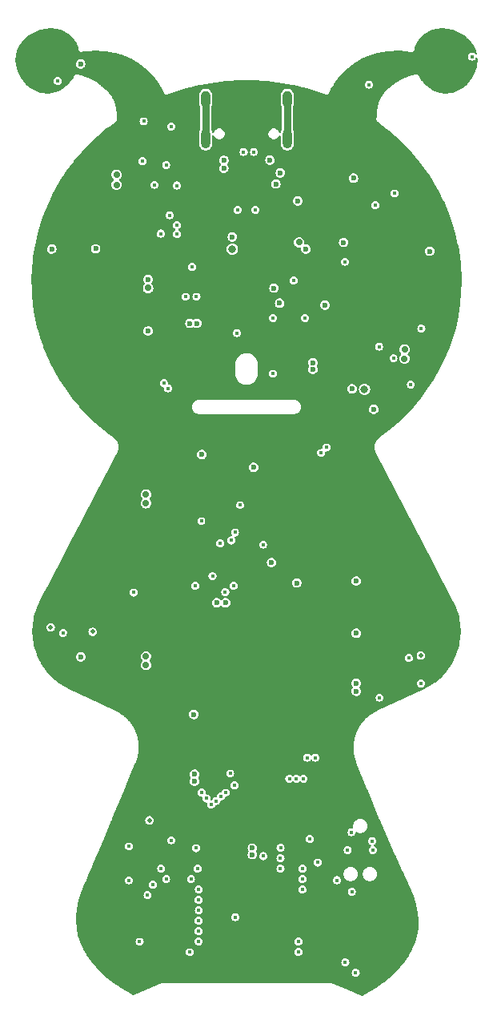
<source format=gbr>
%TF.GenerationSoftware,KiCad,Pcbnew,8.0.8*%
%TF.CreationDate,2025-02-04T17:04:15+00:00*%
%TF.ProjectId,mariposa,6d617269-706f-4736-912e-6b696361645f,2.0*%
%TF.SameCoordinates,Original*%
%TF.FileFunction,Copper,L3,Inr*%
%TF.FilePolarity,Positive*%
%FSLAX46Y46*%
G04 Gerber Fmt 4.6, Leading zero omitted, Abs format (unit mm)*
G04 Created by KiCad (PCBNEW 8.0.8) date 2025-02-04 17:04:15*
%MOMM*%
%LPD*%
G01*
G04 APERTURE LIST*
%TA.AperFunction,ComponentPad*%
%ADD10C,5.600000*%
%TD*%
%TA.AperFunction,ComponentPad*%
%ADD11O,1.000000X1.800000*%
%TD*%
%TA.AperFunction,ComponentPad*%
%ADD12O,1.000000X2.100000*%
%TD*%
%TA.AperFunction,ComponentPad*%
%ADD13C,0.499999*%
%TD*%
%TA.AperFunction,ViaPad*%
%ADD14C,0.450000*%
%TD*%
%TA.AperFunction,ViaPad*%
%ADD15C,0.600000*%
%TD*%
%TA.AperFunction,ViaPad*%
%ADD16C,0.800000*%
%TD*%
%TA.AperFunction,ViaPad*%
%ADD17C,0.700000*%
%TD*%
%TA.AperFunction,ViaPad*%
%ADD18C,0.400000*%
%TD*%
%TA.AperFunction,ViaPad*%
%ADD19C,0.500000*%
%TD*%
%TA.AperFunction,Conductor*%
%ADD20C,0.800000*%
%TD*%
G04 APERTURE END LIST*
D10*
%TO.N,GND*%
%TO.C,H2*%
X135500000Y-65925000D03*
%TD*%
%TO.N,GND*%
%TO.C,H4*%
X135500000Y-130000000D03*
%TD*%
%TO.N,GND*%
%TO.C,H5*%
X164500000Y-130000000D03*
%TD*%
%TO.N,GND*%
%TO.C,H3*%
X164500000Y-65925000D03*
%TD*%
D11*
%TO.N,Net-(J4-SHIELD)*%
%TO.C,J4*%
X145680000Y-43751927D03*
D12*
X145680000Y-47931927D03*
D11*
X154320000Y-43751927D03*
D12*
X154320000Y-47931927D03*
%TD*%
D13*
%TO.N,GND*%
%TO.C,U2*%
X164920000Y-53080000D03*
X163820003Y-53080000D03*
%TD*%
D14*
%TO.N,GND*%
X144065000Y-69740304D03*
%TO.N,USB_ST*%
X160385000Y-60950304D03*
X152815000Y-66880304D03*
%TO.N,VBUS*%
X156205000Y-66880304D03*
%TO.N,USB_ST*%
X154975000Y-62950304D03*
%TO.N,ext_on*%
X143545000Y-64650304D03*
%TO.N,Net-(JP6-C)*%
X144705000Y-64650304D03*
%TO.N,Net-(JP2-B)*%
X167385000Y-73910304D03*
X168495000Y-68020304D03*
D15*
%TO.N,+BATT*%
X160280000Y-58912679D03*
D14*
X163620000Y-54992679D03*
D15*
X169380000Y-59843190D03*
D16*
%TO.N,VCC*%
X162480000Y-74422679D03*
D15*
X150620000Y-122912679D03*
X144020000Y-67462679D03*
X144750000Y-67462679D03*
D14*
X152800000Y-72782679D03*
D15*
X150750000Y-82662679D03*
X139590000Y-68262679D03*
X161600000Y-106332679D03*
X150620000Y-123592679D03*
X147780000Y-96982679D03*
X145270000Y-81322679D03*
X163460000Y-76552679D03*
X146840000Y-96982679D03*
X161600000Y-94682679D03*
D14*
X161120000Y-121222679D03*
D15*
X155310000Y-94891948D03*
X161170000Y-74390000D03*
X152655000Y-92732679D03*
X161600000Y-105492679D03*
X161600000Y-100212679D03*
X144420000Y-108782679D03*
%TO.N,VBUS*%
X144500000Y-115842679D03*
D17*
X139350000Y-86462679D03*
X155570000Y-58902679D03*
D15*
X157010000Y-71612679D03*
D17*
X139350000Y-103552679D03*
D15*
X156280000Y-59612679D03*
X161320000Y-52125000D03*
D17*
X139350000Y-102652679D03*
D15*
X144500000Y-115112679D03*
X155430000Y-54525000D03*
D17*
X139350000Y-85542679D03*
D15*
X157010000Y-72312679D03*
D14*
%TO.N,D+*%
X140970000Y-125070000D03*
X144820000Y-125100000D03*
X150790000Y-49340000D03*
X149700000Y-49340000D03*
%TO.N,D-*%
X141500000Y-126200000D03*
X144125002Y-126200000D03*
%TO.N,eepy*%
X144560000Y-95182679D03*
X148630000Y-95182679D03*
X138070000Y-95902679D03*
X137560000Y-122732679D03*
%TO.N,ch6*%
X156700000Y-121942679D03*
X157520000Y-124432679D03*
%TO.N,ch8*%
X155900000Y-126200000D03*
X155270000Y-115570000D03*
%TO.N,GND*%
X141870000Y-128960000D03*
X166270000Y-40112679D03*
X159620000Y-101892679D03*
D15*
X160650000Y-124360000D03*
D14*
X153280000Y-100292679D03*
D15*
X170950000Y-42810000D03*
D14*
X141670000Y-53612679D03*
X156960000Y-58892679D03*
D15*
X144500000Y-106412679D03*
D14*
X153500000Y-68542679D03*
D15*
X129160000Y-42790000D03*
D14*
X150000000Y-46182679D03*
X151840000Y-84252679D03*
X150030000Y-91500000D03*
D15*
X161690000Y-46172679D03*
D14*
X159590000Y-104092679D03*
D15*
X145670000Y-49742679D03*
D18*
X157780000Y-131272679D03*
D14*
X138200000Y-101192679D03*
D17*
X167870000Y-57702679D03*
D14*
X143240000Y-121932679D03*
X157280000Y-100142679D03*
D15*
X155090000Y-49252679D03*
D14*
X158980000Y-129442679D03*
X149470000Y-88042679D03*
X157930000Y-128842679D03*
D15*
X145490000Y-100142679D03*
X152520000Y-62022679D03*
D14*
X144590000Y-88790000D03*
D15*
X141020000Y-104482679D03*
X128500000Y-97642679D03*
X140170000Y-118322679D03*
D18*
X139180000Y-51300000D03*
D14*
X141860000Y-131150000D03*
X153500000Y-91160000D03*
D15*
X146420000Y-89022679D03*
X150010000Y-77540000D03*
D14*
X155850000Y-135562679D03*
D15*
X144430000Y-103882679D03*
D14*
X158100000Y-108142679D03*
X141090000Y-127602679D03*
D15*
X155650000Y-60392679D03*
D18*
X140510000Y-122332679D03*
D15*
X142860000Y-46172679D03*
D14*
X138840000Y-49312679D03*
D19*
X153570000Y-126690000D03*
D14*
X141860000Y-130040000D03*
D18*
X150850000Y-50962679D03*
D14*
X158960000Y-62492679D03*
D18*
X157570000Y-123422679D03*
D14*
X149050000Y-50982679D03*
X153500000Y-128962679D03*
X172970000Y-37492679D03*
D15*
X152020000Y-54300000D03*
D14*
X157640000Y-133932679D03*
X151500000Y-134282679D03*
D15*
X137830000Y-56992679D03*
X158250000Y-46482679D03*
X171500000Y-101272679D03*
D14*
X149840000Y-90092679D03*
X144390000Y-125600000D03*
D15*
X163520000Y-85592679D03*
D14*
X150000000Y-136882679D03*
X144180000Y-130042679D03*
D15*
X159750000Y-95532679D03*
D14*
X148500000Y-134282679D03*
D15*
X152760000Y-57632679D03*
X148790000Y-100142679D03*
D19*
X135340000Y-107662679D03*
D14*
X151270000Y-87432679D03*
D18*
X157560000Y-125642679D03*
D14*
%TO.N,ch3*%
X155480000Y-133902679D03*
X157292910Y-113349769D03*
%TO.N,ch18*%
X144940000Y-132760000D03*
X148275000Y-115030000D03*
%TO.N,Net-(JP6-C)*%
X144240000Y-61492679D03*
%TO.N,ext_on*%
X142020000Y-122080000D03*
%TO.N,ch17*%
X148800000Y-130202679D03*
X148725000Y-116290000D03*
%TO.N,ch20*%
X144940000Y-130600000D03*
X147275000Y-117473832D03*
D17*
%TO.N,PRI_MID*%
X136260000Y-51752679D03*
D15*
X139590000Y-62822679D03*
D17*
X136260000Y-52810000D03*
X139590000Y-63720000D03*
D14*
%TO.N,mosi*%
X153590000Y-125098164D03*
X147220000Y-90700000D03*
X148370000Y-90400000D03*
%TO.N,sck*%
X144010000Y-133910000D03*
X147750000Y-95862679D03*
D18*
%TO.N,cs*%
X151765000Y-90852679D03*
D14*
X148783055Y-89552679D03*
X151770000Y-123760000D03*
X146400000Y-94152679D03*
%TO.N,ch19*%
X147775381Y-117058956D03*
X144940000Y-131700000D03*
%TO.N,ch21*%
X146790000Y-117923947D03*
X144950000Y-129500000D03*
%TO.N,reset*%
X160700000Y-123100000D03*
X159560000Y-126302679D03*
D18*
X164072269Y-107014948D03*
D14*
%TO.N,swdio*%
X160450000Y-135000000D03*
X163310797Y-122160000D03*
%TO.N,swdclk*%
X161550000Y-136100000D03*
X163360000Y-123100000D03*
X161140000Y-127550000D03*
%TO.N,ch9*%
X155900000Y-127300000D03*
X154530000Y-115580000D03*
%TO.N,ch7*%
X156030000Y-115580000D03*
X155920000Y-125100000D03*
%TO.N,ch4*%
X155480000Y-132802679D03*
X156400000Y-113352679D03*
D18*
%TO.N,Net-(J6-Pin_4)*%
X145229949Y-88332679D03*
X149320000Y-86662679D03*
D14*
%TO.N,status_led_1*%
X157890000Y-81162679D03*
X153590000Y-124000000D03*
D15*
%TO.N,LINE*%
X147600000Y-50222679D03*
X153574795Y-51557884D03*
X152485827Y-50214292D03*
X153110000Y-52732679D03*
X147600000Y-51072679D03*
D16*
%TO.N,VDC*%
X148500000Y-59610000D03*
D15*
X152900000Y-63732679D03*
D17*
X166710000Y-71192679D03*
D15*
X148500000Y-58322679D03*
D17*
X166720000Y-70220000D03*
D15*
X153500000Y-65332679D03*
X158310000Y-65532679D03*
D14*
%TO.N,Net-(U1-P1.03)*%
X138690000Y-132810000D03*
X137560000Y-126312679D03*
%TO.N,PRI_LO*%
X173840000Y-39272679D03*
X130580000Y-100172679D03*
D15*
X134040000Y-59582679D03*
X129390000Y-59602679D03*
X132460000Y-102702679D03*
X132450000Y-40052679D03*
D19*
X168450000Y-102562679D03*
D14*
%TO.N,Net-(U5-VSET)*%
X164020000Y-69920000D03*
D18*
X165560000Y-71140000D03*
D14*
%TO.N,sda*%
X140270000Y-52822679D03*
X141680000Y-74322679D03*
%TO.N,scl*%
X141250000Y-73792679D03*
X139016428Y-50326428D03*
%TO.N,gpio1*%
X142630000Y-52900000D03*
X142630000Y-57092679D03*
X150950000Y-55470000D03*
X139120000Y-46112679D03*
%TO.N,gpio2*%
X141890000Y-56032679D03*
X149050000Y-55470000D03*
%TO.N,Net-(RN2-R2.1)*%
X139530000Y-127880000D03*
X140940000Y-57981429D03*
%TO.N,Net-(RN2-R1.1)*%
X142630000Y-58012679D03*
X140090000Y-126770000D03*
%TO.N,ch23*%
X145750000Y-117662679D03*
X144950000Y-127280000D03*
%TO.N,ch24*%
X144690003Y-122910000D03*
X145240000Y-117032679D03*
%TO.N,ch22*%
X144940000Y-128400000D03*
X146250000Y-118330000D03*
%TO.N,Net-(D15-DOUT)*%
X167160000Y-102812679D03*
D19*
X133720000Y-100052679D03*
D14*
%TO.N,Net-(D16-DOUT)*%
X162970000Y-42232679D03*
X168450000Y-105492679D03*
%TO.N,argb_data_out*%
X141497990Y-50710669D03*
X130035000Y-41874104D03*
D19*
%TO.N,argb*%
X129270000Y-99582679D03*
X139740000Y-119972679D03*
D14*
%TO.N,Net-(J9-Pin_5)*%
X142023649Y-46659030D03*
%TO.N,chg_stat*%
X165640000Y-53732679D03*
X149000000Y-68482679D03*
%TO.N,status_led_2*%
X153600000Y-122892679D03*
X158450000Y-80572679D03*
%TD*%
D20*
%TO.N,Net-(J4-SHIELD)*%
X145680000Y-47931927D02*
X145680000Y-43751927D01*
X154320000Y-47931927D02*
X154320000Y-43751927D01*
%TD*%
%TA.AperFunction,Conductor*%
%TO.N,GND*%
G36*
X170881182Y-36296108D02*
G01*
X170885924Y-36296324D01*
X171068243Y-36309080D01*
X171072942Y-36309522D01*
X171255354Y-36331073D01*
X171259886Y-36331716D01*
X171441943Y-36361957D01*
X171446396Y-36362803D01*
X171627456Y-36401594D01*
X171631827Y-36402637D01*
X171811365Y-36449846D01*
X171815695Y-36451092D01*
X171993154Y-36506568D01*
X171997453Y-36508021D01*
X172172309Y-36571617D01*
X172176548Y-36573269D01*
X172348253Y-36644812D01*
X172352440Y-36646672D01*
X172520476Y-36726000D01*
X172524613Y-36728073D01*
X172688433Y-36814994D01*
X172692524Y-36817290D01*
X172726852Y-36837644D01*
X172851675Y-36911656D01*
X172855672Y-36914157D01*
X173009612Y-37015763D01*
X173013600Y-37018538D01*
X173161805Y-37127173D01*
X173165718Y-37130195D01*
X173307734Y-37245688D01*
X173311553Y-37248961D01*
X173390718Y-37320407D01*
X173446863Y-37371078D01*
X173450645Y-37374678D01*
X173578800Y-37503229D01*
X173582473Y-37507117D01*
X173685699Y-37622538D01*
X173703067Y-37641957D01*
X173706617Y-37646157D01*
X173801617Y-37765074D01*
X173819197Y-37787079D01*
X173822588Y-37791581D01*
X173908699Y-37912988D01*
X173926765Y-37938458D01*
X173929982Y-37943288D01*
X174025340Y-38095960D01*
X174028335Y-38101092D01*
X174114484Y-38259434D01*
X174117223Y-38264858D01*
X174193806Y-38428852D01*
X174196249Y-38434540D01*
X174262651Y-38603554D01*
X174264861Y-38609782D01*
X174325467Y-38800570D01*
X174327325Y-38807216D01*
X174356608Y-38927993D01*
X174351945Y-38989000D01*
X174312313Y-39035615D01*
X174252850Y-39050032D01*
X174196270Y-39026744D01*
X174190392Y-39021324D01*
X174188529Y-39019461D01*
X174188528Y-39019459D01*
X174093220Y-38924151D01*
X174093217Y-38924149D01*
X173973129Y-38862961D01*
X173973127Y-38862960D01*
X173840000Y-38841875D01*
X173706872Y-38862960D01*
X173706870Y-38862961D01*
X173586782Y-38924149D01*
X173491470Y-39019461D01*
X173430282Y-39139549D01*
X173430281Y-39139551D01*
X173409196Y-39272678D01*
X173409196Y-39272679D01*
X173430281Y-39405806D01*
X173430282Y-39405808D01*
X173491470Y-39525896D01*
X173491472Y-39525899D01*
X173586780Y-39621207D01*
X173586782Y-39621208D01*
X173683593Y-39670536D01*
X173706874Y-39682398D01*
X173840000Y-39703483D01*
X173973126Y-39682398D01*
X174093220Y-39621207D01*
X174188528Y-39525899D01*
X174244417Y-39416209D01*
X174287680Y-39372947D01*
X174348112Y-39363376D01*
X174402628Y-39391153D01*
X174430406Y-39445670D01*
X174431558Y-39457513D01*
X174436906Y-39602717D01*
X174436937Y-39609038D01*
X174431645Y-39804686D01*
X174431287Y-39810831D01*
X174413809Y-40006177D01*
X174413094Y-40012130D01*
X174383738Y-40206624D01*
X174382696Y-40212375D01*
X174341768Y-40405488D01*
X174340425Y-40411031D01*
X174288263Y-40602133D01*
X174286642Y-40607474D01*
X174223572Y-40795990D01*
X174221692Y-40801131D01*
X174148088Y-40986403D01*
X174145964Y-40991354D01*
X174062171Y-41172826D01*
X174059812Y-41177594D01*
X173966239Y-41354591D01*
X173963650Y-41359188D01*
X173860688Y-41531105D01*
X173857871Y-41535536D01*
X173745950Y-41701735D01*
X173742903Y-41706011D01*
X173622431Y-41865907D01*
X173619148Y-41870032D01*
X173490571Y-42023006D01*
X173487055Y-42026969D01*
X173350825Y-42172425D01*
X173347041Y-42176250D01*
X173203617Y-42313603D01*
X173199565Y-42317275D01*
X173049404Y-42445962D01*
X173045071Y-42449469D01*
X172888633Y-42568945D01*
X172884004Y-42572273D01*
X172721748Y-42682005D01*
X172716814Y-42685134D01*
X172549182Y-42784619D01*
X172543930Y-42787524D01*
X172371391Y-42876251D01*
X172365822Y-42878898D01*
X172188745Y-42956424D01*
X172182867Y-42958777D01*
X172001678Y-43024627D01*
X171995484Y-43026649D01*
X171810539Y-43080385D01*
X171804058Y-43082033D01*
X171615679Y-43123211D01*
X171608949Y-43124441D01*
X171417369Y-43152628D01*
X171410430Y-43153400D01*
X171215934Y-43168122D01*
X171208848Y-43168403D01*
X171010217Y-43169178D01*
X171003826Y-43168997D01*
X170834185Y-43158688D01*
X170828535Y-43158182D01*
X170664081Y-43138685D01*
X170658515Y-43137864D01*
X170500324Y-43109908D01*
X170494915Y-43108795D01*
X170486992Y-43106931D01*
X170368951Y-43079159D01*
X170342769Y-43072999D01*
X170337509Y-43071607D01*
X170191266Y-43028583D01*
X170186209Y-43026946D01*
X170045634Y-42977247D01*
X170040823Y-42975404D01*
X169905837Y-42919621D01*
X169901289Y-42917607D01*
X169813931Y-42876254D01*
X169771747Y-42856285D01*
X169767490Y-42854142D01*
X169643367Y-42787872D01*
X169639382Y-42785625D01*
X169520564Y-42714947D01*
X169516863Y-42712633D01*
X169403417Y-42638191D01*
X169399993Y-42635840D01*
X169294484Y-42560090D01*
X169289882Y-42556578D01*
X169086630Y-42391830D01*
X169081297Y-42387182D01*
X168902267Y-42219517D01*
X168897793Y-42215051D01*
X168740243Y-42047388D01*
X168736503Y-42043173D01*
X168600544Y-41880895D01*
X168597415Y-41876962D01*
X168556119Y-41822257D01*
X168483109Y-41725538D01*
X168480516Y-41721936D01*
X168389446Y-41589196D01*
X168386477Y-41584598D01*
X168263524Y-41381924D01*
X168260628Y-41376813D01*
X168221877Y-41303381D01*
X168221849Y-41303328D01*
X168221814Y-41303259D01*
X168199233Y-41259879D01*
X168199232Y-41259878D01*
X168199221Y-41259857D01*
X168198912Y-41259476D01*
X168198556Y-41259035D01*
X168198343Y-41258769D01*
X168181551Y-41244839D01*
X168160582Y-41227444D01*
X168160371Y-41227268D01*
X168122895Y-41195819D01*
X168122893Y-41195818D01*
X168122875Y-41195803D01*
X168122631Y-41195671D01*
X168122050Y-41195354D01*
X168121659Y-41195139D01*
X168121610Y-41195124D01*
X168116147Y-41193435D01*
X168075017Y-41180719D01*
X168074488Y-41180554D01*
X168027826Y-41165840D01*
X168027517Y-41165809D01*
X168026846Y-41165738D01*
X168026446Y-41165693D01*
X167977565Y-41170245D01*
X167977173Y-41170280D01*
X167973543Y-41170598D01*
X167958410Y-41170758D01*
X167953464Y-41170431D01*
X167911520Y-41175929D01*
X167907285Y-41176392D01*
X167863860Y-41180191D01*
X167857007Y-41181765D01*
X167824603Y-41187256D01*
X167820936Y-41187806D01*
X167768353Y-41194702D01*
X167768336Y-41194572D01*
X167762481Y-41195570D01*
X167762487Y-41195599D01*
X167710890Y-41206447D01*
X167707063Y-41207173D01*
X167664757Y-41214342D01*
X167661456Y-41215601D01*
X167646573Y-41219973D01*
X167631746Y-41223091D01*
X167616538Y-41225075D01*
X167612321Y-41225295D01*
X167571028Y-41235773D01*
X167567054Y-41236695D01*
X167525322Y-41245471D01*
X167521431Y-41247133D01*
X167506909Y-41252042D01*
X167466979Y-41262175D01*
X167452036Y-41264769D01*
X167447161Y-41265234D01*
X167406648Y-41277390D01*
X167402550Y-41278524D01*
X167361519Y-41288936D01*
X167357086Y-41291050D01*
X167342942Y-41296506D01*
X167279431Y-41315563D01*
X167264784Y-41318773D01*
X167259273Y-41319549D01*
X167219628Y-41333404D01*
X167215423Y-41334769D01*
X167175161Y-41346851D01*
X167170229Y-41349468D01*
X167156503Y-41355465D01*
X167093076Y-41377634D01*
X167070899Y-41385385D01*
X167056569Y-41389216D01*
X167050467Y-41390365D01*
X167011728Y-41405951D01*
X167007444Y-41407560D01*
X166968063Y-41421324D01*
X166962727Y-41424470D01*
X166949419Y-41431023D01*
X166842827Y-41473912D01*
X166827634Y-41478646D01*
X166825648Y-41479093D01*
X166785751Y-41496810D01*
X166782529Y-41498174D01*
X166742040Y-41514465D01*
X166740335Y-41515580D01*
X166726368Y-41523181D01*
X166719357Y-41526295D01*
X166706475Y-41530735D01*
X166663907Y-41550888D01*
X166661727Y-41551888D01*
X166618709Y-41570991D01*
X166606937Y-41577860D01*
X166594684Y-41583661D01*
X166581753Y-41588475D01*
X166539852Y-41609586D01*
X166537673Y-41610651D01*
X166495231Y-41630746D01*
X166483500Y-41637981D01*
X166466141Y-41646728D01*
X166453191Y-41651916D01*
X166411927Y-41674010D01*
X166409748Y-41675142D01*
X166367957Y-41696201D01*
X166356274Y-41703810D01*
X166333949Y-41715764D01*
X166321014Y-41721325D01*
X166280425Y-41744388D01*
X166278251Y-41745587D01*
X166237095Y-41767624D01*
X166225486Y-41775605D01*
X166198337Y-41791032D01*
X166185437Y-41796968D01*
X166145549Y-41820992D01*
X166143387Y-41822257D01*
X166102874Y-41845279D01*
X166091384Y-41853614D01*
X166059548Y-41872788D01*
X166046702Y-41879100D01*
X166043821Y-41880937D01*
X166007500Y-41904097D01*
X166005379Y-41905412D01*
X165965547Y-41929403D01*
X165954175Y-41938102D01*
X165917806Y-41961294D01*
X165905033Y-41967983D01*
X165866549Y-41993941D01*
X165864422Y-41995337D01*
X165825321Y-42020272D01*
X165814108Y-42029315D01*
X165773340Y-42056815D01*
X165760689Y-42063862D01*
X165722974Y-42090748D01*
X165720872Y-42092206D01*
X165682441Y-42118130D01*
X165671410Y-42127506D01*
X165626393Y-42159599D01*
X165613872Y-42167006D01*
X165576899Y-42194841D01*
X165574826Y-42196359D01*
X165537139Y-42223226D01*
X165526301Y-42232934D01*
X165477182Y-42269914D01*
X165464826Y-42277666D01*
X165428597Y-42306451D01*
X165426559Y-42308027D01*
X165389630Y-42335831D01*
X165379026Y-42345838D01*
X165325949Y-42388011D01*
X165313791Y-42396089D01*
X165278360Y-42425783D01*
X165276360Y-42427415D01*
X165240166Y-42456175D01*
X165229807Y-42466475D01*
X165172936Y-42514139D01*
X165160985Y-42522536D01*
X165126354Y-42553136D01*
X165124396Y-42554821D01*
X165088955Y-42584524D01*
X165078867Y-42595095D01*
X165018358Y-42648562D01*
X165006651Y-42657253D01*
X164972806Y-42688769D01*
X164970895Y-42690502D01*
X164936242Y-42721122D01*
X164926442Y-42731944D01*
X164908031Y-42749089D01*
X164866387Y-42787869D01*
X164862452Y-42791533D01*
X164849554Y-42801676D01*
X164817761Y-42833089D01*
X164815650Y-42835115D01*
X164782940Y-42865575D01*
X164772315Y-42877991D01*
X164771861Y-42878440D01*
X164759560Y-42888773D01*
X164758245Y-42889706D01*
X164728113Y-42921585D01*
X164725751Y-42924001D01*
X164694556Y-42954824D01*
X164694446Y-42954988D01*
X164672574Y-42978151D01*
X164672142Y-42978480D01*
X164643257Y-43011272D01*
X164640920Y-43013834D01*
X164607708Y-43048974D01*
X164593223Y-43065432D01*
X164563505Y-43101718D01*
X164561207Y-43104424D01*
X164526097Y-43144285D01*
X164520164Y-43151535D01*
X164507564Y-43168122D01*
X164488688Y-43192969D01*
X164486467Y-43195784D01*
X164452759Y-43236944D01*
X164452639Y-43236845D01*
X164449165Y-43241420D01*
X164449272Y-43241495D01*
X164418730Y-43284948D01*
X164416570Y-43287904D01*
X164384449Y-43330189D01*
X164384204Y-43330002D01*
X164382105Y-43332989D01*
X164382352Y-43333150D01*
X164353463Y-43377688D01*
X164351401Y-43380740D01*
X164320901Y-43424136D01*
X164320530Y-43423875D01*
X164319594Y-43425319D01*
X164319981Y-43425550D01*
X164292782Y-43471120D01*
X164290833Y-43474252D01*
X164261973Y-43518749D01*
X164261616Y-43518517D01*
X164254521Y-43530649D01*
X164254411Y-43530784D01*
X164235756Y-43566372D01*
X164233085Y-43571143D01*
X164212508Y-43605620D01*
X164209242Y-43614804D01*
X164208048Y-43614379D01*
X164203643Y-43627640D01*
X164166410Y-43698673D01*
X164157252Y-43710894D01*
X164157843Y-43711305D01*
X164152281Y-43719310D01*
X164137397Y-43753474D01*
X164134323Y-43759890D01*
X164117030Y-43792882D01*
X164114277Y-43802230D01*
X164113587Y-43802026D01*
X164109798Y-43816823D01*
X164078548Y-43888555D01*
X164070434Y-43901130D01*
X164071177Y-43901575D01*
X164066173Y-43909937D01*
X164053415Y-43945676D01*
X164050940Y-43951928D01*
X164035786Y-43986714D01*
X164033710Y-43996245D01*
X164032862Y-43996060D01*
X164030173Y-44010781D01*
X164005305Y-44080442D01*
X163998237Y-44093145D01*
X163999191Y-44093638D01*
X163994717Y-44102300D01*
X163983952Y-44139681D01*
X163982057Y-44145563D01*
X163968979Y-44182201D01*
X163967555Y-44191848D01*
X163966494Y-44191691D01*
X163964817Y-44206131D01*
X163945270Y-44274015D01*
X163939232Y-44286665D01*
X163940409Y-44287192D01*
X163936426Y-44296089D01*
X163927506Y-44335149D01*
X163926126Y-44340501D01*
X163915039Y-44379002D01*
X163914222Y-44388715D01*
X163912885Y-44388602D01*
X163912103Y-44402602D01*
X163896579Y-44470578D01*
X163892278Y-44484558D01*
X163889719Y-44491107D01*
X163887059Y-44506054D01*
X163882519Y-44531570D01*
X163882472Y-44531833D01*
X163881519Y-44536524D01*
X163872309Y-44576860D01*
X163872111Y-44583887D01*
X163870619Y-44598439D01*
X163858129Y-44668628D01*
X163854259Y-44683536D01*
X163852969Y-44687279D01*
X163852968Y-44687284D01*
X163852968Y-44687285D01*
X163847185Y-44729670D01*
X163846568Y-44733599D01*
X163839079Y-44775685D01*
X163839159Y-44779642D01*
X163838271Y-44795016D01*
X163828334Y-44867867D01*
X163824840Y-44883679D01*
X163824549Y-44884621D01*
X163820007Y-44928522D01*
X163819625Y-44931711D01*
X163813656Y-44975477D01*
X163813716Y-44976460D01*
X163813372Y-44992655D01*
X163805544Y-45068322D01*
X163802578Y-45084195D01*
X163802274Y-45085308D01*
X163799187Y-45129256D01*
X163798905Y-45132504D01*
X163794369Y-45176357D01*
X163794477Y-45177509D01*
X163794664Y-45193658D01*
X163775149Y-45471558D01*
X163773463Y-45482087D01*
X163770910Y-45531683D01*
X163770798Y-45533527D01*
X163767315Y-45583135D01*
X163767714Y-45593794D01*
X163751506Y-45908771D01*
X163748392Y-45928821D01*
X163744882Y-45942188D01*
X163744882Y-45942195D01*
X163747185Y-45959032D01*
X163747967Y-45977531D01*
X163747094Y-45994493D01*
X163747094Y-45994495D01*
X163751721Y-46007521D01*
X163756516Y-46027229D01*
X163758391Y-46040930D01*
X163766958Y-46055595D01*
X163774762Y-46072390D01*
X163776415Y-46077041D01*
X163780449Y-46088400D01*
X163780451Y-46088403D01*
X163789707Y-46098664D01*
X163801679Y-46115039D01*
X163808652Y-46126976D01*
X163808654Y-46126977D01*
X163808655Y-46126979D01*
X163822187Y-46137253D01*
X163835826Y-46149786D01*
X163847201Y-46162396D01*
X163847202Y-46162397D01*
X163859686Y-46168337D01*
X163877013Y-46178883D01*
X164843386Y-46912655D01*
X164847624Y-46916061D01*
X165027230Y-47068747D01*
X165746073Y-47679847D01*
X165787762Y-47715287D01*
X165791839Y-47718953D01*
X166643996Y-48528970D01*
X166682433Y-48565506D01*
X166686337Y-48569431D01*
X167495674Y-49429870D01*
X167525062Y-49461113D01*
X167528756Y-49465269D01*
X168284146Y-50365136D01*
X168313375Y-50399955D01*
X168316882Y-50404384D01*
X169045108Y-51379897D01*
X169048394Y-51384574D01*
X169196540Y-51608969D01*
X169631274Y-52267456D01*
X169717950Y-52398742D01*
X169720990Y-52403654D01*
X169911587Y-52732679D01*
X170329654Y-53454384D01*
X170332441Y-53459542D01*
X170402823Y-53599549D01*
X170865382Y-54519688D01*
X170877907Y-54544602D01*
X170880415Y-54549988D01*
X171360490Y-55667365D01*
X171362696Y-55672962D01*
X171775103Y-56820474D01*
X171776985Y-56826265D01*
X172119483Y-58001838D01*
X172121021Y-58007799D01*
X172391367Y-59209384D01*
X172392540Y-59215486D01*
X172588908Y-60443743D01*
X172589538Y-60448387D01*
X172658583Y-61066775D01*
X172658881Y-61069899D01*
X172708768Y-61696180D01*
X172708968Y-61699319D01*
X172739117Y-62330651D01*
X172739217Y-62333799D01*
X172749288Y-62967202D01*
X172749255Y-62971806D01*
X172710618Y-64233795D01*
X172710243Y-64239885D01*
X172595890Y-65475929D01*
X172595137Y-65482009D01*
X172406950Y-66693178D01*
X172405822Y-66699205D01*
X172145731Y-67884021D01*
X172144234Y-67889955D01*
X171814174Y-69046837D01*
X171812324Y-69052641D01*
X171414172Y-70180144D01*
X171411984Y-70185783D01*
X170947667Y-71282255D01*
X170945164Y-71287702D01*
X170416512Y-72351698D01*
X170413715Y-72356927D01*
X169822645Y-73386777D01*
X169819580Y-73391769D01*
X169167941Y-74385916D01*
X169164633Y-74390656D01*
X168454283Y-75347502D01*
X168450755Y-75351978D01*
X167683592Y-76269871D01*
X167679869Y-76274077D01*
X166857758Y-77151389D01*
X166853863Y-77155320D01*
X165978660Y-77990432D01*
X165974612Y-77994086D01*
X165048267Y-78785282D01*
X165044088Y-78788661D01*
X164072936Y-79530895D01*
X164059653Y-79539459D01*
X164055068Y-79541920D01*
X164026642Y-79565334D01*
X164014486Y-79573899D01*
X164009324Y-79576983D01*
X164001381Y-79584161D01*
X163994382Y-79589926D01*
X163985776Y-79596375D01*
X163985242Y-79596971D01*
X163966178Y-79613417D01*
X163965546Y-79613834D01*
X163957789Y-79621515D01*
X163951087Y-79627570D01*
X163942585Y-79634574D01*
X163942338Y-79634877D01*
X163924014Y-79652208D01*
X163923743Y-79652405D01*
X163916185Y-79660603D01*
X163909782Y-79666943D01*
X163901469Y-79674456D01*
X163884059Y-79692493D01*
X163876678Y-79701264D01*
X163870602Y-79707854D01*
X163862015Y-79716358D01*
X163846772Y-79733654D01*
X163839235Y-79743477D01*
X163833489Y-79750304D01*
X163824724Y-79759813D01*
X163811496Y-79776265D01*
X163803928Y-79787102D01*
X163798526Y-79794142D01*
X163789699Y-79804634D01*
X163778270Y-79820236D01*
X163770772Y-79832066D01*
X163765708Y-79839317D01*
X163756901Y-79850797D01*
X163747073Y-79865559D01*
X163739759Y-79878320D01*
X163735044Y-79885758D01*
X163726408Y-79898127D01*
X163718002Y-79912061D01*
X163710978Y-79925680D01*
X163706614Y-79933291D01*
X163698231Y-79946518D01*
X163691046Y-79959717D01*
X163684372Y-79974189D01*
X163680372Y-79981944D01*
X163672310Y-79996013D01*
X163666224Y-80008477D01*
X163660017Y-80023658D01*
X163656374Y-80031558D01*
X163648757Y-80046329D01*
X163643561Y-80058278D01*
X163637906Y-80074052D01*
X163634622Y-80082085D01*
X163627518Y-80097494D01*
X163623125Y-80108948D01*
X163618063Y-80125285D01*
X163615141Y-80133436D01*
X163608619Y-80149391D01*
X163604895Y-80160539D01*
X163600497Y-80177292D01*
X163597938Y-80185552D01*
X163592072Y-80201916D01*
X163588924Y-80212923D01*
X163585241Y-80229949D01*
X163583047Y-80238305D01*
X163577893Y-80254943D01*
X163575243Y-80266015D01*
X163572302Y-80283222D01*
X163570477Y-80291659D01*
X163568838Y-80297907D01*
X163566049Y-80308530D01*
X163563883Y-80319724D01*
X163561701Y-80337008D01*
X163560246Y-80345521D01*
X163556577Y-80362492D01*
X163554854Y-80374105D01*
X163553447Y-80391279D01*
X163552364Y-80399862D01*
X163549484Y-80416720D01*
X163548223Y-80428866D01*
X163548054Y-80433337D01*
X163548054Y-80433338D01*
X163547581Y-80445844D01*
X163546874Y-80454488D01*
X163544770Y-80471158D01*
X163543998Y-80484093D01*
X163544103Y-80500761D01*
X163543776Y-80509446D01*
X163542435Y-80525842D01*
X163542221Y-80539657D01*
X163543042Y-80555859D01*
X163543099Y-80564594D01*
X163542498Y-80580525D01*
X163542925Y-80595455D01*
X163544416Y-80611097D01*
X163544860Y-80619849D01*
X163544959Y-80635248D01*
X163546140Y-80651391D01*
X163548247Y-80666380D01*
X163549084Y-80675152D01*
X163549830Y-80689883D01*
X163551897Y-80707384D01*
X163554557Y-80721634D01*
X163555790Y-80730394D01*
X163557126Y-80744409D01*
X163560229Y-80763351D01*
X163563364Y-80776771D01*
X163564995Y-80785504D01*
X163566844Y-80798654D01*
X163571161Y-80819183D01*
X163574687Y-80831691D01*
X163576718Y-80840379D01*
X163579003Y-80852622D01*
X163584718Y-80874778D01*
X163588548Y-80886327D01*
X163590982Y-80894959D01*
X163593606Y-80906187D01*
X163600926Y-80930046D01*
X163600939Y-80930079D01*
X163600939Y-80930080D01*
X163604944Y-80940534D01*
X163604953Y-80940556D01*
X163607790Y-80949108D01*
X163610813Y-80959830D01*
X163610951Y-80960101D01*
X163619450Y-80983884D01*
X163619527Y-80984236D01*
X163623929Y-80994319D01*
X163627162Y-81002756D01*
X163629328Y-81009285D01*
X163630607Y-81013142D01*
X163630970Y-81013781D01*
X163640524Y-81037092D01*
X163640726Y-81037847D01*
X163645488Y-81047519D01*
X163649117Y-81055829D01*
X163652948Y-81065828D01*
X163653462Y-81066644D01*
X163658033Y-81076786D01*
X163658351Y-81076621D01*
X163666035Y-81091354D01*
X163668984Y-81097519D01*
X163677833Y-81117785D01*
X163681278Y-81122735D01*
X163688837Y-81135553D01*
X163706066Y-81170542D01*
X163713100Y-81181581D01*
X169738550Y-92732681D01*
X171881183Y-96840222D01*
X171891247Y-96859514D01*
X171892380Y-96861756D01*
X172043619Y-97170550D01*
X172045720Y-97175131D01*
X172178675Y-97485678D01*
X172180534Y-97490344D01*
X172297111Y-97805996D01*
X172298726Y-97810733D01*
X172398895Y-98130897D01*
X172400264Y-98135696D01*
X172483958Y-98459675D01*
X172485082Y-98464525D01*
X172552267Y-98791737D01*
X172553144Y-98796628D01*
X172603767Y-99126407D01*
X172604397Y-99131331D01*
X172638407Y-99463048D01*
X172638789Y-99467995D01*
X172656135Y-99800985D01*
X172656269Y-99805945D01*
X172656908Y-100139585D01*
X172656793Y-100144553D01*
X172640672Y-100478196D01*
X172640307Y-100483159D01*
X172607381Y-100816169D01*
X172606765Y-100821120D01*
X172556981Y-101152872D01*
X172556114Y-101157799D01*
X172489430Y-101487626D01*
X172488310Y-101492519D01*
X172404671Y-101819800D01*
X172403300Y-101824647D01*
X172302660Y-102148740D01*
X172301038Y-102153530D01*
X172183962Y-102472110D01*
X172182104Y-102476793D01*
X172049604Y-102787522D01*
X172047519Y-102792088D01*
X171900012Y-103094525D01*
X171897705Y-103098966D01*
X171735611Y-103392648D01*
X171733091Y-103396954D01*
X171556844Y-103681390D01*
X171554116Y-103685554D01*
X171364120Y-103960299D01*
X171361193Y-103964314D01*
X171157893Y-104228866D01*
X171154770Y-104232725D01*
X170938618Y-104486575D01*
X170935308Y-104490271D01*
X170706683Y-104732998D01*
X170703190Y-104736525D01*
X170462552Y-104967616D01*
X170458882Y-104970967D01*
X170206662Y-105189943D01*
X170202822Y-105193111D01*
X169939433Y-105399506D01*
X169935429Y-105402484D01*
X169661293Y-105595827D01*
X169657131Y-105598607D01*
X169372701Y-105778398D01*
X169368390Y-105780973D01*
X169074043Y-105946769D01*
X169069591Y-105949129D01*
X168761819Y-106102408D01*
X168759552Y-106103502D01*
X163829952Y-108404057D01*
X163817175Y-108408729D01*
X163774970Y-108429684D01*
X163772815Y-108430721D01*
X163730164Y-108450626D01*
X163718532Y-108457708D01*
X163647854Y-108492801D01*
X163634327Y-108498315D01*
X163627588Y-108500497D01*
X163591466Y-108520671D01*
X163587226Y-108522906D01*
X163550201Y-108541292D01*
X163544602Y-108545612D01*
X163532404Y-108553660D01*
X163465504Y-108591026D01*
X163452242Y-108597196D01*
X163445667Y-108599681D01*
X163410550Y-108621587D01*
X163406433Y-108624020D01*
X163370318Y-108644192D01*
X163364975Y-108648745D01*
X163353173Y-108657381D01*
X163289579Y-108697053D01*
X163276615Y-108703864D01*
X163270233Y-108706635D01*
X163236202Y-108730216D01*
X163232218Y-108732837D01*
X163197089Y-108754752D01*
X163192014Y-108759519D01*
X163180626Y-108768727D01*
X163120230Y-108810577D01*
X163107591Y-108818014D01*
X163101422Y-108821052D01*
X163068539Y-108846257D01*
X163064703Y-108849054D01*
X163030639Y-108872659D01*
X163025864Y-108877599D01*
X163014914Y-108887361D01*
X162957613Y-108931282D01*
X162945325Y-108939329D01*
X162939390Y-108942613D01*
X162907725Y-108969378D01*
X162904048Y-108972339D01*
X162871113Y-108997586D01*
X162866639Y-109002682D01*
X162856158Y-109012968D01*
X162801875Y-109058854D01*
X162789971Y-109067487D01*
X162784277Y-109071002D01*
X162753876Y-109099283D01*
X162750359Y-109102402D01*
X162718648Y-109129208D01*
X162714482Y-109134438D01*
X162704485Y-109145231D01*
X162653153Y-109192985D01*
X162641646Y-109202192D01*
X162636214Y-109205910D01*
X162607151Y-109235630D01*
X162603804Y-109238895D01*
X162573370Y-109267208D01*
X162569519Y-109272545D01*
X162560025Y-109283823D01*
X162511583Y-109333361D01*
X162500507Y-109343114D01*
X162495339Y-109347021D01*
X162467680Y-109378103D01*
X162464508Y-109381504D01*
X162435410Y-109411262D01*
X162431867Y-109416695D01*
X162422903Y-109428425D01*
X162377314Y-109479658D01*
X162366693Y-109489935D01*
X162361777Y-109494027D01*
X162335583Y-109526392D01*
X162332591Y-109529917D01*
X162304893Y-109561046D01*
X162301654Y-109566564D01*
X162293242Y-109578712D01*
X162250468Y-109631570D01*
X162240320Y-109642351D01*
X162235665Y-109646607D01*
X162210982Y-109680193D01*
X162208169Y-109683840D01*
X162181937Y-109716257D01*
X162179004Y-109721836D01*
X162171155Y-109734386D01*
X162131173Y-109788791D01*
X162121522Y-109800048D01*
X162117128Y-109804456D01*
X162094005Y-109839186D01*
X162091375Y-109842945D01*
X162066667Y-109876566D01*
X162064028Y-109882208D01*
X162056760Y-109895127D01*
X162019561Y-109951000D01*
X162010432Y-109962703D01*
X162006291Y-109967261D01*
X161984786Y-110003040D01*
X161982342Y-110006902D01*
X161959196Y-110041668D01*
X161956847Y-110047365D01*
X161950177Y-110060621D01*
X161915753Y-110117893D01*
X161907172Y-110130008D01*
X161903275Y-110134716D01*
X161883425Y-110171480D01*
X161881166Y-110175442D01*
X161859648Y-110211242D01*
X161857585Y-110216988D01*
X161851525Y-110230559D01*
X161819882Y-110289162D01*
X161811859Y-110301673D01*
X161808207Y-110306522D01*
X161790065Y-110344163D01*
X161787997Y-110348213D01*
X161768135Y-110384999D01*
X161766348Y-110390800D01*
X161760919Y-110404633D01*
X161732066Y-110464498D01*
X161724625Y-110477367D01*
X161721212Y-110482360D01*
X161704812Y-110520805D01*
X161702936Y-110524938D01*
X161684781Y-110562608D01*
X161683269Y-110568462D01*
X161678478Y-110582537D01*
X161652431Y-110643598D01*
X161645582Y-110656805D01*
X161642410Y-110661935D01*
X161627788Y-110701100D01*
X161626105Y-110705311D01*
X161609698Y-110743777D01*
X161608458Y-110749686D01*
X161604317Y-110763973D01*
X161581105Y-110826149D01*
X161574872Y-110839653D01*
X161571927Y-110844945D01*
X161559116Y-110884747D01*
X161557626Y-110889036D01*
X161543009Y-110928191D01*
X161542042Y-110934147D01*
X161538562Y-110948606D01*
X161518199Y-111011874D01*
X161512596Y-111025642D01*
X161509892Y-111031076D01*
X161498934Y-111071387D01*
X161497641Y-111075745D01*
X161484830Y-111115550D01*
X161484134Y-111121579D01*
X161481322Y-111136178D01*
X161463851Y-111200450D01*
X161458892Y-111214448D01*
X161456427Y-111220033D01*
X161447337Y-111260805D01*
X161446244Y-111265226D01*
X161435286Y-111305544D01*
X161434864Y-111311643D01*
X161432728Y-111326347D01*
X161418192Y-111391555D01*
X161413886Y-111405758D01*
X161411660Y-111411506D01*
X161404467Y-111452640D01*
X161403576Y-111457124D01*
X161394493Y-111497873D01*
X161394351Y-111504036D01*
X161392897Y-111518805D01*
X161381336Y-111584919D01*
X161377698Y-111599284D01*
X161375719Y-111605195D01*
X161370446Y-111646585D01*
X161369760Y-111651124D01*
X161362573Y-111692223D01*
X161362718Y-111698452D01*
X161361951Y-111713264D01*
X161353420Y-111780220D01*
X161350457Y-111794722D01*
X161348733Y-111800797D01*
X161345396Y-111842354D01*
X161344920Y-111846937D01*
X161339653Y-111888284D01*
X161340092Y-111894582D01*
X161340013Y-111909389D01*
X161334571Y-111977152D01*
X161332292Y-111991755D01*
X161330835Y-111997989D01*
X161329446Y-112039624D01*
X161329183Y-112044246D01*
X161325850Y-112085753D01*
X161326592Y-112092109D01*
X161327204Y-112106881D01*
X161324920Y-112175413D01*
X161323330Y-112190089D01*
X161322150Y-112196477D01*
X161322721Y-112238095D01*
X161322675Y-112242750D01*
X161321289Y-112284317D01*
X161322342Y-112290717D01*
X161323645Y-112305421D01*
X161324596Y-112374701D01*
X161323702Y-112389404D01*
X161322814Y-112395930D01*
X161325348Y-112437410D01*
X161325523Y-112442086D01*
X161326094Y-112483657D01*
X161327465Y-112490087D01*
X161329458Y-112504695D01*
X161333733Y-112574670D01*
X161333537Y-112589372D01*
X161332950Y-112596045D01*
X161337447Y-112637308D01*
X161337846Y-112641992D01*
X161340380Y-112683451D01*
X161342082Y-112689917D01*
X161344759Y-112704386D01*
X161352459Y-112775035D01*
X161352963Y-112789706D01*
X161352692Y-112796493D01*
X161359151Y-112837463D01*
X161359776Y-112842151D01*
X161364271Y-112883389D01*
X161366309Y-112889864D01*
X161369666Y-112904162D01*
X161380908Y-112975469D01*
X161382113Y-112990083D01*
X161382168Y-112996965D01*
X161390578Y-113037539D01*
X161391430Y-113042210D01*
X161397884Y-113083144D01*
X161400261Y-113089600D01*
X161404294Y-113103704D01*
X161419204Y-113175636D01*
X161421108Y-113190152D01*
X161421500Y-113197115D01*
X161431850Y-113237209D01*
X161432931Y-113241858D01*
X161441332Y-113282388D01*
X161444043Y-113288786D01*
X161448745Y-113302664D01*
X161467479Y-113375241D01*
X161470078Y-113389632D01*
X161470812Y-113396621D01*
X161483078Y-113436134D01*
X161484386Y-113440739D01*
X161494727Y-113480801D01*
X161497773Y-113487122D01*
X161503135Y-113500744D01*
X161525852Y-113573924D01*
X161529143Y-113588167D01*
X161530223Y-113595162D01*
X161544384Y-113634015D01*
X161545919Y-113638565D01*
X161558177Y-113678053D01*
X161561549Y-113684263D01*
X161567558Y-113697595D01*
X161594592Y-113771767D01*
X161598892Y-113787476D01*
X161599011Y-113788116D01*
X161599013Y-113788120D01*
X161615506Y-113829286D01*
X161616610Y-113832174D01*
X161631785Y-113873808D01*
X161632118Y-113874356D01*
X161639402Y-113888931D01*
X162724241Y-116596612D01*
X162726233Y-116603310D01*
X162746517Y-116652229D01*
X162746966Y-116653329D01*
X162766712Y-116702615D01*
X162769974Y-116708802D01*
X164087425Y-119886097D01*
X164089368Y-119892365D01*
X164110405Y-119941534D01*
X164110836Y-119942557D01*
X164131285Y-119991873D01*
X164134405Y-119997627D01*
X164835988Y-121637363D01*
X164837639Y-121642505D01*
X164859582Y-121692516D01*
X164859886Y-121693218D01*
X164878867Y-121737578D01*
X164881336Y-121743348D01*
X164883952Y-121748059D01*
X165617826Y-123420629D01*
X165619818Y-123426624D01*
X165641944Y-123475607D01*
X165642342Y-123476501D01*
X165653563Y-123502076D01*
X165663895Y-123525624D01*
X165667011Y-123531103D01*
X165721382Y-123651472D01*
X166424651Y-125208404D01*
X166427091Y-125215465D01*
X166449327Y-125263052D01*
X166449858Y-125264208D01*
X166471529Y-125312185D01*
X166475300Y-125318637D01*
X167270265Y-127019939D01*
X167271780Y-127023347D01*
X167670748Y-127968456D01*
X167674052Y-127977480D01*
X167954177Y-128875591D01*
X167956758Y-128885722D01*
X168128096Y-129745589D01*
X168129657Y-129756647D01*
X168198790Y-130579435D01*
X168199081Y-130591089D01*
X168172302Y-131378500D01*
X168171190Y-131390306D01*
X168054272Y-132144243D01*
X168051788Y-132155717D01*
X167849913Y-132878108D01*
X167846248Y-132888819D01*
X167564110Y-133581257D01*
X167559559Y-133590904D01*
X167201609Y-134254450D01*
X167196501Y-134262884D01*
X166767196Y-134898076D01*
X166761831Y-134905285D01*
X166265797Y-135512263D01*
X166260410Y-135518330D01*
X165702522Y-136096988D01*
X165697276Y-136102043D01*
X165082654Y-136652154D01*
X165077650Y-136656344D01*
X164683345Y-136964979D01*
X164411625Y-137177663D01*
X164406921Y-137181126D01*
X164379627Y-137200000D01*
X135989510Y-137200000D01*
X135961107Y-137180477D01*
X135956569Y-137177164D01*
X135282571Y-136655206D01*
X135277753Y-136651226D01*
X134652191Y-136100254D01*
X134651921Y-136099999D01*
X161119196Y-136099999D01*
X161119196Y-136100000D01*
X161140281Y-136233127D01*
X161140282Y-136233129D01*
X161201470Y-136353217D01*
X161201472Y-136353220D01*
X161296780Y-136448528D01*
X161416874Y-136509719D01*
X161550000Y-136530804D01*
X161683126Y-136509719D01*
X161803220Y-136448528D01*
X161898528Y-136353220D01*
X161959719Y-136233126D01*
X161980804Y-136100000D01*
X161959719Y-135966874D01*
X161898528Y-135846780D01*
X161803220Y-135751472D01*
X161803217Y-135751470D01*
X161683129Y-135690282D01*
X161683127Y-135690281D01*
X161550000Y-135669196D01*
X161416872Y-135690281D01*
X161416870Y-135690282D01*
X161296782Y-135751470D01*
X161201470Y-135846782D01*
X161140282Y-135966870D01*
X161140281Y-135966872D01*
X161119196Y-136099999D01*
X134651921Y-136099999D01*
X134647135Y-136095475D01*
X134075402Y-135515712D01*
X134070191Y-135509997D01*
X133640373Y-134999999D01*
X160019196Y-134999999D01*
X160019196Y-135000000D01*
X160040281Y-135133127D01*
X160040282Y-135133129D01*
X160101470Y-135253217D01*
X160101472Y-135253220D01*
X160196780Y-135348528D01*
X160316874Y-135409719D01*
X160450000Y-135430804D01*
X160583126Y-135409719D01*
X160703220Y-135348528D01*
X160798528Y-135253220D01*
X160859719Y-135133126D01*
X160880804Y-135000000D01*
X160859719Y-134866874D01*
X160798528Y-134746780D01*
X160703220Y-134651472D01*
X160703217Y-134651470D01*
X160583129Y-134590282D01*
X160583127Y-134590281D01*
X160450000Y-134569196D01*
X160316872Y-134590281D01*
X160316870Y-134590282D01*
X160196782Y-134651470D01*
X160101470Y-134746782D01*
X160040282Y-134866870D01*
X160040281Y-134866872D01*
X160019196Y-134999999D01*
X133640373Y-134999999D01*
X133557473Y-134901634D01*
X133552245Y-134894857D01*
X133141844Y-134312398D01*
X133103515Y-134257999D01*
X133098475Y-134250072D01*
X133044698Y-134155899D01*
X132904279Y-133909999D01*
X143579196Y-133909999D01*
X143579196Y-133910000D01*
X143600281Y-134043127D01*
X143600282Y-134043129D01*
X143661470Y-134163217D01*
X143661472Y-134163220D01*
X143756780Y-134258528D01*
X143876874Y-134319719D01*
X144010000Y-134340804D01*
X144143126Y-134319719D01*
X144263220Y-134258528D01*
X144358528Y-134163220D01*
X144419719Y-134043126D01*
X144440804Y-133910000D01*
X144439644Y-133902679D01*
X144439644Y-133902678D01*
X155049196Y-133902678D01*
X155049196Y-133902679D01*
X155070281Y-134035806D01*
X155070282Y-134035808D01*
X155131470Y-134155896D01*
X155131472Y-134155899D01*
X155226780Y-134251207D01*
X155346874Y-134312398D01*
X155480000Y-134333483D01*
X155613126Y-134312398D01*
X155733220Y-134251207D01*
X155828528Y-134155899D01*
X155889719Y-134035805D01*
X155910804Y-133902679D01*
X155889719Y-133769553D01*
X155828528Y-133649459D01*
X155733220Y-133554151D01*
X155733217Y-133554149D01*
X155613129Y-133492961D01*
X155613127Y-133492960D01*
X155480000Y-133471875D01*
X155346872Y-133492960D01*
X155346870Y-133492961D01*
X155226782Y-133554149D01*
X155131470Y-133649461D01*
X155070282Y-133769549D01*
X155070281Y-133769551D01*
X155049196Y-133902678D01*
X144439644Y-133902678D01*
X144429721Y-133840026D01*
X144419719Y-133776874D01*
X144418353Y-133774194D01*
X144358529Y-133656782D01*
X144358528Y-133656780D01*
X144263220Y-133561472D01*
X144263217Y-133561470D01*
X144143129Y-133500282D01*
X144143127Y-133500281D01*
X144010000Y-133479196D01*
X143876872Y-133500281D01*
X143876870Y-133500282D01*
X143756782Y-133561470D01*
X143661470Y-133656782D01*
X143600282Y-133776870D01*
X143600281Y-133776872D01*
X143579196Y-133909999D01*
X132904279Y-133909999D01*
X132718495Y-133584658D01*
X132713907Y-133575566D01*
X132707682Y-133561470D01*
X132407234Y-132881171D01*
X132403404Y-132871025D01*
X132384120Y-132809999D01*
X138259196Y-132809999D01*
X138259196Y-132810000D01*
X138280281Y-132943127D01*
X138280282Y-132943129D01*
X138341470Y-133063217D01*
X138341472Y-133063220D01*
X138436780Y-133158528D01*
X138556874Y-133219719D01*
X138690000Y-133240804D01*
X138823126Y-133219719D01*
X138943220Y-133158528D01*
X139038528Y-133063220D01*
X139099719Y-132943126D01*
X139120804Y-132810000D01*
X139119644Y-132802679D01*
X139112885Y-132760000D01*
X139112885Y-132759999D01*
X144509196Y-132759999D01*
X144509196Y-132760000D01*
X144530281Y-132893127D01*
X144530282Y-132893129D01*
X144583944Y-132998446D01*
X144591472Y-133013220D01*
X144686780Y-133108528D01*
X144806874Y-133169719D01*
X144940000Y-133190804D01*
X145073126Y-133169719D01*
X145193220Y-133108528D01*
X145288528Y-133013220D01*
X145349719Y-132893126D01*
X145364044Y-132802678D01*
X155049196Y-132802678D01*
X155049196Y-132802679D01*
X155070281Y-132935806D01*
X155070282Y-132935808D01*
X155130208Y-133053419D01*
X155131472Y-133055899D01*
X155226780Y-133151207D01*
X155346874Y-133212398D01*
X155480000Y-133233483D01*
X155613126Y-133212398D01*
X155733220Y-133151207D01*
X155828528Y-133055899D01*
X155889719Y-132935805D01*
X155910804Y-132802679D01*
X155889719Y-132669553D01*
X155828528Y-132549459D01*
X155733220Y-132454151D01*
X155733217Y-132454149D01*
X155613129Y-132392961D01*
X155613127Y-132392960D01*
X155480000Y-132371875D01*
X155346872Y-132392960D01*
X155346870Y-132392961D01*
X155226782Y-132454149D01*
X155131470Y-132549461D01*
X155070282Y-132669549D01*
X155070281Y-132669551D01*
X155049196Y-132802678D01*
X145364044Y-132802678D01*
X145370804Y-132760000D01*
X145349719Y-132626874D01*
X145288528Y-132506780D01*
X145193220Y-132411472D01*
X145193217Y-132411470D01*
X145073129Y-132350282D01*
X145073127Y-132350281D01*
X144940000Y-132329196D01*
X144806872Y-132350281D01*
X144806870Y-132350282D01*
X144686782Y-132411470D01*
X144591470Y-132506782D01*
X144530282Y-132626870D01*
X144530281Y-132626872D01*
X144509196Y-132759999D01*
X139112885Y-132759999D01*
X139099719Y-132676874D01*
X139038528Y-132556780D01*
X138943220Y-132461472D01*
X138943217Y-132461470D01*
X138823129Y-132400282D01*
X138823127Y-132400281D01*
X138690000Y-132379196D01*
X138556872Y-132400281D01*
X138556870Y-132400282D01*
X138436782Y-132461470D01*
X138341470Y-132556782D01*
X138280282Y-132676870D01*
X138280281Y-132676872D01*
X138259196Y-132809999D01*
X132384120Y-132809999D01*
X132222876Y-132299716D01*
X132174557Y-132146802D01*
X132171764Y-132135805D01*
X132113118Y-131833127D01*
X132087323Y-131699999D01*
X144509196Y-131699999D01*
X144509196Y-131700000D01*
X144530281Y-131833127D01*
X144530282Y-131833129D01*
X144591470Y-131953217D01*
X144591472Y-131953220D01*
X144686780Y-132048528D01*
X144806874Y-132109719D01*
X144940000Y-132130804D01*
X145073126Y-132109719D01*
X145193220Y-132048528D01*
X145288528Y-131953220D01*
X145349719Y-131833126D01*
X145370804Y-131700000D01*
X145349719Y-131566874D01*
X145288528Y-131446780D01*
X145193220Y-131351472D01*
X145193217Y-131351470D01*
X145073129Y-131290282D01*
X145073127Y-131290281D01*
X144940000Y-131269196D01*
X144806872Y-131290281D01*
X144806870Y-131290282D01*
X144686782Y-131351470D01*
X144591470Y-131446782D01*
X144530282Y-131566870D01*
X144530281Y-131566872D01*
X144509196Y-131699999D01*
X132087323Y-131699999D01*
X132025395Y-131380384D01*
X132023865Y-131368946D01*
X131966468Y-130599999D01*
X144509196Y-130599999D01*
X144509196Y-130600000D01*
X144530281Y-130733127D01*
X144530282Y-130733129D01*
X144591470Y-130853217D01*
X144591472Y-130853220D01*
X144686780Y-130948528D01*
X144806874Y-131009719D01*
X144940000Y-131030804D01*
X145073126Y-131009719D01*
X145193220Y-130948528D01*
X145288528Y-130853220D01*
X145349719Y-130733126D01*
X145370804Y-130600000D01*
X145349719Y-130466874D01*
X145288528Y-130346780D01*
X145193220Y-130251472D01*
X145193217Y-130251470D01*
X145097457Y-130202678D01*
X148369196Y-130202678D01*
X148369196Y-130202679D01*
X148390281Y-130335806D01*
X148390282Y-130335808D01*
X148395873Y-130346780D01*
X148451472Y-130455899D01*
X148546780Y-130551207D01*
X148666874Y-130612398D01*
X148800000Y-130633483D01*
X148933126Y-130612398D01*
X149053220Y-130551207D01*
X149148528Y-130455899D01*
X149209719Y-130335805D01*
X149230804Y-130202679D01*
X149209719Y-130069553D01*
X149148528Y-129949459D01*
X149053220Y-129854151D01*
X149053217Y-129854149D01*
X148933129Y-129792961D01*
X148933127Y-129792960D01*
X148800000Y-129771875D01*
X148666872Y-129792960D01*
X148666870Y-129792961D01*
X148546782Y-129854149D01*
X148451470Y-129949461D01*
X148390282Y-130069549D01*
X148390281Y-130069551D01*
X148369196Y-130202678D01*
X145097457Y-130202678D01*
X145073129Y-130190282D01*
X145073127Y-130190281D01*
X144940000Y-130169196D01*
X144806872Y-130190281D01*
X144806870Y-130190282D01*
X144686782Y-130251470D01*
X144591470Y-130346782D01*
X144530282Y-130466870D01*
X144530281Y-130466872D01*
X144509196Y-130599999D01*
X131966468Y-130599999D01*
X131965021Y-130580613D01*
X131964833Y-130569131D01*
X131965579Y-130551207D01*
X131999075Y-129746049D01*
X132000160Y-129734987D01*
X132012450Y-129655799D01*
X132036630Y-129499999D01*
X144519196Y-129499999D01*
X144519196Y-129500000D01*
X144540281Y-129633127D01*
X144540282Y-129633129D01*
X144601470Y-129753217D01*
X144601472Y-129753220D01*
X144696780Y-129848528D01*
X144816874Y-129909719D01*
X144950000Y-129930804D01*
X145083126Y-129909719D01*
X145203220Y-129848528D01*
X145298528Y-129753220D01*
X145359719Y-129633126D01*
X145380804Y-129500000D01*
X145359719Y-129366874D01*
X145298528Y-129246780D01*
X145203220Y-129151472D01*
X145203217Y-129151470D01*
X145083129Y-129090282D01*
X145083127Y-129090281D01*
X144950000Y-129069196D01*
X144816872Y-129090281D01*
X144816870Y-129090282D01*
X144696782Y-129151470D01*
X144601470Y-129246782D01*
X144540282Y-129366870D01*
X144540281Y-129366872D01*
X144519196Y-129499999D01*
X132036630Y-129499999D01*
X132133560Y-128875431D01*
X132135719Y-128865160D01*
X132259609Y-128399999D01*
X144509196Y-128399999D01*
X144509196Y-128400000D01*
X144530281Y-128533127D01*
X144530282Y-128533129D01*
X144591470Y-128653217D01*
X144591472Y-128653220D01*
X144686780Y-128748528D01*
X144806874Y-128809719D01*
X144940000Y-128830804D01*
X145073126Y-128809719D01*
X145193220Y-128748528D01*
X145288528Y-128653220D01*
X145349719Y-128533126D01*
X145370804Y-128400000D01*
X145349719Y-128266874D01*
X145288528Y-128146780D01*
X145193220Y-128051472D01*
X145193217Y-128051470D01*
X145073129Y-127990282D01*
X145073127Y-127990281D01*
X144940000Y-127969196D01*
X144806872Y-127990281D01*
X144806870Y-127990282D01*
X144686782Y-128051470D01*
X144591470Y-128146782D01*
X144530282Y-128266870D01*
X144530281Y-128266872D01*
X144509196Y-128399999D01*
X132259609Y-128399999D01*
X132374715Y-127967818D01*
X132377688Y-127958526D01*
X132407150Y-127879999D01*
X139099196Y-127879999D01*
X139099196Y-127880000D01*
X139120281Y-128013127D01*
X139120282Y-128013129D01*
X139139818Y-128051470D01*
X139181472Y-128133220D01*
X139276780Y-128228528D01*
X139396874Y-128289719D01*
X139530000Y-128310804D01*
X139663126Y-128289719D01*
X139783220Y-128228528D01*
X139878528Y-128133220D01*
X139939719Y-128013126D01*
X139960804Y-127880000D01*
X139939719Y-127746874D01*
X139878528Y-127626780D01*
X139783220Y-127531472D01*
X139783217Y-127531470D01*
X139663129Y-127470282D01*
X139663127Y-127470281D01*
X139530000Y-127449196D01*
X139396872Y-127470281D01*
X139396870Y-127470282D01*
X139276782Y-127531470D01*
X139181470Y-127626782D01*
X139120282Y-127746870D01*
X139120281Y-127746872D01*
X139099196Y-127879999D01*
X132407150Y-127879999D01*
X132632264Y-127279999D01*
X144519196Y-127279999D01*
X144519196Y-127280000D01*
X144540281Y-127413127D01*
X144540282Y-127413129D01*
X144569403Y-127470282D01*
X144601472Y-127533220D01*
X144696780Y-127628528D01*
X144696782Y-127628529D01*
X144803934Y-127683126D01*
X144816874Y-127689719D01*
X144950000Y-127710804D01*
X145083126Y-127689719D01*
X145203220Y-127628528D01*
X145298528Y-127533220D01*
X145359719Y-127413126D01*
X145377636Y-127299999D01*
X155469196Y-127299999D01*
X155469196Y-127300000D01*
X155490281Y-127433127D01*
X155490282Y-127433129D01*
X155549831Y-127550000D01*
X155551472Y-127553220D01*
X155646780Y-127648528D01*
X155766874Y-127709719D01*
X155900000Y-127730804D01*
X156033126Y-127709719D01*
X156153220Y-127648528D01*
X156248528Y-127553220D01*
X156250169Y-127549999D01*
X160709196Y-127549999D01*
X160709196Y-127550000D01*
X160730281Y-127683127D01*
X160730282Y-127683129D01*
X160791470Y-127803217D01*
X160791472Y-127803220D01*
X160886780Y-127898528D01*
X161006874Y-127959719D01*
X161140000Y-127980804D01*
X161273126Y-127959719D01*
X161393220Y-127898528D01*
X161488528Y-127803220D01*
X161549719Y-127683126D01*
X161570804Y-127550000D01*
X161567869Y-127531472D01*
X161558178Y-127470282D01*
X161549719Y-127416874D01*
X161488528Y-127296780D01*
X161393220Y-127201472D01*
X161393217Y-127201470D01*
X161273129Y-127140282D01*
X161273127Y-127140281D01*
X161140000Y-127119196D01*
X161006872Y-127140281D01*
X161006870Y-127140282D01*
X160886782Y-127201470D01*
X160791470Y-127296782D01*
X160730282Y-127416870D01*
X160730281Y-127416872D01*
X160709196Y-127549999D01*
X156250169Y-127549999D01*
X156309719Y-127433126D01*
X156330804Y-127300000D01*
X156309719Y-127166874D01*
X156299528Y-127146874D01*
X156248529Y-127046782D01*
X156248528Y-127046780D01*
X156153220Y-126951472D01*
X156153217Y-126951470D01*
X156033129Y-126890282D01*
X156033127Y-126890281D01*
X155900000Y-126869196D01*
X155766872Y-126890281D01*
X155766870Y-126890282D01*
X155646782Y-126951470D01*
X155551470Y-127046782D01*
X155490282Y-127166870D01*
X155490281Y-127166872D01*
X155469196Y-127299999D01*
X145377636Y-127299999D01*
X145380804Y-127280000D01*
X145359719Y-127146874D01*
X145345276Y-127118529D01*
X145298529Y-127026782D01*
X145298528Y-127026780D01*
X145203220Y-126931472D01*
X145203217Y-126931470D01*
X145083129Y-126870282D01*
X145083127Y-126870281D01*
X144950000Y-126849196D01*
X144816872Y-126870281D01*
X144816870Y-126870282D01*
X144696782Y-126931470D01*
X144601470Y-127026782D01*
X144540282Y-127146870D01*
X144540281Y-127146872D01*
X144519196Y-127279999D01*
X132632264Y-127279999D01*
X132731802Y-127014698D01*
X132733325Y-127010886D01*
X132835480Y-126769999D01*
X139659196Y-126769999D01*
X139659196Y-126770000D01*
X139680281Y-126903127D01*
X139680282Y-126903129D01*
X139736153Y-127012781D01*
X139741472Y-127023220D01*
X139836780Y-127118528D01*
X139956874Y-127179719D01*
X140090000Y-127200804D01*
X140223126Y-127179719D01*
X140343220Y-127118528D01*
X140438528Y-127023220D01*
X140499719Y-126903126D01*
X140520804Y-126770000D01*
X140499719Y-126636874D01*
X140438528Y-126516780D01*
X140343220Y-126421472D01*
X140343217Y-126421470D01*
X140223129Y-126360282D01*
X140223127Y-126360281D01*
X140090000Y-126339196D01*
X139956872Y-126360281D01*
X139956870Y-126360282D01*
X139836782Y-126421470D01*
X139741470Y-126516782D01*
X139680282Y-126636870D01*
X139680281Y-126636872D01*
X139659196Y-126769999D01*
X132835480Y-126769999D01*
X133029419Y-126312678D01*
X137129196Y-126312678D01*
X137129196Y-126312679D01*
X137150281Y-126445806D01*
X137150282Y-126445808D01*
X137211470Y-126565896D01*
X137211472Y-126565899D01*
X137306780Y-126661207D01*
X137426874Y-126722398D01*
X137560000Y-126743483D01*
X137693126Y-126722398D01*
X137813220Y-126661207D01*
X137908528Y-126565899D01*
X137969719Y-126445805D01*
X137990804Y-126312679D01*
X137972957Y-126199999D01*
X141069196Y-126199999D01*
X141069196Y-126200000D01*
X141090281Y-126333127D01*
X141090282Y-126333129D01*
X141147694Y-126445806D01*
X141151472Y-126453220D01*
X141246780Y-126548528D01*
X141366874Y-126609719D01*
X141500000Y-126630804D01*
X141633126Y-126609719D01*
X141753220Y-126548528D01*
X141848528Y-126453220D01*
X141909719Y-126333126D01*
X141930804Y-126200000D01*
X141930804Y-126199999D01*
X143694198Y-126199999D01*
X143694198Y-126200000D01*
X143715283Y-126333127D01*
X143715284Y-126333129D01*
X143772696Y-126445806D01*
X143776474Y-126453220D01*
X143871782Y-126548528D01*
X143991876Y-126609719D01*
X144125002Y-126630804D01*
X144258128Y-126609719D01*
X144378222Y-126548528D01*
X144473530Y-126453220D01*
X144534721Y-126333126D01*
X144555806Y-126200000D01*
X144555806Y-126199999D01*
X155469196Y-126199999D01*
X155469196Y-126200000D01*
X155490281Y-126333127D01*
X155490282Y-126333129D01*
X155547694Y-126445806D01*
X155551472Y-126453220D01*
X155646780Y-126548528D01*
X155766874Y-126609719D01*
X155900000Y-126630804D01*
X156033126Y-126609719D01*
X156153220Y-126548528D01*
X156248528Y-126453220D01*
X156309719Y-126333126D01*
X156314541Y-126302678D01*
X159129196Y-126302678D01*
X159129196Y-126302679D01*
X159150281Y-126435806D01*
X159150282Y-126435808D01*
X159211470Y-126555896D01*
X159211472Y-126555899D01*
X159306780Y-126651207D01*
X159426874Y-126712398D01*
X159560000Y-126733483D01*
X159693126Y-126712398D01*
X159813220Y-126651207D01*
X159908528Y-126555899D01*
X159969719Y-126435805D01*
X159990804Y-126302679D01*
X159990525Y-126300920D01*
X159977598Y-126219300D01*
X159969719Y-126169553D01*
X159908528Y-126049459D01*
X159813220Y-125954151D01*
X159813217Y-125954149D01*
X159693129Y-125892961D01*
X159693127Y-125892960D01*
X159560000Y-125871875D01*
X159426872Y-125892960D01*
X159426870Y-125892961D01*
X159306782Y-125954149D01*
X159211470Y-126049461D01*
X159150282Y-126169549D01*
X159150281Y-126169551D01*
X159129196Y-126302678D01*
X156314541Y-126302678D01*
X156330804Y-126200000D01*
X156309719Y-126066874D01*
X156248528Y-125946780D01*
X156153220Y-125851472D01*
X156153217Y-125851470D01*
X156033129Y-125790282D01*
X156033127Y-125790281D01*
X155900000Y-125769196D01*
X155766872Y-125790281D01*
X155766870Y-125790282D01*
X155646782Y-125851470D01*
X155551470Y-125946782D01*
X155490282Y-126066870D01*
X155490281Y-126066872D01*
X155469196Y-126199999D01*
X144555806Y-126199999D01*
X144534721Y-126066874D01*
X144473530Y-125946780D01*
X144378222Y-125851472D01*
X144378219Y-125851470D01*
X144258131Y-125790282D01*
X144258129Y-125790281D01*
X144125002Y-125769196D01*
X143991874Y-125790281D01*
X143991872Y-125790282D01*
X143871784Y-125851470D01*
X143776472Y-125946782D01*
X143715284Y-126066870D01*
X143715283Y-126066872D01*
X143694198Y-126199999D01*
X141930804Y-126199999D01*
X141909719Y-126066874D01*
X141848528Y-125946780D01*
X141753220Y-125851472D01*
X141753217Y-125851470D01*
X141633129Y-125790282D01*
X141633127Y-125790281D01*
X141500000Y-125769196D01*
X141366872Y-125790281D01*
X141366870Y-125790282D01*
X141246782Y-125851470D01*
X141151470Y-125946782D01*
X141090282Y-126066870D01*
X141090281Y-126066872D01*
X141069196Y-126199999D01*
X137972957Y-126199999D01*
X137969719Y-126179553D01*
X137908528Y-126059459D01*
X137813220Y-125964151D01*
X137813217Y-125964149D01*
X137693129Y-125902961D01*
X137693127Y-125902960D01*
X137560000Y-125881875D01*
X137426872Y-125902960D01*
X137426870Y-125902961D01*
X137306782Y-125964149D01*
X137211470Y-126059461D01*
X137150282Y-126179549D01*
X137150281Y-126179551D01*
X137129196Y-126312678D01*
X133029419Y-126312678D01*
X133345838Y-125566542D01*
X160273200Y-125566542D01*
X160273200Y-125713457D01*
X160301860Y-125857541D01*
X160301860Y-125857543D01*
X160358078Y-125993266D01*
X160358078Y-125993267D01*
X160395625Y-126049459D01*
X160439699Y-126115420D01*
X160543580Y-126219301D01*
X160665731Y-126300920D01*
X160665732Y-126300920D01*
X160665733Y-126300921D01*
X160694117Y-126312678D01*
X160801458Y-126357140D01*
X160945545Y-126385800D01*
X160945547Y-126385800D01*
X161092453Y-126385800D01*
X161092455Y-126385800D01*
X161236542Y-126357140D01*
X161372269Y-126300920D01*
X161494420Y-126219301D01*
X161598301Y-126115420D01*
X161679920Y-125993269D01*
X161736140Y-125857542D01*
X161764800Y-125713455D01*
X161764800Y-125566545D01*
X161764799Y-125566542D01*
X162305200Y-125566542D01*
X162305200Y-125713457D01*
X162333860Y-125857541D01*
X162333860Y-125857543D01*
X162390078Y-125993266D01*
X162390078Y-125993267D01*
X162427625Y-126049459D01*
X162471699Y-126115420D01*
X162575580Y-126219301D01*
X162697731Y-126300920D01*
X162697732Y-126300920D01*
X162697733Y-126300921D01*
X162726117Y-126312678D01*
X162833458Y-126357140D01*
X162977545Y-126385800D01*
X162977547Y-126385800D01*
X163124453Y-126385800D01*
X163124455Y-126385800D01*
X163268542Y-126357140D01*
X163404269Y-126300920D01*
X163526420Y-126219301D01*
X163630301Y-126115420D01*
X163711920Y-125993269D01*
X163768140Y-125857542D01*
X163796800Y-125713455D01*
X163796800Y-125566545D01*
X163768140Y-125422458D01*
X163725136Y-125318637D01*
X163711921Y-125286733D01*
X163711921Y-125286732D01*
X163674875Y-125231290D01*
X163630301Y-125164580D01*
X163526420Y-125060699D01*
X163404269Y-124979080D01*
X163404268Y-124979079D01*
X163404266Y-124979078D01*
X163268542Y-124922860D01*
X163124457Y-124894200D01*
X163124455Y-124894200D01*
X162977545Y-124894200D01*
X162977542Y-124894200D01*
X162833458Y-124922860D01*
X162833456Y-124922860D01*
X162697733Y-124979078D01*
X162697732Y-124979078D01*
X162575580Y-125060699D01*
X162575576Y-125060702D01*
X162471702Y-125164576D01*
X162471699Y-125164580D01*
X162390078Y-125286732D01*
X162390078Y-125286733D01*
X162333860Y-125422456D01*
X162333860Y-125422458D01*
X162305200Y-125566542D01*
X161764799Y-125566542D01*
X161736140Y-125422458D01*
X161693136Y-125318637D01*
X161679921Y-125286733D01*
X161679921Y-125286732D01*
X161642875Y-125231290D01*
X161598301Y-125164580D01*
X161494420Y-125060699D01*
X161372269Y-124979080D01*
X161372268Y-124979079D01*
X161372266Y-124979078D01*
X161236542Y-124922860D01*
X161092457Y-124894200D01*
X161092455Y-124894200D01*
X160945545Y-124894200D01*
X160945542Y-124894200D01*
X160801458Y-124922860D01*
X160801456Y-124922860D01*
X160665733Y-124979078D01*
X160665732Y-124979078D01*
X160543580Y-125060699D01*
X160543576Y-125060702D01*
X160439702Y-125164576D01*
X160439699Y-125164580D01*
X160358078Y-125286732D01*
X160358078Y-125286733D01*
X160301860Y-125422456D01*
X160301860Y-125422458D01*
X160273200Y-125566542D01*
X133345838Y-125566542D01*
X133556411Y-125069999D01*
X140539196Y-125069999D01*
X140539196Y-125070000D01*
X140560281Y-125203127D01*
X140560282Y-125203129D01*
X140621470Y-125323217D01*
X140621472Y-125323220D01*
X140716780Y-125418528D01*
X140836874Y-125479719D01*
X140970000Y-125500804D01*
X141103126Y-125479719D01*
X141223220Y-125418528D01*
X141318528Y-125323220D01*
X141379719Y-125203126D01*
X141396053Y-125099999D01*
X144389196Y-125099999D01*
X144389196Y-125100000D01*
X144410281Y-125233127D01*
X144410282Y-125233129D01*
X144471470Y-125353217D01*
X144471472Y-125353220D01*
X144566780Y-125448528D01*
X144686874Y-125509719D01*
X144820000Y-125530804D01*
X144953126Y-125509719D01*
X145073220Y-125448528D01*
X145168528Y-125353220D01*
X145229719Y-125233126D01*
X145250804Y-125100000D01*
X145250513Y-125098163D01*
X153159196Y-125098163D01*
X153159196Y-125098164D01*
X153180281Y-125231291D01*
X153180282Y-125231293D01*
X153241470Y-125351381D01*
X153241472Y-125351384D01*
X153336780Y-125446692D01*
X153456874Y-125507883D01*
X153590000Y-125528968D01*
X153723126Y-125507883D01*
X153843220Y-125446692D01*
X153938528Y-125351384D01*
X153999719Y-125231290D01*
X154020513Y-125099999D01*
X155489196Y-125099999D01*
X155489196Y-125100000D01*
X155510281Y-125233127D01*
X155510282Y-125233129D01*
X155571470Y-125353217D01*
X155571472Y-125353220D01*
X155666780Y-125448528D01*
X155786874Y-125509719D01*
X155920000Y-125530804D01*
X156053126Y-125509719D01*
X156173220Y-125448528D01*
X156268528Y-125353220D01*
X156329719Y-125233126D01*
X156350804Y-125100000D01*
X156329719Y-124966874D01*
X156328782Y-124965036D01*
X156268529Y-124846782D01*
X156268528Y-124846780D01*
X156173220Y-124751472D01*
X156173217Y-124751470D01*
X156053129Y-124690282D01*
X156053127Y-124690281D01*
X155920000Y-124669196D01*
X155786872Y-124690281D01*
X155786870Y-124690282D01*
X155666782Y-124751470D01*
X155571470Y-124846782D01*
X155510282Y-124966870D01*
X155510281Y-124966872D01*
X155489196Y-125099999D01*
X154020513Y-125099999D01*
X154020804Y-125098164D01*
X153999719Y-124965038D01*
X153938528Y-124844944D01*
X153843220Y-124749636D01*
X153843217Y-124749634D01*
X153723129Y-124688446D01*
X153723127Y-124688445D01*
X153590000Y-124667360D01*
X153456872Y-124688445D01*
X153456870Y-124688446D01*
X153336782Y-124749634D01*
X153241470Y-124844946D01*
X153180282Y-124965034D01*
X153180281Y-124965036D01*
X153159196Y-125098163D01*
X145250513Y-125098163D01*
X145229719Y-124966874D01*
X145228782Y-124965036D01*
X145168529Y-124846782D01*
X145168528Y-124846780D01*
X145073220Y-124751472D01*
X145073217Y-124751470D01*
X144953129Y-124690282D01*
X144953127Y-124690281D01*
X144820000Y-124669196D01*
X144686872Y-124690281D01*
X144686870Y-124690282D01*
X144566782Y-124751470D01*
X144471470Y-124846782D01*
X144410282Y-124966870D01*
X144410281Y-124966872D01*
X144389196Y-125099999D01*
X141396053Y-125099999D01*
X141400804Y-125070000D01*
X141379719Y-124936874D01*
X141357975Y-124894200D01*
X141318529Y-124816782D01*
X141318528Y-124816780D01*
X141223220Y-124721472D01*
X141223217Y-124721470D01*
X141103129Y-124660282D01*
X141103127Y-124660281D01*
X140970000Y-124639196D01*
X140836872Y-124660281D01*
X140836870Y-124660282D01*
X140716782Y-124721470D01*
X140621470Y-124816782D01*
X140560282Y-124936870D01*
X140560281Y-124936872D01*
X140539196Y-125069999D01*
X133556411Y-125069999D01*
X133826685Y-124432678D01*
X157089196Y-124432678D01*
X157089196Y-124432679D01*
X157110281Y-124565806D01*
X157110282Y-124565808D01*
X157162961Y-124669196D01*
X157171472Y-124685899D01*
X157266780Y-124781207D01*
X157386874Y-124842398D01*
X157520000Y-124863483D01*
X157653126Y-124842398D01*
X157773220Y-124781207D01*
X157868528Y-124685899D01*
X157929719Y-124565805D01*
X157950804Y-124432679D01*
X157929719Y-124299553D01*
X157868528Y-124179459D01*
X157773220Y-124084151D01*
X157773217Y-124084149D01*
X157653129Y-124022961D01*
X157653127Y-124022960D01*
X157520000Y-124001875D01*
X157386872Y-124022960D01*
X157386870Y-124022961D01*
X157266782Y-124084149D01*
X157171470Y-124179461D01*
X157110282Y-124299549D01*
X157110281Y-124299551D01*
X157089196Y-124432678D01*
X133826685Y-124432678D01*
X134547617Y-122732678D01*
X137129196Y-122732678D01*
X137129196Y-122732679D01*
X137150281Y-122865806D01*
X137150282Y-122865808D01*
X137201776Y-122966870D01*
X137211472Y-122985899D01*
X137306780Y-123081207D01*
X137426874Y-123142398D01*
X137560000Y-123163483D01*
X137693126Y-123142398D01*
X137813220Y-123081207D01*
X137908528Y-122985899D01*
X137947201Y-122909999D01*
X144259199Y-122909999D01*
X144259199Y-122910000D01*
X144280284Y-123043127D01*
X144280285Y-123043129D01*
X144341473Y-123163217D01*
X144341475Y-123163220D01*
X144436783Y-123258528D01*
X144436785Y-123258529D01*
X144552543Y-123317511D01*
X144556877Y-123319719D01*
X144690003Y-123340804D01*
X144823129Y-123319719D01*
X144943223Y-123258528D01*
X145038531Y-123163220D01*
X145099722Y-123043126D01*
X145120383Y-122912676D01*
X150114353Y-122912676D01*
X150114353Y-122912681D01*
X150134834Y-123055135D01*
X150194623Y-123186052D01*
X150196183Y-123187853D01*
X150196956Y-123189683D01*
X150198451Y-123192009D01*
X150198048Y-123192267D01*
X150219996Y-123244214D01*
X150206134Y-123303809D01*
X150196183Y-123317505D01*
X150194623Y-123319305D01*
X150134834Y-123450222D01*
X150114353Y-123592676D01*
X150114353Y-123592681D01*
X150134834Y-123735135D01*
X150146190Y-123760000D01*
X150194623Y-123866052D01*
X150288872Y-123974822D01*
X150288873Y-123974823D01*
X150409942Y-124052629D01*
X150409947Y-124052632D01*
X150516403Y-124083890D01*
X150548035Y-124093178D01*
X150548036Y-124093178D01*
X150548039Y-124093179D01*
X150548041Y-124093179D01*
X150691959Y-124093179D01*
X150691961Y-124093179D01*
X150830053Y-124052632D01*
X150951128Y-123974822D01*
X151045377Y-123866052D01*
X151093810Y-123759999D01*
X151339196Y-123759999D01*
X151339196Y-123760000D01*
X151360281Y-123893127D01*
X151360282Y-123893129D01*
X151414736Y-124000000D01*
X151421472Y-124013220D01*
X151516780Y-124108528D01*
X151636874Y-124169719D01*
X151770000Y-124190804D01*
X151903126Y-124169719D01*
X152023220Y-124108528D01*
X152118528Y-124013220D01*
X152125264Y-123999999D01*
X153159196Y-123999999D01*
X153159196Y-124000000D01*
X153180281Y-124133127D01*
X153180282Y-124133129D01*
X153209669Y-124190804D01*
X153241472Y-124253220D01*
X153336780Y-124348528D01*
X153456874Y-124409719D01*
X153590000Y-124430804D01*
X153723126Y-124409719D01*
X153843220Y-124348528D01*
X153938528Y-124253220D01*
X153999719Y-124133126D01*
X154020804Y-124000000D01*
X153999719Y-123866874D01*
X153938528Y-123746780D01*
X153843220Y-123651472D01*
X153843217Y-123651470D01*
X153723129Y-123590282D01*
X153723127Y-123590281D01*
X153590000Y-123569196D01*
X153456872Y-123590281D01*
X153456870Y-123590282D01*
X153336782Y-123651470D01*
X153241470Y-123746782D01*
X153180282Y-123866870D01*
X153180281Y-123866872D01*
X153159196Y-123999999D01*
X152125264Y-123999999D01*
X152179719Y-123893126D01*
X152200804Y-123760000D01*
X152198710Y-123746782D01*
X152196835Y-123734945D01*
X152179719Y-123626874D01*
X152118528Y-123506780D01*
X152023220Y-123411472D01*
X152023217Y-123411470D01*
X151903129Y-123350282D01*
X151903127Y-123350281D01*
X151770000Y-123329196D01*
X151636872Y-123350281D01*
X151636870Y-123350282D01*
X151516782Y-123411470D01*
X151421470Y-123506782D01*
X151360282Y-123626870D01*
X151360281Y-123626872D01*
X151339196Y-123759999D01*
X151093810Y-123759999D01*
X151105165Y-123735136D01*
X151125647Y-123592679D01*
X151125302Y-123590282D01*
X151105165Y-123450222D01*
X151060865Y-123353220D01*
X151045377Y-123319306D01*
X151043820Y-123317509D01*
X151043047Y-123315680D01*
X151041549Y-123313349D01*
X151041952Y-123313089D01*
X151020003Y-123261152D01*
X151033861Y-123201556D01*
X151043817Y-123187851D01*
X151045377Y-123186052D01*
X151105165Y-123055136D01*
X151125647Y-122912679D01*
X151122771Y-122892679D01*
X151122771Y-122892678D01*
X153169196Y-122892678D01*
X153169196Y-122892679D01*
X153190281Y-123025806D01*
X153190282Y-123025808D01*
X153249688Y-123142398D01*
X153251472Y-123145899D01*
X153346780Y-123241207D01*
X153466874Y-123302398D01*
X153600000Y-123323483D01*
X153733126Y-123302398D01*
X153853220Y-123241207D01*
X153948528Y-123145899D01*
X153971915Y-123099999D01*
X160269196Y-123099999D01*
X160269196Y-123100000D01*
X160290281Y-123233127D01*
X160290282Y-123233129D01*
X160349975Y-123350282D01*
X160351472Y-123353220D01*
X160446780Y-123448528D01*
X160566874Y-123509719D01*
X160700000Y-123530804D01*
X160833126Y-123509719D01*
X160953220Y-123448528D01*
X161048528Y-123353220D01*
X161109719Y-123233126D01*
X161130804Y-123100000D01*
X161127827Y-123081207D01*
X161123698Y-123055135D01*
X161109719Y-122966874D01*
X161048528Y-122846780D01*
X160953220Y-122751472D01*
X160953217Y-122751470D01*
X160833129Y-122690282D01*
X160833127Y-122690281D01*
X160700000Y-122669196D01*
X160566872Y-122690281D01*
X160566870Y-122690282D01*
X160446782Y-122751470D01*
X160351470Y-122846782D01*
X160290282Y-122966870D01*
X160290281Y-122966872D01*
X160269196Y-123099999D01*
X153971915Y-123099999D01*
X154009719Y-123025805D01*
X154030804Y-122892679D01*
X154009719Y-122759553D01*
X153996025Y-122732678D01*
X153948529Y-122639461D01*
X153948528Y-122639459D01*
X153853220Y-122544151D01*
X153853217Y-122544149D01*
X153733129Y-122482961D01*
X153733127Y-122482960D01*
X153600000Y-122461875D01*
X153466872Y-122482960D01*
X153466870Y-122482961D01*
X153346782Y-122544149D01*
X153251470Y-122639461D01*
X153190282Y-122759549D01*
X153190281Y-122759551D01*
X153169196Y-122892678D01*
X151122771Y-122892678D01*
X151105165Y-122770222D01*
X151068657Y-122690282D01*
X151045377Y-122639306D01*
X150951128Y-122530536D01*
X150951127Y-122530535D01*
X150951126Y-122530534D01*
X150830057Y-122452728D01*
X150830054Y-122452726D01*
X150830053Y-122452726D01*
X150830050Y-122452725D01*
X150691964Y-122412179D01*
X150691961Y-122412179D01*
X150548039Y-122412179D01*
X150548035Y-122412179D01*
X150409949Y-122452725D01*
X150409942Y-122452728D01*
X150288873Y-122530534D01*
X150194622Y-122639307D01*
X150134834Y-122770222D01*
X150114353Y-122912676D01*
X145120383Y-122912676D01*
X145120807Y-122910000D01*
X145118063Y-122892678D01*
X145110794Y-122846780D01*
X145099722Y-122776874D01*
X145090895Y-122759551D01*
X145038532Y-122656782D01*
X145038531Y-122656780D01*
X144943223Y-122561472D01*
X144943220Y-122561470D01*
X144823132Y-122500282D01*
X144823130Y-122500281D01*
X144690003Y-122479196D01*
X144556875Y-122500281D01*
X144556873Y-122500282D01*
X144436785Y-122561470D01*
X144341473Y-122656782D01*
X144280285Y-122776870D01*
X144280284Y-122776872D01*
X144259199Y-122909999D01*
X137947201Y-122909999D01*
X137969719Y-122865805D01*
X137990804Y-122732679D01*
X137969719Y-122599553D01*
X137908528Y-122479459D01*
X137813220Y-122384151D01*
X137813217Y-122384149D01*
X137693129Y-122322961D01*
X137693127Y-122322960D01*
X137560000Y-122301875D01*
X137426872Y-122322960D01*
X137426870Y-122322961D01*
X137306782Y-122384149D01*
X137211470Y-122479461D01*
X137150282Y-122599549D01*
X137150281Y-122599551D01*
X137129196Y-122732678D01*
X134547617Y-122732678D01*
X134824404Y-122079999D01*
X141589196Y-122079999D01*
X141589196Y-122080000D01*
X141610281Y-122213127D01*
X141610282Y-122213129D01*
X141671470Y-122333217D01*
X141671472Y-122333220D01*
X141766780Y-122428528D01*
X141886874Y-122489719D01*
X142020000Y-122510804D01*
X142153126Y-122489719D01*
X142273220Y-122428528D01*
X142368528Y-122333220D01*
X142429719Y-122213126D01*
X142450804Y-122080000D01*
X142429719Y-121946874D01*
X142427581Y-121942678D01*
X156269196Y-121942678D01*
X156269196Y-121942679D01*
X156290281Y-122075806D01*
X156290282Y-122075808D01*
X156351470Y-122195896D01*
X156351472Y-122195899D01*
X156446780Y-122291207D01*
X156566874Y-122352398D01*
X156700000Y-122373483D01*
X156833126Y-122352398D01*
X156953220Y-122291207D01*
X157048528Y-122195899D01*
X157066820Y-122159999D01*
X162879993Y-122159999D01*
X162879993Y-122160000D01*
X162901078Y-122293127D01*
X162901079Y-122293129D01*
X162962267Y-122413217D01*
X162962269Y-122413220D01*
X163057577Y-122508528D01*
X163098254Y-122529254D01*
X163147460Y-122554326D01*
X163190724Y-122597590D01*
X163200295Y-122658023D01*
X163172517Y-122712539D01*
X163147460Y-122730744D01*
X163106781Y-122751471D01*
X163011470Y-122846782D01*
X162950282Y-122966870D01*
X162950281Y-122966872D01*
X162929196Y-123099999D01*
X162929196Y-123100000D01*
X162950281Y-123233127D01*
X162950282Y-123233129D01*
X163009975Y-123350282D01*
X163011472Y-123353220D01*
X163106780Y-123448528D01*
X163226874Y-123509719D01*
X163360000Y-123530804D01*
X163493126Y-123509719D01*
X163613220Y-123448528D01*
X163708528Y-123353220D01*
X163769719Y-123233126D01*
X163790804Y-123100000D01*
X163787827Y-123081207D01*
X163783698Y-123055135D01*
X163769719Y-122966874D01*
X163708528Y-122846780D01*
X163613220Y-122751472D01*
X163576335Y-122732678D01*
X163523336Y-122705673D01*
X163480072Y-122662408D01*
X163470501Y-122601976D01*
X163498279Y-122547460D01*
X163523333Y-122529257D01*
X163564017Y-122508528D01*
X163659325Y-122413220D01*
X163720516Y-122293126D01*
X163741601Y-122160000D01*
X163720516Y-122026874D01*
X163659325Y-121906780D01*
X163564017Y-121811472D01*
X163564014Y-121811470D01*
X163443926Y-121750282D01*
X163443924Y-121750281D01*
X163310797Y-121729196D01*
X163177669Y-121750281D01*
X163177667Y-121750282D01*
X163057579Y-121811470D01*
X162962267Y-121906782D01*
X162901079Y-122026870D01*
X162901078Y-122026872D01*
X162879993Y-122159999D01*
X157066820Y-122159999D01*
X157109719Y-122075805D01*
X157130804Y-121942679D01*
X157109719Y-121809553D01*
X157048528Y-121689459D01*
X156953220Y-121594151D01*
X156953217Y-121594149D01*
X156833129Y-121532961D01*
X156833127Y-121532960D01*
X156700000Y-121511875D01*
X156566872Y-121532960D01*
X156566870Y-121532961D01*
X156446782Y-121594149D01*
X156351470Y-121689461D01*
X156290282Y-121809549D01*
X156290281Y-121809551D01*
X156269196Y-121942678D01*
X142427581Y-121942678D01*
X142368528Y-121826780D01*
X142273220Y-121731472D01*
X142273217Y-121731470D01*
X142153129Y-121670282D01*
X142153127Y-121670281D01*
X142020000Y-121649196D01*
X141886872Y-121670281D01*
X141886870Y-121670282D01*
X141766782Y-121731470D01*
X141671470Y-121826782D01*
X141610282Y-121946870D01*
X141610281Y-121946872D01*
X141589196Y-122079999D01*
X134824404Y-122079999D01*
X135187974Y-121222678D01*
X160689196Y-121222678D01*
X160689196Y-121222679D01*
X160710281Y-121355806D01*
X160710282Y-121355808D01*
X160771470Y-121475896D01*
X160771472Y-121475899D01*
X160866780Y-121571207D01*
X160986874Y-121632398D01*
X161120000Y-121653483D01*
X161253126Y-121632398D01*
X161373220Y-121571207D01*
X161468528Y-121475899D01*
X161529719Y-121355805D01*
X161539517Y-121293937D01*
X161567294Y-121239422D01*
X161621810Y-121211644D01*
X161676707Y-121220338D01*
X161677237Y-121219059D01*
X161740165Y-121245124D01*
X161817458Y-121277140D01*
X161961545Y-121305800D01*
X161961547Y-121305800D01*
X162108453Y-121305800D01*
X162108455Y-121305800D01*
X162252542Y-121277140D01*
X162388269Y-121220920D01*
X162510420Y-121139301D01*
X162614301Y-121035420D01*
X162695920Y-120913269D01*
X162752140Y-120777542D01*
X162780800Y-120633455D01*
X162780800Y-120486545D01*
X162752140Y-120342458D01*
X162695921Y-120206733D01*
X162695921Y-120206732D01*
X162675585Y-120176298D01*
X162614301Y-120084580D01*
X162510420Y-119980699D01*
X162388269Y-119899080D01*
X162388268Y-119899079D01*
X162388266Y-119899078D01*
X162252542Y-119842860D01*
X162108457Y-119814200D01*
X162108455Y-119814200D01*
X161961545Y-119814200D01*
X161961542Y-119814200D01*
X161817458Y-119842860D01*
X161817456Y-119842860D01*
X161681733Y-119899078D01*
X161681732Y-119899078D01*
X161559580Y-119980699D01*
X161559576Y-119980702D01*
X161455702Y-120084576D01*
X161455699Y-120084580D01*
X161374078Y-120206732D01*
X161374078Y-120206733D01*
X161317860Y-120342456D01*
X161317860Y-120342458D01*
X161289200Y-120486542D01*
X161289200Y-120633461D01*
X161299528Y-120685384D01*
X161292336Y-120746145D01*
X161250802Y-120791074D01*
X161190792Y-120803010D01*
X161186944Y-120802477D01*
X161120002Y-120791875D01*
X161120000Y-120791875D01*
X160986872Y-120812960D01*
X160986870Y-120812961D01*
X160866782Y-120874149D01*
X160771470Y-120969461D01*
X160710282Y-121089549D01*
X160710281Y-121089551D01*
X160689196Y-121222678D01*
X135187974Y-121222678D01*
X135718072Y-119972676D01*
X139284867Y-119972676D01*
X139284867Y-119972681D01*
X139303302Y-120100904D01*
X139357117Y-120218740D01*
X139357118Y-120218742D01*
X139441951Y-120316646D01*
X139441952Y-120316647D01*
X139482112Y-120342456D01*
X139550931Y-120386683D01*
X139675228Y-120423179D01*
X139675230Y-120423179D01*
X139804770Y-120423179D01*
X139804772Y-120423179D01*
X139929069Y-120386683D01*
X140038049Y-120316646D01*
X140122882Y-120218742D01*
X140176697Y-120100905D01*
X140191546Y-119997627D01*
X140195133Y-119972681D01*
X140195133Y-119972676D01*
X140176697Y-119844453D01*
X140164366Y-119817452D01*
X140122882Y-119726616D01*
X140038049Y-119628712D01*
X140038048Y-119628711D01*
X140038047Y-119628710D01*
X139929073Y-119558677D01*
X139929070Y-119558675D01*
X139929069Y-119558675D01*
X139929066Y-119558674D01*
X139804774Y-119522179D01*
X139804772Y-119522179D01*
X139675228Y-119522179D01*
X139675225Y-119522179D01*
X139550933Y-119558674D01*
X139550926Y-119558677D01*
X139441952Y-119628710D01*
X139357117Y-119726617D01*
X139303302Y-119844453D01*
X139284867Y-119972676D01*
X135718072Y-119972676D01*
X135760426Y-119872803D01*
X135761977Y-119869943D01*
X135764924Y-119862885D01*
X135764926Y-119862884D01*
X135783795Y-119817702D01*
X135783951Y-119817333D01*
X135806041Y-119765245D01*
X135807004Y-119762131D01*
X135813113Y-119747505D01*
X136946959Y-117032678D01*
X144809196Y-117032678D01*
X144809196Y-117032679D01*
X144830281Y-117165806D01*
X144830282Y-117165808D01*
X144874689Y-117252961D01*
X144891472Y-117285899D01*
X144986780Y-117381207D01*
X144986782Y-117381208D01*
X145091255Y-117434440D01*
X145106874Y-117442398D01*
X145240000Y-117463483D01*
X145247696Y-117464702D01*
X145247250Y-117467517D01*
X145293023Y-117482390D01*
X145328987Y-117531890D01*
X145332612Y-117577968D01*
X145319196Y-117662678D01*
X145319196Y-117662679D01*
X145340281Y-117795806D01*
X145340282Y-117795808D01*
X145395733Y-117904636D01*
X145401472Y-117915899D01*
X145496780Y-118011207D01*
X145616874Y-118072398D01*
X145750000Y-118093483D01*
X145750000Y-118093482D01*
X145756265Y-118094475D01*
X145810781Y-118122252D01*
X145838559Y-118176769D01*
X145838559Y-118207743D01*
X145819196Y-118329999D01*
X145819196Y-118330000D01*
X145840281Y-118463127D01*
X145840282Y-118463129D01*
X145840283Y-118463130D01*
X145901472Y-118583220D01*
X145996780Y-118678528D01*
X146116874Y-118739719D01*
X146250000Y-118760804D01*
X146383126Y-118739719D01*
X146503220Y-118678528D01*
X146598528Y-118583220D01*
X146659719Y-118463126D01*
X146664165Y-118435051D01*
X146691940Y-118380539D01*
X146746455Y-118352760D01*
X146777430Y-118352760D01*
X146790000Y-118354751D01*
X146923126Y-118333666D01*
X147043220Y-118272475D01*
X147138528Y-118177167D01*
X147199719Y-118057073D01*
X147211295Y-117983983D01*
X147239071Y-117929469D01*
X147293583Y-117901692D01*
X147408126Y-117883551D01*
X147528220Y-117822360D01*
X147623528Y-117727052D01*
X147684719Y-117606958D01*
X147690174Y-117572512D01*
X147717949Y-117518000D01*
X147772465Y-117490221D01*
X147772467Y-117490221D01*
X147775379Y-117489759D01*
X147775381Y-117489760D01*
X147908507Y-117468675D01*
X148028601Y-117407484D01*
X148123909Y-117312176D01*
X148185100Y-117192082D01*
X148206185Y-117058956D01*
X148185100Y-116925830D01*
X148185099Y-116925828D01*
X148185098Y-116925826D01*
X148123910Y-116805738D01*
X148123909Y-116805736D01*
X148028601Y-116710428D01*
X148028598Y-116710426D01*
X147908510Y-116649238D01*
X147908508Y-116649237D01*
X147775381Y-116628152D01*
X147642253Y-116649237D01*
X147642251Y-116649238D01*
X147522163Y-116710426D01*
X147426851Y-116805738D01*
X147365663Y-116925826D01*
X147365662Y-116925827D01*
X147360206Y-116960274D01*
X147332427Y-117014790D01*
X147277913Y-117042566D01*
X147141871Y-117064113D01*
X147141870Y-117064114D01*
X147021782Y-117125302D01*
X146926470Y-117220614D01*
X146865282Y-117340702D01*
X146865281Y-117340704D01*
X146853705Y-117413792D01*
X146825927Y-117468309D01*
X146771412Y-117496086D01*
X146656872Y-117514228D01*
X146656870Y-117514229D01*
X146536782Y-117575417D01*
X146441470Y-117670729D01*
X146380282Y-117790817D01*
X146380281Y-117790818D01*
X146375834Y-117818895D01*
X146348055Y-117873411D01*
X146293537Y-117901187D01*
X146262564Y-117901186D01*
X146257313Y-117900354D01*
X146243732Y-117898203D01*
X146189216Y-117870424D01*
X146161440Y-117815907D01*
X146161440Y-117784938D01*
X146180804Y-117662679D01*
X146159719Y-117529553D01*
X146098528Y-117409459D01*
X146003220Y-117314151D01*
X146003217Y-117314149D01*
X145883129Y-117252961D01*
X145883127Y-117252960D01*
X145742304Y-117230656D01*
X145742749Y-117227840D01*
X145696977Y-117212968D01*
X145661013Y-117163468D01*
X145657387Y-117117389D01*
X145670804Y-117032679D01*
X145649719Y-116899553D01*
X145588528Y-116779459D01*
X145493220Y-116684151D01*
X145493217Y-116684149D01*
X145373129Y-116622961D01*
X145373127Y-116622960D01*
X145240000Y-116601875D01*
X145106872Y-116622960D01*
X145106870Y-116622961D01*
X144986782Y-116684149D01*
X144891470Y-116779461D01*
X144830282Y-116899549D01*
X144830281Y-116899551D01*
X144809196Y-117032678D01*
X136946959Y-117032678D01*
X137748847Y-115112676D01*
X143994353Y-115112676D01*
X143994353Y-115112681D01*
X144014834Y-115255135D01*
X144074623Y-115386052D01*
X144097842Y-115412850D01*
X144121658Y-115469210D01*
X144107798Y-115528805D01*
X144097842Y-115542508D01*
X144074623Y-115569305D01*
X144014834Y-115700222D01*
X143994353Y-115842676D01*
X143994353Y-115842681D01*
X144014834Y-115985135D01*
X144021990Y-116000804D01*
X144074623Y-116116052D01*
X144168872Y-116224822D01*
X144168873Y-116224823D01*
X144270291Y-116290000D01*
X144289947Y-116302632D01*
X144396403Y-116333890D01*
X144428035Y-116343178D01*
X144428036Y-116343178D01*
X144428039Y-116343179D01*
X144428041Y-116343179D01*
X144571959Y-116343179D01*
X144571961Y-116343179D01*
X144710053Y-116302632D01*
X144729710Y-116289999D01*
X148294196Y-116289999D01*
X148294196Y-116290000D01*
X148315281Y-116423127D01*
X148315282Y-116423129D01*
X148376470Y-116543217D01*
X148376472Y-116543220D01*
X148471780Y-116638528D01*
X148591874Y-116699719D01*
X148725000Y-116720804D01*
X148858126Y-116699719D01*
X148978220Y-116638528D01*
X149073528Y-116543220D01*
X149134719Y-116423126D01*
X149155804Y-116290000D01*
X149134719Y-116156874D01*
X149073528Y-116036780D01*
X148978220Y-115941472D01*
X148978217Y-115941470D01*
X148858129Y-115880282D01*
X148858127Y-115880281D01*
X148725000Y-115859196D01*
X148591872Y-115880281D01*
X148591870Y-115880282D01*
X148471782Y-115941470D01*
X148376470Y-116036782D01*
X148315282Y-116156870D01*
X148315281Y-116156872D01*
X148294196Y-116289999D01*
X144729710Y-116289999D01*
X144831128Y-116224822D01*
X144925377Y-116116052D01*
X144985165Y-115985136D01*
X145005647Y-115842679D01*
X145005114Y-115838974D01*
X144985165Y-115700222D01*
X144930260Y-115579999D01*
X154099196Y-115579999D01*
X154099196Y-115580000D01*
X154120281Y-115713127D01*
X154120282Y-115713129D01*
X154181470Y-115833217D01*
X154181472Y-115833220D01*
X154276780Y-115928528D01*
X154396874Y-115989719D01*
X154530000Y-116010804D01*
X154663126Y-115989719D01*
X154783220Y-115928528D01*
X154834998Y-115876749D01*
X154889513Y-115848974D01*
X154949945Y-115858545D01*
X154975000Y-115876748D01*
X155016780Y-115918528D01*
X155136874Y-115979719D01*
X155270000Y-116000804D01*
X155403126Y-115979719D01*
X155523220Y-115918528D01*
X155574998Y-115866749D01*
X155629513Y-115838974D01*
X155689945Y-115848545D01*
X155715000Y-115866748D01*
X155776780Y-115928528D01*
X155896874Y-115989719D01*
X156030000Y-116010804D01*
X156163126Y-115989719D01*
X156283220Y-115928528D01*
X156378528Y-115833220D01*
X156439719Y-115713126D01*
X156460804Y-115580000D01*
X156439719Y-115446874D01*
X156378528Y-115326780D01*
X156283220Y-115231472D01*
X156283217Y-115231470D01*
X156163129Y-115170282D01*
X156163127Y-115170281D01*
X156030000Y-115149196D01*
X155896872Y-115170281D01*
X155896870Y-115170282D01*
X155776782Y-115231470D01*
X155776780Y-115231471D01*
X155776780Y-115231472D01*
X155725001Y-115283250D01*
X155670487Y-115311026D01*
X155610055Y-115301455D01*
X155584999Y-115283251D01*
X155523220Y-115221472D01*
X155523217Y-115221470D01*
X155403129Y-115160282D01*
X155403127Y-115160281D01*
X155270000Y-115139196D01*
X155136872Y-115160281D01*
X155136870Y-115160282D01*
X155016782Y-115221470D01*
X155016780Y-115221471D01*
X155016780Y-115221472D01*
X154965001Y-115273250D01*
X154910487Y-115301026D01*
X154850055Y-115291455D01*
X154824999Y-115273251D01*
X154783220Y-115231472D01*
X154783217Y-115231470D01*
X154663129Y-115170282D01*
X154663127Y-115170281D01*
X154530000Y-115149196D01*
X154396872Y-115170281D01*
X154396870Y-115170282D01*
X154276782Y-115231470D01*
X154181470Y-115326782D01*
X154120282Y-115446870D01*
X154120281Y-115446872D01*
X154099196Y-115579999D01*
X144930260Y-115579999D01*
X144925377Y-115569306D01*
X144902156Y-115542508D01*
X144878340Y-115486152D01*
X144892198Y-115426556D01*
X144902156Y-115412850D01*
X144925377Y-115386052D01*
X144985165Y-115255136D01*
X144997365Y-115170281D01*
X145005647Y-115112681D01*
X145005647Y-115112676D01*
X144993760Y-115029999D01*
X147844196Y-115029999D01*
X147844196Y-115030000D01*
X147865281Y-115163127D01*
X147865282Y-115163129D01*
X147926470Y-115283217D01*
X147926472Y-115283220D01*
X148021780Y-115378528D01*
X148141874Y-115439719D01*
X148275000Y-115460804D01*
X148408126Y-115439719D01*
X148528220Y-115378528D01*
X148623528Y-115283220D01*
X148684719Y-115163126D01*
X148705804Y-115030000D01*
X148684719Y-114896874D01*
X148623528Y-114776780D01*
X148528220Y-114681472D01*
X148528217Y-114681470D01*
X148408129Y-114620282D01*
X148408127Y-114620281D01*
X148275000Y-114599196D01*
X148141872Y-114620281D01*
X148141870Y-114620282D01*
X148021782Y-114681470D01*
X147926470Y-114776782D01*
X147865282Y-114896870D01*
X147865281Y-114896872D01*
X147844196Y-115029999D01*
X144993760Y-115029999D01*
X144985165Y-114970222D01*
X144925377Y-114839306D01*
X144831128Y-114730536D01*
X144831127Y-114730535D01*
X144831126Y-114730534D01*
X144710057Y-114652728D01*
X144710054Y-114652726D01*
X144710053Y-114652726D01*
X144710050Y-114652725D01*
X144571964Y-114612179D01*
X144571961Y-114612179D01*
X144428039Y-114612179D01*
X144428035Y-114612179D01*
X144289949Y-114652725D01*
X144289942Y-114652728D01*
X144168873Y-114730534D01*
X144074622Y-114839307D01*
X144014834Y-114970222D01*
X143994353Y-115112676D01*
X137748847Y-115112676D01*
X138245292Y-113924011D01*
X138252303Y-113910553D01*
X138260650Y-113888931D01*
X138268774Y-113867883D01*
X138269759Y-113865429D01*
X138287150Y-113823792D01*
X138287150Y-113823788D01*
X138287410Y-113823166D01*
X138291658Y-113808604D01*
X138321057Y-113732446D01*
X138327288Y-113719280D01*
X138330899Y-113712908D01*
X138330898Y-113712908D01*
X138330900Y-113712907D01*
X138343838Y-113673763D01*
X138345478Y-113669184D01*
X138360333Y-113630704D01*
X138360332Y-113630699D01*
X138361588Y-113623478D01*
X138365129Y-113609355D01*
X138389990Y-113534143D01*
X138395569Y-113520684D01*
X138398837Y-113514194D01*
X138398843Y-113514187D01*
X138409864Y-113474396D01*
X138411261Y-113469795D01*
X138424215Y-113430609D01*
X138425107Y-113423385D01*
X138427950Y-113409098D01*
X138443579Y-113352678D01*
X155969196Y-113352678D01*
X155969196Y-113352679D01*
X155990281Y-113485806D01*
X155990282Y-113485808D01*
X156049989Y-113602989D01*
X156051472Y-113605899D01*
X156146780Y-113701207D01*
X156266874Y-113762398D01*
X156400000Y-113783483D01*
X156533126Y-113762398D01*
X156653220Y-113701207D01*
X156748528Y-113605899D01*
X156758988Y-113585369D01*
X156802249Y-113542107D01*
X156862681Y-113532535D01*
X156917198Y-113560311D01*
X156935403Y-113585367D01*
X156944382Y-113602989D01*
X157039690Y-113698297D01*
X157159784Y-113759488D01*
X157292910Y-113780573D01*
X157426036Y-113759488D01*
X157546130Y-113698297D01*
X157641438Y-113602989D01*
X157702629Y-113482895D01*
X157723714Y-113349769D01*
X157721286Y-113334442D01*
X157718886Y-113319288D01*
X157702629Y-113216643D01*
X157641438Y-113096549D01*
X157546130Y-113001241D01*
X157546127Y-113001239D01*
X157426039Y-112940051D01*
X157426037Y-112940050D01*
X157292910Y-112918965D01*
X157159782Y-112940050D01*
X157159780Y-112940051D01*
X157039692Y-113001239D01*
X157039690Y-113001241D01*
X156944382Y-113096549D01*
X156933924Y-113117075D01*
X156933922Y-113117078D01*
X156890656Y-113160342D01*
X156830224Y-113169912D01*
X156775708Y-113142133D01*
X156757505Y-113117078D01*
X156748528Y-113099459D01*
X156653220Y-113004151D01*
X156653217Y-113004149D01*
X156533129Y-112942961D01*
X156533127Y-112942960D01*
X156400000Y-112921875D01*
X156266872Y-112942960D01*
X156266870Y-112942961D01*
X156146782Y-113004149D01*
X156051470Y-113099461D01*
X155990282Y-113219549D01*
X155990281Y-113219551D01*
X155969196Y-113352678D01*
X138443579Y-113352678D01*
X138448635Y-113334424D01*
X138453549Y-113320707D01*
X138456473Y-113314117D01*
X138456477Y-113314112D01*
X138465545Y-113273809D01*
X138466711Y-113269163D01*
X138477740Y-113229350D01*
X138477739Y-113229345D01*
X138478271Y-113222159D01*
X138480415Y-113207736D01*
X138497089Y-113133643D01*
X138501342Y-113119663D01*
X138503911Y-113113022D01*
X138511012Y-113072311D01*
X138511956Y-113067583D01*
X138521028Y-113027275D01*
X138521206Y-113020144D01*
X138522647Y-113005610D01*
X138535465Y-112932121D01*
X138539040Y-112917929D01*
X138541252Y-112911267D01*
X138541256Y-112911262D01*
X138546390Y-112870163D01*
X138547093Y-112865469D01*
X138554201Y-112824725D01*
X138554199Y-112824720D01*
X138554034Y-112817698D01*
X138554769Y-112803084D01*
X138563873Y-112730217D01*
X138566762Y-112715847D01*
X138568626Y-112709172D01*
X138568629Y-112709168D01*
X138571780Y-112667838D01*
X138572254Y-112663132D01*
X138577388Y-112622045D01*
X138577386Y-112622039D01*
X138576888Y-112615126D01*
X138576917Y-112600474D01*
X138582426Y-112528253D01*
X138584625Y-112513737D01*
X138586143Y-112507082D01*
X138586146Y-112507078D01*
X138587316Y-112465606D01*
X138587561Y-112460912D01*
X138590715Y-112419569D01*
X138590713Y-112419562D01*
X138589896Y-112412800D01*
X138589219Y-112398132D01*
X138591239Y-112326560D01*
X138592747Y-112311933D01*
X138593929Y-112305323D01*
X138593122Y-112263852D01*
X138593142Y-112259131D01*
X138593532Y-112245323D01*
X138594314Y-112217632D01*
X138594313Y-112217629D01*
X138593188Y-112210998D01*
X138591810Y-112196351D01*
X138590433Y-112125513D01*
X138591244Y-112110804D01*
X138592097Y-112104246D01*
X138592100Y-112104240D01*
X138589324Y-112062770D01*
X138589123Y-112058093D01*
X138588316Y-112016565D01*
X138586897Y-112010090D01*
X138584822Y-111995504D01*
X138580131Y-111925423D01*
X138580246Y-111910659D01*
X138580782Y-111904156D01*
X138580784Y-111904151D01*
X138576051Y-111862817D01*
X138575631Y-111858182D01*
X138572855Y-111816695D01*
X138572852Y-111816689D01*
X138571156Y-111810395D01*
X138568390Y-111795907D01*
X138560454Y-111726591D01*
X138559875Y-111711830D01*
X138560102Y-111705390D01*
X138560104Y-111705385D01*
X138553429Y-111664274D01*
X138552799Y-111659729D01*
X138548062Y-111618347D01*
X138548060Y-111618344D01*
X138548060Y-111618341D01*
X138546091Y-111612200D01*
X138542643Y-111597839D01*
X138536028Y-111557099D01*
X138531526Y-111529374D01*
X138530254Y-111514631D01*
X138530182Y-111508269D01*
X138530183Y-111508265D01*
X138521589Y-111467491D01*
X138520746Y-111462971D01*
X138514069Y-111421842D01*
X138514068Y-111421840D01*
X138511841Y-111415875D01*
X138507714Y-111401660D01*
X138505584Y-111391555D01*
X138493475Y-111334099D01*
X138491513Y-111319417D01*
X138491146Y-111313114D01*
X138491147Y-111313110D01*
X138480663Y-111272788D01*
X138479608Y-111268304D01*
X138478495Y-111263023D01*
X138471008Y-111227500D01*
X138471007Y-111227498D01*
X138468520Y-111221682D01*
X138463732Y-111207668D01*
X138446418Y-111141075D01*
X138443772Y-111126493D01*
X138443116Y-111120250D01*
X138443117Y-111120246D01*
X138430759Y-111080423D01*
X138429497Y-111075992D01*
X138419007Y-111035645D01*
X138416270Y-111029990D01*
X138410831Y-111016205D01*
X138409487Y-111011874D01*
X138390477Y-110950614D01*
X138387157Y-110936164D01*
X138386217Y-110929989D01*
X138386218Y-110929987D01*
X138372012Y-110890748D01*
X138370560Y-110886427D01*
X138358195Y-110846580D01*
X138358193Y-110846578D01*
X138355211Y-110841082D01*
X138349135Y-110827561D01*
X138326113Y-110763973D01*
X138325781Y-110763055D01*
X138321793Y-110748775D01*
X138320570Y-110742661D01*
X138320570Y-110742656D01*
X138304547Y-110704096D01*
X138302902Y-110699861D01*
X138288701Y-110660634D01*
X138288697Y-110660630D01*
X138285469Y-110655289D01*
X138278773Y-110642066D01*
X138252450Y-110578715D01*
X138247802Y-110564636D01*
X138246294Y-110558579D01*
X138246294Y-110558572D01*
X138229492Y-110522906D01*
X138228518Y-110520838D01*
X138226655Y-110516634D01*
X138210652Y-110478120D01*
X138207173Y-110472927D01*
X138199866Y-110460023D01*
X138170604Y-110397909D01*
X138165309Y-110384066D01*
X138163511Y-110378052D01*
X138163510Y-110378050D01*
X138163510Y-110378048D01*
X138143991Y-110341172D01*
X138141948Y-110337083D01*
X138124176Y-110299358D01*
X138120441Y-110294306D01*
X138112547Y-110281763D01*
X138080355Y-110220941D01*
X138074424Y-110207366D01*
X138072337Y-110201412D01*
X138072337Y-110201409D01*
X138051145Y-110165524D01*
X138048897Y-110161506D01*
X138029395Y-110124660D01*
X138029393Y-110124658D01*
X138025396Y-110119746D01*
X138016934Y-110107594D01*
X137981835Y-110048159D01*
X137975284Y-110034892D01*
X137972896Y-110028982D01*
X137972896Y-110028979D01*
X137972286Y-110028049D01*
X137950051Y-109994124D01*
X137947605Y-109990196D01*
X137946400Y-109988156D01*
X137926434Y-109954347D01*
X137926433Y-109954346D01*
X137922183Y-109949595D01*
X137913169Y-109937860D01*
X137885159Y-109895127D01*
X137875148Y-109879855D01*
X137867995Y-109866930D01*
X137865304Y-109861076D01*
X137865304Y-109861074D01*
X137859076Y-109852481D01*
X137840884Y-109827381D01*
X137838246Y-109823555D01*
X137815427Y-109788744D01*
X137815424Y-109788739D01*
X137815418Y-109788735D01*
X137810903Y-109784139D01*
X137801367Y-109772861D01*
X137760430Y-109716381D01*
X137752684Y-109703818D01*
X137749682Y-109698022D01*
X137723701Y-109665521D01*
X137720877Y-109661811D01*
X137696485Y-109628156D01*
X137696482Y-109628154D01*
X137691689Y-109623712D01*
X137681648Y-109612910D01*
X137637787Y-109558039D01*
X137629470Y-109545878D01*
X137626149Y-109540150D01*
X137626149Y-109540149D01*
X137598700Y-109508963D01*
X137595696Y-109505381D01*
X137569748Y-109472921D01*
X137564668Y-109468640D01*
X137554144Y-109458340D01*
X137507346Y-109405171D01*
X137498472Y-109393434D01*
X137494828Y-109387787D01*
X137488743Y-109381504D01*
X137465949Y-109357969D01*
X137462758Y-109354512D01*
X137435336Y-109323356D01*
X137429986Y-109319266D01*
X137419005Y-109309496D01*
X137369217Y-109258088D01*
X137359813Y-109246814D01*
X137355839Y-109241260D01*
X137355839Y-109241258D01*
X137325604Y-109212894D01*
X137322222Y-109209565D01*
X137293388Y-109179792D01*
X137287761Y-109175900D01*
X137276342Y-109166679D01*
X137223529Y-109117133D01*
X137213611Y-109106340D01*
X137209312Y-109100904D01*
X137177776Y-109074052D01*
X137174222Y-109070876D01*
X137172063Y-109068851D01*
X137144027Y-109042549D01*
X137144025Y-109042547D01*
X137138137Y-109038879D01*
X137126311Y-109030234D01*
X137070407Y-108982635D01*
X137060004Y-108972358D01*
X137055374Y-108967053D01*
X137022621Y-108941795D01*
X137018899Y-108938778D01*
X136987400Y-108911959D01*
X136981253Y-108908529D01*
X136969043Y-108900478D01*
X136909984Y-108854935D01*
X136899107Y-108845186D01*
X136894161Y-108840046D01*
X136866882Y-108821052D01*
X136860229Y-108816419D01*
X136856349Y-108813575D01*
X136852461Y-108810577D01*
X136823639Y-108788350D01*
X136817246Y-108785178D01*
X136813019Y-108782676D01*
X143914353Y-108782676D01*
X143914353Y-108782681D01*
X143934834Y-108925135D01*
X143956464Y-108972497D01*
X143994623Y-109056052D01*
X144076251Y-109150256D01*
X144088873Y-109164823D01*
X144201644Y-109237296D01*
X144209947Y-109242632D01*
X144311823Y-109272545D01*
X144348035Y-109283178D01*
X144348036Y-109283178D01*
X144348039Y-109283179D01*
X144348041Y-109283179D01*
X144491959Y-109283179D01*
X144491961Y-109283179D01*
X144630053Y-109242632D01*
X144751128Y-109164822D01*
X144845377Y-109056052D01*
X144905165Y-108925136D01*
X144916104Y-108849054D01*
X144925647Y-108782681D01*
X144925647Y-108782676D01*
X144905165Y-108640222D01*
X144880070Y-108585272D01*
X144845377Y-108509306D01*
X144751128Y-108400536D01*
X144751127Y-108400535D01*
X144751126Y-108400534D01*
X144630057Y-108322728D01*
X144630054Y-108322726D01*
X144630053Y-108322726D01*
X144630050Y-108322725D01*
X144491964Y-108282179D01*
X144491961Y-108282179D01*
X144348039Y-108282179D01*
X144348035Y-108282179D01*
X144209949Y-108322725D01*
X144209942Y-108322728D01*
X144088873Y-108400534D01*
X143994622Y-108509307D01*
X143934834Y-108640222D01*
X143914353Y-108782676D01*
X136813019Y-108782676D01*
X136804681Y-108777740D01*
X136742373Y-108734354D01*
X136731053Y-108725164D01*
X136725802Y-108720216D01*
X136690819Y-108698314D01*
X136686783Y-108695648D01*
X136652888Y-108672046D01*
X136646274Y-108669157D01*
X136633378Y-108662351D01*
X136567730Y-108621250D01*
X136555985Y-108612631D01*
X136550444Y-108607900D01*
X136514440Y-108587744D01*
X136510267Y-108585272D01*
X136475300Y-108563380D01*
X136468486Y-108560792D01*
X136455285Y-108554630D01*
X136386185Y-108515947D01*
X136374041Y-108507922D01*
X136368238Y-108503441D01*
X136331310Y-108485090D01*
X136327011Y-108482820D01*
X136291023Y-108462675D01*
X136284043Y-108460408D01*
X136270570Y-108454907D01*
X136197497Y-108418596D01*
X136185738Y-108411433D01*
X136177739Y-108407700D01*
X136143162Y-108391563D01*
X136141022Y-108390532D01*
X136098959Y-108369631D01*
X136086019Y-108364896D01*
X133193334Y-107014947D01*
X163666777Y-107014947D01*
X163666777Y-107014948D01*
X163686623Y-107140251D01*
X163686624Y-107140255D01*
X163742213Y-107249354D01*
X163744219Y-107253290D01*
X163833927Y-107342998D01*
X163946965Y-107400594D01*
X164072269Y-107420440D01*
X164197573Y-107400594D01*
X164310611Y-107342998D01*
X164400319Y-107253290D01*
X164457915Y-107140252D01*
X164477761Y-107014948D01*
X164457915Y-106889644D01*
X164400319Y-106776606D01*
X164310611Y-106686898D01*
X164306675Y-106684892D01*
X164197576Y-106629303D01*
X164197573Y-106629302D01*
X164072269Y-106609456D01*
X163946965Y-106629302D01*
X163946961Y-106629303D01*
X163833928Y-106686897D01*
X163744218Y-106776607D01*
X163686624Y-106889640D01*
X163686623Y-106889644D01*
X163666777Y-107014947D01*
X133193334Y-107014947D01*
X132317145Y-106606050D01*
X131240342Y-106103531D01*
X131238069Y-106102435D01*
X130930273Y-105949124D01*
X130925822Y-105946763D01*
X130631537Y-105780983D01*
X130627227Y-105778409D01*
X130342794Y-105598602D01*
X130338633Y-105595822D01*
X130192392Y-105492676D01*
X161094353Y-105492676D01*
X161094353Y-105492681D01*
X161114834Y-105635135D01*
X161165418Y-105745896D01*
X161174623Y-105766052D01*
X161230057Y-105830027D01*
X161245499Y-105847848D01*
X161269316Y-105904208D01*
X161255457Y-105963803D01*
X161245499Y-105977510D01*
X161174622Y-106059307D01*
X161114834Y-106190222D01*
X161094353Y-106332676D01*
X161094353Y-106332681D01*
X161114834Y-106475135D01*
X161160584Y-106575312D01*
X161174623Y-106606052D01*
X161244675Y-106686897D01*
X161268873Y-106714823D01*
X161389942Y-106792629D01*
X161389947Y-106792632D01*
X161496403Y-106823890D01*
X161528035Y-106833178D01*
X161528036Y-106833178D01*
X161528039Y-106833179D01*
X161528041Y-106833179D01*
X161671959Y-106833179D01*
X161671961Y-106833179D01*
X161810053Y-106792632D01*
X161931128Y-106714822D01*
X162025377Y-106606052D01*
X162085165Y-106475136D01*
X162100794Y-106366431D01*
X162105647Y-106332681D01*
X162105647Y-106332676D01*
X162085165Y-106190222D01*
X162045323Y-106102981D01*
X162025377Y-106059306D01*
X161954501Y-105977510D01*
X161930683Y-105921151D01*
X161944542Y-105861555D01*
X161954501Y-105847848D01*
X161969943Y-105830027D01*
X162025377Y-105766052D01*
X162085165Y-105635136D01*
X162105647Y-105492679D01*
X162105647Y-105492678D01*
X168019196Y-105492678D01*
X168019196Y-105492679D01*
X168040281Y-105625806D01*
X168040282Y-105625808D01*
X168045035Y-105635136D01*
X168101472Y-105745899D01*
X168196780Y-105841207D01*
X168316874Y-105902398D01*
X168450000Y-105923483D01*
X168583126Y-105902398D01*
X168703220Y-105841207D01*
X168798528Y-105745899D01*
X168859719Y-105625805D01*
X168880804Y-105492679D01*
X168859719Y-105359553D01*
X168798528Y-105239459D01*
X168703220Y-105144151D01*
X168703217Y-105144149D01*
X168583129Y-105082961D01*
X168583127Y-105082960D01*
X168450000Y-105061875D01*
X168316872Y-105082960D01*
X168316870Y-105082961D01*
X168196782Y-105144149D01*
X168101470Y-105239461D01*
X168040282Y-105359549D01*
X168040281Y-105359551D01*
X168019196Y-105492678D01*
X162105647Y-105492678D01*
X162087945Y-105369561D01*
X162085165Y-105350222D01*
X162064530Y-105305038D01*
X162025377Y-105219306D01*
X161931128Y-105110536D01*
X161931127Y-105110535D01*
X161931126Y-105110534D01*
X161810057Y-105032728D01*
X161810054Y-105032726D01*
X161810053Y-105032726D01*
X161810050Y-105032725D01*
X161671964Y-104992179D01*
X161671961Y-104992179D01*
X161528039Y-104992179D01*
X161528035Y-104992179D01*
X161389949Y-105032725D01*
X161389942Y-105032728D01*
X161268873Y-105110534D01*
X161174622Y-105219307D01*
X161114834Y-105350222D01*
X161094353Y-105492676D01*
X130192392Y-105492676D01*
X130064534Y-105402496D01*
X130060531Y-105399519D01*
X129797137Y-105193116D01*
X129793298Y-105189949D01*
X129541074Y-104970969D01*
X129537405Y-104967619D01*
X129421168Y-104855996D01*
X129296727Y-104736495D01*
X129293259Y-104732992D01*
X129064630Y-104490271D01*
X129061331Y-104486589D01*
X129061319Y-104486575D01*
X128845119Y-104232682D01*
X128842021Y-104228853D01*
X128638690Y-103964279D01*
X128635778Y-103960285D01*
X128625414Y-103945300D01*
X128445776Y-103685554D01*
X128443067Y-103681419D01*
X128266774Y-103396935D01*
X128264255Y-103392630D01*
X128228464Y-103327791D01*
X128136512Y-103161207D01*
X128102152Y-103098960D01*
X128099845Y-103094519D01*
X127952331Y-102792093D01*
X127950245Y-102787527D01*
X127915005Y-102704890D01*
X127914061Y-102702676D01*
X131954353Y-102702676D01*
X131954353Y-102702681D01*
X131974834Y-102845135D01*
X132026817Y-102958960D01*
X132034623Y-102976052D01*
X132095757Y-103046605D01*
X132128873Y-103084823D01*
X132247731Y-103161208D01*
X132249947Y-103162632D01*
X132356403Y-103193890D01*
X132388035Y-103203178D01*
X132388036Y-103203178D01*
X132388039Y-103203179D01*
X132388041Y-103203179D01*
X132531959Y-103203179D01*
X132531961Y-103203179D01*
X132670053Y-103162632D01*
X132791128Y-103084822D01*
X132885377Y-102976052D01*
X132945165Y-102845136D01*
X132965647Y-102702679D01*
X132965267Y-102700039D01*
X132958458Y-102652678D01*
X138794750Y-102652678D01*
X138794750Y-102652679D01*
X138813669Y-102796387D01*
X138813670Y-102796388D01*
X138859339Y-102906646D01*
X138869139Y-102930304D01*
X138869141Y-102930307D01*
X138869142Y-102930308D01*
X138955162Y-103042412D01*
X138975586Y-103100087D01*
X138958209Y-103158753D01*
X138955162Y-103162946D01*
X138869142Y-103275049D01*
X138869137Y-103275057D01*
X138813670Y-103408969D01*
X138813669Y-103408970D01*
X138794750Y-103552678D01*
X138794750Y-103552679D01*
X138813669Y-103696387D01*
X138813670Y-103696388D01*
X138869139Y-103830304D01*
X138957379Y-103945300D01*
X139072375Y-104033540D01*
X139206291Y-104089009D01*
X139350000Y-104107929D01*
X139493709Y-104089009D01*
X139627625Y-104033540D01*
X139742621Y-103945300D01*
X139830861Y-103830304D01*
X139886330Y-103696388D01*
X139905250Y-103552679D01*
X139886330Y-103408970D01*
X139830861Y-103275054D01*
X139744836Y-103162945D01*
X139724413Y-103105271D01*
X139741790Y-103046605D01*
X139744822Y-103042431D01*
X139830861Y-102930304D01*
X139879583Y-102812678D01*
X166729196Y-102812678D01*
X166729196Y-102812679D01*
X166750281Y-102945806D01*
X166750282Y-102945808D01*
X166799615Y-103042629D01*
X166811472Y-103065899D01*
X166906780Y-103161207D01*
X167026874Y-103222398D01*
X167160000Y-103243483D01*
X167293126Y-103222398D01*
X167413220Y-103161207D01*
X167508528Y-103065899D01*
X167569719Y-102945805D01*
X167590804Y-102812679D01*
X167590180Y-102808742D01*
X167586820Y-102787522D01*
X167569719Y-102679553D01*
X167556025Y-102652678D01*
X167510167Y-102562676D01*
X167994867Y-102562676D01*
X167994867Y-102562681D01*
X168013302Y-102690904D01*
X168061476Y-102796388D01*
X168067118Y-102808742D01*
X168151951Y-102906646D01*
X168151952Y-102906647D01*
X168233353Y-102958960D01*
X168260931Y-102976683D01*
X168385228Y-103013179D01*
X168385230Y-103013179D01*
X168514770Y-103013179D01*
X168514772Y-103013179D01*
X168639069Y-102976683D01*
X168748049Y-102906646D01*
X168832882Y-102808742D01*
X168886697Y-102690905D01*
X168896994Y-102619290D01*
X168905133Y-102562681D01*
X168905133Y-102562676D01*
X168886697Y-102434453D01*
X168859570Y-102375054D01*
X168832882Y-102316616D01*
X168748049Y-102218712D01*
X168748048Y-102218711D01*
X168748047Y-102218710D01*
X168639073Y-102148677D01*
X168639070Y-102148675D01*
X168639069Y-102148675D01*
X168639066Y-102148674D01*
X168514774Y-102112179D01*
X168514772Y-102112179D01*
X168385228Y-102112179D01*
X168385225Y-102112179D01*
X168260933Y-102148674D01*
X168260926Y-102148677D01*
X168151952Y-102218710D01*
X168067117Y-102316617D01*
X168013302Y-102434453D01*
X167994867Y-102562676D01*
X167510167Y-102562676D01*
X167508529Y-102559461D01*
X167508528Y-102559459D01*
X167413220Y-102464151D01*
X167413217Y-102464149D01*
X167293129Y-102402961D01*
X167293127Y-102402960D01*
X167160000Y-102381875D01*
X167026872Y-102402960D01*
X167026870Y-102402961D01*
X166906782Y-102464149D01*
X166811470Y-102559461D01*
X166750282Y-102679549D01*
X166750281Y-102679551D01*
X166729196Y-102812678D01*
X139879583Y-102812678D01*
X139886330Y-102796388D01*
X139905250Y-102652679D01*
X139886330Y-102508970D01*
X139830861Y-102375054D01*
X139742621Y-102260058D01*
X139627625Y-102171818D01*
X139627621Y-102171816D01*
X139493709Y-102116349D01*
X139493708Y-102116348D01*
X139350000Y-102097429D01*
X139206291Y-102116348D01*
X139206290Y-102116349D01*
X139072378Y-102171816D01*
X139072374Y-102171818D01*
X138957381Y-102260056D01*
X138957377Y-102260060D01*
X138869139Y-102375053D01*
X138869137Y-102375057D01*
X138813670Y-102508969D01*
X138813669Y-102508970D01*
X138794750Y-102652678D01*
X132958458Y-102652678D01*
X132945165Y-102560222D01*
X132904925Y-102472110D01*
X132885377Y-102429306D01*
X132791128Y-102320536D01*
X132791127Y-102320535D01*
X132791126Y-102320534D01*
X132670057Y-102242728D01*
X132670054Y-102242726D01*
X132670053Y-102242726D01*
X132670050Y-102242725D01*
X132531964Y-102202179D01*
X132531961Y-102202179D01*
X132388039Y-102202179D01*
X132388035Y-102202179D01*
X132249949Y-102242725D01*
X132249942Y-102242728D01*
X132128873Y-102320534D01*
X132034622Y-102429307D01*
X131974834Y-102560222D01*
X131954353Y-102702676D01*
X127914061Y-102702676D01*
X127817718Y-102476756D01*
X127815875Y-102472107D01*
X127812950Y-102464149D01*
X127698794Y-102153530D01*
X127697173Y-102148744D01*
X127697152Y-102148675D01*
X127596527Y-101824632D01*
X127595161Y-101819802D01*
X127511516Y-101492492D01*
X127510411Y-101487663D01*
X127443715Y-101157776D01*
X127442849Y-101152855D01*
X127393064Y-100821095D01*
X127392455Y-100816197D01*
X127359524Y-100483130D01*
X127359164Y-100478232D01*
X127344400Y-100172678D01*
X130149196Y-100172678D01*
X130149196Y-100172679D01*
X130170281Y-100305806D01*
X130170282Y-100305808D01*
X130216567Y-100396647D01*
X130231472Y-100425899D01*
X130326780Y-100521207D01*
X130446874Y-100582398D01*
X130580000Y-100603483D01*
X130713126Y-100582398D01*
X130833220Y-100521207D01*
X130928528Y-100425899D01*
X130989719Y-100305805D01*
X131010804Y-100172679D01*
X130991797Y-100052676D01*
X133264867Y-100052676D01*
X133264867Y-100052681D01*
X133283302Y-100180904D01*
X133337117Y-100298740D01*
X133337118Y-100298742D01*
X133343241Y-100305808D01*
X133421952Y-100396647D01*
X133530926Y-100466680D01*
X133530931Y-100466683D01*
X133655228Y-100503179D01*
X133655230Y-100503179D01*
X133784770Y-100503179D01*
X133784772Y-100503179D01*
X133909069Y-100466683D01*
X134018049Y-100396646D01*
X134102882Y-100298742D01*
X134142187Y-100212676D01*
X161094353Y-100212676D01*
X161094353Y-100212681D01*
X161114834Y-100355135D01*
X161165776Y-100466680D01*
X161174623Y-100486052D01*
X161205085Y-100521207D01*
X161268873Y-100594823D01*
X161389942Y-100672629D01*
X161389947Y-100672632D01*
X161496403Y-100703890D01*
X161528035Y-100713178D01*
X161528036Y-100713178D01*
X161528039Y-100713179D01*
X161528041Y-100713179D01*
X161671959Y-100713179D01*
X161671961Y-100713179D01*
X161810053Y-100672632D01*
X161931128Y-100594822D01*
X162025377Y-100486052D01*
X162085165Y-100355136D01*
X162105647Y-100212679D01*
X162104290Y-100203243D01*
X162085165Y-100070222D01*
X162025377Y-99939307D01*
X162025377Y-99939306D01*
X161931128Y-99830536D01*
X161931127Y-99830535D01*
X161931126Y-99830534D01*
X161810057Y-99752728D01*
X161810054Y-99752726D01*
X161810053Y-99752726D01*
X161810050Y-99752725D01*
X161671964Y-99712179D01*
X161671961Y-99712179D01*
X161528039Y-99712179D01*
X161528035Y-99712179D01*
X161389949Y-99752725D01*
X161389942Y-99752728D01*
X161268873Y-99830534D01*
X161174622Y-99939307D01*
X161114834Y-100070222D01*
X161094353Y-100212676D01*
X134142187Y-100212676D01*
X134156697Y-100180905D01*
X134175133Y-100052679D01*
X134173245Y-100039551D01*
X134156697Y-99924453D01*
X134154416Y-99919459D01*
X134102882Y-99806616D01*
X134018049Y-99708712D01*
X134018048Y-99708711D01*
X134018047Y-99708710D01*
X133909073Y-99638677D01*
X133909070Y-99638675D01*
X133909069Y-99638675D01*
X133909066Y-99638674D01*
X133784774Y-99602179D01*
X133784772Y-99602179D01*
X133655228Y-99602179D01*
X133655225Y-99602179D01*
X133530933Y-99638674D01*
X133530926Y-99638677D01*
X133421952Y-99708710D01*
X133337117Y-99806617D01*
X133283302Y-99924453D01*
X133264867Y-100052676D01*
X130991797Y-100052676D01*
X130989719Y-100039553D01*
X130928528Y-99919459D01*
X130833220Y-99824151D01*
X130833217Y-99824149D01*
X130713129Y-99762961D01*
X130713127Y-99762960D01*
X130580000Y-99741875D01*
X130446872Y-99762960D01*
X130446870Y-99762961D01*
X130326782Y-99824149D01*
X130231470Y-99919461D01*
X130170282Y-100039549D01*
X130170281Y-100039551D01*
X130149196Y-100172678D01*
X127344400Y-100172678D01*
X127343040Y-100144523D01*
X127342926Y-100139615D01*
X127343565Y-99805922D01*
X127343699Y-99800972D01*
X127344274Y-99789937D01*
X127355072Y-99582676D01*
X128814867Y-99582676D01*
X128814867Y-99582681D01*
X128833302Y-99710904D01*
X128875569Y-99803453D01*
X128887118Y-99828742D01*
X128896485Y-99839552D01*
X128971952Y-99926647D01*
X129080926Y-99996680D01*
X129080931Y-99996683D01*
X129205228Y-100033179D01*
X129205230Y-100033179D01*
X129334770Y-100033179D01*
X129334772Y-100033179D01*
X129459069Y-99996683D01*
X129568049Y-99926646D01*
X129652882Y-99828742D01*
X129706697Y-99710905D01*
X129717082Y-99638674D01*
X129725133Y-99582681D01*
X129725133Y-99582676D01*
X129706697Y-99454453D01*
X129674253Y-99383411D01*
X129652882Y-99336616D01*
X129568049Y-99238712D01*
X129568048Y-99238711D01*
X129568047Y-99238710D01*
X129459073Y-99168677D01*
X129459070Y-99168675D01*
X129459069Y-99168675D01*
X129459066Y-99168674D01*
X129334774Y-99132179D01*
X129334772Y-99132179D01*
X129205228Y-99132179D01*
X129205225Y-99132179D01*
X129080933Y-99168674D01*
X129080926Y-99168677D01*
X128971952Y-99238710D01*
X128887117Y-99336617D01*
X128833302Y-99454453D01*
X128814867Y-99582676D01*
X127355072Y-99582676D01*
X127361048Y-99467967D01*
X127361425Y-99463085D01*
X127395443Y-99131288D01*
X127396063Y-99126441D01*
X127446692Y-98796622D01*
X127447568Y-98791737D01*
X127456472Y-98748374D01*
X127514759Y-98464496D01*
X127515872Y-98459695D01*
X127599579Y-98135666D01*
X127600940Y-98130897D01*
X127701114Y-97810714D01*
X127702708Y-97806039D01*
X127819320Y-97490292D01*
X127821150Y-97485702D01*
X127954120Y-97175114D01*
X127956198Y-97170583D01*
X128048230Y-96982676D01*
X146334353Y-96982676D01*
X146334353Y-96982681D01*
X146354834Y-97125135D01*
X146414622Y-97256050D01*
X146414623Y-97256052D01*
X146495188Y-97349030D01*
X146508873Y-97364823D01*
X146629942Y-97442629D01*
X146629947Y-97442632D01*
X146736403Y-97473890D01*
X146768035Y-97483178D01*
X146768036Y-97483178D01*
X146768039Y-97483179D01*
X146768041Y-97483179D01*
X146911959Y-97483179D01*
X146911961Y-97483179D01*
X147050053Y-97442632D01*
X147171128Y-97364822D01*
X147235180Y-97290900D01*
X147287576Y-97259304D01*
X147348537Y-97264539D01*
X147384818Y-97290900D01*
X147448872Y-97364822D01*
X147569947Y-97442632D01*
X147676403Y-97473890D01*
X147708035Y-97483178D01*
X147708036Y-97483178D01*
X147708039Y-97483179D01*
X147708041Y-97483179D01*
X147851959Y-97483179D01*
X147851961Y-97483179D01*
X147990053Y-97442632D01*
X148111128Y-97364822D01*
X148205377Y-97256052D01*
X148265165Y-97125136D01*
X148285647Y-96982679D01*
X148282946Y-96963895D01*
X148265165Y-96840222D01*
X148205377Y-96709307D01*
X148205377Y-96709306D01*
X148111128Y-96600536D01*
X148111127Y-96600535D01*
X148111126Y-96600534D01*
X147990057Y-96522728D01*
X147990054Y-96522726D01*
X147990053Y-96522726D01*
X147990050Y-96522725D01*
X147851964Y-96482179D01*
X147851961Y-96482179D01*
X147816534Y-96482179D01*
X147758343Y-96463272D01*
X147753219Y-96456220D01*
X147736733Y-96472707D01*
X147714689Y-96479696D01*
X147714833Y-96480184D01*
X147569949Y-96522725D01*
X147569942Y-96522728D01*
X147448872Y-96600535D01*
X147448870Y-96600536D01*
X147384819Y-96674457D01*
X147332424Y-96706053D01*
X147271463Y-96700817D01*
X147235181Y-96674457D01*
X147171129Y-96600536D01*
X147171127Y-96600535D01*
X147050057Y-96522728D01*
X147050054Y-96522726D01*
X147050053Y-96522726D01*
X147050050Y-96522725D01*
X146911964Y-96482179D01*
X146911961Y-96482179D01*
X146768039Y-96482179D01*
X146768035Y-96482179D01*
X146629949Y-96522725D01*
X146629942Y-96522728D01*
X146508873Y-96600534D01*
X146414622Y-96709307D01*
X146354834Y-96840222D01*
X146334353Y-96982676D01*
X128048230Y-96982676D01*
X128107491Y-96861678D01*
X128108587Y-96859510D01*
X128607800Y-95902678D01*
X137639196Y-95902678D01*
X137639196Y-95902679D01*
X137660281Y-96035806D01*
X137660282Y-96035808D01*
X137721470Y-96155896D01*
X137721472Y-96155899D01*
X137816780Y-96251207D01*
X137936874Y-96312398D01*
X138070000Y-96333483D01*
X138203126Y-96312398D01*
X138323220Y-96251207D01*
X138418528Y-96155899D01*
X138479719Y-96035805D01*
X138500804Y-95902679D01*
X138494468Y-95862678D01*
X147319196Y-95862678D01*
X147319196Y-95862679D01*
X147340281Y-95995806D01*
X147340282Y-95995808D01*
X147401470Y-96115896D01*
X147401472Y-96115899D01*
X147496780Y-96211207D01*
X147616874Y-96272398D01*
X147707275Y-96286716D01*
X147753226Y-96310128D01*
X147758343Y-96303086D01*
X147801047Y-96285398D01*
X147802687Y-96285138D01*
X147883126Y-96272398D01*
X148003220Y-96211207D01*
X148098528Y-96115899D01*
X148159719Y-95995805D01*
X148180804Y-95862679D01*
X148159719Y-95729553D01*
X148098528Y-95609459D01*
X148003220Y-95514151D01*
X148003217Y-95514149D01*
X147883129Y-95452961D01*
X147883127Y-95452960D01*
X147750000Y-95431875D01*
X147616872Y-95452960D01*
X147616870Y-95452961D01*
X147496782Y-95514149D01*
X147401470Y-95609461D01*
X147340282Y-95729549D01*
X147340281Y-95729551D01*
X147319196Y-95862678D01*
X138494468Y-95862678D01*
X138479719Y-95769553D01*
X138418528Y-95649459D01*
X138323220Y-95554151D01*
X138323217Y-95554149D01*
X138203129Y-95492961D01*
X138203127Y-95492960D01*
X138070000Y-95471875D01*
X137936872Y-95492960D01*
X137936870Y-95492961D01*
X137816782Y-95554149D01*
X137721470Y-95649461D01*
X137660282Y-95769549D01*
X137660281Y-95769551D01*
X137639196Y-95902678D01*
X128607800Y-95902678D01*
X128983450Y-95182678D01*
X144129196Y-95182678D01*
X144129196Y-95182679D01*
X144150281Y-95315806D01*
X144150282Y-95315808D01*
X144211470Y-95435896D01*
X144211472Y-95435899D01*
X144306780Y-95531207D01*
X144426874Y-95592398D01*
X144560000Y-95613483D01*
X144693126Y-95592398D01*
X144813220Y-95531207D01*
X144908528Y-95435899D01*
X144969719Y-95315805D01*
X144990804Y-95182679D01*
X144990804Y-95182678D01*
X148199196Y-95182678D01*
X148199196Y-95182679D01*
X148220281Y-95315806D01*
X148220282Y-95315808D01*
X148281470Y-95435896D01*
X148281472Y-95435899D01*
X148376780Y-95531207D01*
X148496874Y-95592398D01*
X148630000Y-95613483D01*
X148763126Y-95592398D01*
X148883220Y-95531207D01*
X148978528Y-95435899D01*
X149039719Y-95315805D01*
X149060804Y-95182679D01*
X149058054Y-95165319D01*
X149054461Y-95142629D01*
X149039719Y-95049553D01*
X148978528Y-94929459D01*
X148941014Y-94891945D01*
X154804353Y-94891945D01*
X154804353Y-94891950D01*
X154824834Y-95034404D01*
X154874260Y-95142629D01*
X154884623Y-95165321D01*
X154978872Y-95274091D01*
X154978873Y-95274092D01*
X155043780Y-95315805D01*
X155099947Y-95351901D01*
X155206403Y-95383159D01*
X155238035Y-95392447D01*
X155238036Y-95392447D01*
X155238039Y-95392448D01*
X155238041Y-95392448D01*
X155381959Y-95392448D01*
X155381961Y-95392448D01*
X155520053Y-95351901D01*
X155641128Y-95274091D01*
X155735377Y-95165321D01*
X155795165Y-95034405D01*
X155815647Y-94891948D01*
X155798539Y-94772961D01*
X155795165Y-94749491D01*
X155764651Y-94682676D01*
X161094353Y-94682676D01*
X161094353Y-94682681D01*
X161114834Y-94825135D01*
X161118951Y-94834149D01*
X161174623Y-94956052D01*
X161268872Y-95064822D01*
X161268873Y-95064823D01*
X161389942Y-95142629D01*
X161389947Y-95142632D01*
X161467213Y-95165319D01*
X161528035Y-95183178D01*
X161528036Y-95183178D01*
X161528039Y-95183179D01*
X161528041Y-95183179D01*
X161671959Y-95183179D01*
X161671961Y-95183179D01*
X161810053Y-95142632D01*
X161931128Y-95064822D01*
X162025377Y-94956052D01*
X162085165Y-94825136D01*
X162105647Y-94682679D01*
X162096430Y-94618576D01*
X162085165Y-94540222D01*
X162067347Y-94501207D01*
X162025377Y-94409306D01*
X161931128Y-94300536D01*
X161931127Y-94300535D01*
X161931126Y-94300534D01*
X161810057Y-94222728D01*
X161810054Y-94222726D01*
X161810053Y-94222726D01*
X161810050Y-94222725D01*
X161671964Y-94182179D01*
X161671961Y-94182179D01*
X161528039Y-94182179D01*
X161528035Y-94182179D01*
X161389949Y-94222725D01*
X161389942Y-94222728D01*
X161268873Y-94300534D01*
X161174622Y-94409307D01*
X161114834Y-94540222D01*
X161094353Y-94682676D01*
X155764651Y-94682676D01*
X155735377Y-94618575D01*
X155641128Y-94509805D01*
X155641127Y-94509804D01*
X155641126Y-94509803D01*
X155520057Y-94431997D01*
X155520054Y-94431995D01*
X155520053Y-94431995D01*
X155520050Y-94431994D01*
X155381964Y-94391448D01*
X155381961Y-94391448D01*
X155238039Y-94391448D01*
X155238035Y-94391448D01*
X155099949Y-94431994D01*
X155099942Y-94431997D01*
X154978873Y-94509803D01*
X154884622Y-94618576D01*
X154824834Y-94749491D01*
X154804353Y-94891945D01*
X148941014Y-94891945D01*
X148883220Y-94834151D01*
X148883217Y-94834149D01*
X148763129Y-94772961D01*
X148763127Y-94772960D01*
X148630000Y-94751875D01*
X148496872Y-94772960D01*
X148496870Y-94772961D01*
X148376782Y-94834149D01*
X148281470Y-94929461D01*
X148220282Y-95049549D01*
X148220281Y-95049551D01*
X148199196Y-95182678D01*
X144990804Y-95182678D01*
X144988054Y-95165319D01*
X144984461Y-95142629D01*
X144969719Y-95049553D01*
X144908528Y-94929459D01*
X144813220Y-94834151D01*
X144813217Y-94834149D01*
X144693129Y-94772961D01*
X144693127Y-94772960D01*
X144560000Y-94751875D01*
X144426872Y-94772960D01*
X144426870Y-94772961D01*
X144306782Y-94834149D01*
X144211470Y-94929461D01*
X144150282Y-95049549D01*
X144150281Y-95049551D01*
X144129196Y-95182678D01*
X128983450Y-95182678D01*
X129520837Y-94152678D01*
X145969196Y-94152678D01*
X145969196Y-94152679D01*
X145990281Y-94285806D01*
X145990282Y-94285808D01*
X146051470Y-94405896D01*
X146051472Y-94405899D01*
X146146780Y-94501207D01*
X146266874Y-94562398D01*
X146400000Y-94583483D01*
X146533126Y-94562398D01*
X146653220Y-94501207D01*
X146748528Y-94405899D01*
X146809719Y-94285805D01*
X146830804Y-94152679D01*
X146809719Y-94019553D01*
X146748528Y-93899459D01*
X146653220Y-93804151D01*
X146653217Y-93804149D01*
X146533129Y-93742961D01*
X146533127Y-93742960D01*
X146400000Y-93721875D01*
X146266872Y-93742960D01*
X146266870Y-93742961D01*
X146146782Y-93804149D01*
X146051470Y-93899461D01*
X145990282Y-94019549D01*
X145990281Y-94019551D01*
X145969196Y-94152678D01*
X129520837Y-94152678D01*
X130261702Y-92732676D01*
X152149353Y-92732676D01*
X152149353Y-92732681D01*
X152169834Y-92875135D01*
X152229622Y-93006050D01*
X152229623Y-93006052D01*
X152323872Y-93114822D01*
X152323873Y-93114823D01*
X152444942Y-93192629D01*
X152444947Y-93192632D01*
X152551403Y-93223890D01*
X152583035Y-93233178D01*
X152583036Y-93233178D01*
X152583039Y-93233179D01*
X152583041Y-93233179D01*
X152726959Y-93233179D01*
X152726961Y-93233179D01*
X152865053Y-93192632D01*
X152986128Y-93114822D01*
X153080377Y-93006052D01*
X153140165Y-92875136D01*
X153160647Y-92732679D01*
X153140165Y-92590222D01*
X153080377Y-92459306D01*
X152986128Y-92350536D01*
X152986127Y-92350535D01*
X152986126Y-92350534D01*
X152865057Y-92272728D01*
X152865054Y-92272726D01*
X152865053Y-92272726D01*
X152865050Y-92272725D01*
X152726964Y-92232179D01*
X152726961Y-92232179D01*
X152583039Y-92232179D01*
X152583035Y-92232179D01*
X152444949Y-92272725D01*
X152444942Y-92272728D01*
X152323873Y-92350534D01*
X152229622Y-92459307D01*
X152169834Y-92590222D01*
X152149353Y-92732676D01*
X130261702Y-92732676D01*
X131322222Y-90699999D01*
X146789196Y-90699999D01*
X146789196Y-90700000D01*
X146810281Y-90833127D01*
X146810282Y-90833129D01*
X146871470Y-90953217D01*
X146871472Y-90953220D01*
X146966780Y-91048528D01*
X147086874Y-91109719D01*
X147220000Y-91130804D01*
X147353126Y-91109719D01*
X147473220Y-91048528D01*
X147568528Y-90953220D01*
X147619756Y-90852679D01*
X151359508Y-90852679D01*
X151375431Y-90953217D01*
X151379354Y-90977982D01*
X151379355Y-90977986D01*
X151415299Y-91048529D01*
X151436950Y-91091021D01*
X151526658Y-91180729D01*
X151639696Y-91238325D01*
X151765000Y-91258171D01*
X151890304Y-91238325D01*
X152003342Y-91180729D01*
X152093050Y-91091021D01*
X152150646Y-90977983D01*
X152170492Y-90852679D01*
X152150646Y-90727375D01*
X152093050Y-90614337D01*
X152003342Y-90524629D01*
X151999406Y-90522623D01*
X151890307Y-90467034D01*
X151890304Y-90467033D01*
X151765000Y-90447187D01*
X151639696Y-90467033D01*
X151639692Y-90467034D01*
X151526659Y-90524628D01*
X151436949Y-90614338D01*
X151379355Y-90727371D01*
X151379354Y-90727375D01*
X151362973Y-90830804D01*
X151359508Y-90852679D01*
X147619756Y-90852679D01*
X147629719Y-90833126D01*
X147650804Y-90700000D01*
X147629719Y-90566874D01*
X147568528Y-90446780D01*
X147521747Y-90399999D01*
X147939196Y-90399999D01*
X147939196Y-90400000D01*
X147960281Y-90533127D01*
X147960282Y-90533129D01*
X148021470Y-90653217D01*
X148021472Y-90653220D01*
X148116780Y-90748528D01*
X148236874Y-90809719D01*
X148370000Y-90830804D01*
X148503126Y-90809719D01*
X148623220Y-90748528D01*
X148718528Y-90653220D01*
X148779719Y-90533126D01*
X148800804Y-90400000D01*
X148779719Y-90266874D01*
X148718528Y-90146780D01*
X148718526Y-90146778D01*
X148713947Y-90140475D01*
X148716821Y-90138386D01*
X148695993Y-90097506D01*
X148705564Y-90037074D01*
X148748829Y-89993809D01*
X148778287Y-89984238D01*
X148783054Y-89983482D01*
X148783055Y-89983483D01*
X148916181Y-89962398D01*
X149036275Y-89901207D01*
X149131583Y-89805899D01*
X149192774Y-89685805D01*
X149213859Y-89552679D01*
X149192774Y-89419553D01*
X149131583Y-89299459D01*
X149036275Y-89204151D01*
X149036272Y-89204149D01*
X148916184Y-89142961D01*
X148916182Y-89142960D01*
X148783055Y-89121875D01*
X148649927Y-89142960D01*
X148649925Y-89142961D01*
X148529837Y-89204149D01*
X148434525Y-89299461D01*
X148373337Y-89419549D01*
X148373336Y-89419551D01*
X148352251Y-89552678D01*
X148352251Y-89552679D01*
X148373336Y-89685806D01*
X148373337Y-89685808D01*
X148434525Y-89805896D01*
X148439108Y-89812204D01*
X148436232Y-89814292D01*
X148457061Y-89855172D01*
X148447490Y-89915604D01*
X148404225Y-89958869D01*
X148374768Y-89968440D01*
X148236872Y-89990281D01*
X148236870Y-89990282D01*
X148116782Y-90051470D01*
X148021470Y-90146782D01*
X147960282Y-90266870D01*
X147960281Y-90266872D01*
X147939196Y-90399999D01*
X147521747Y-90399999D01*
X147473220Y-90351472D01*
X147473217Y-90351470D01*
X147353129Y-90290282D01*
X147353127Y-90290281D01*
X147220000Y-90269196D01*
X147086872Y-90290281D01*
X147086870Y-90290282D01*
X146966782Y-90351470D01*
X146871470Y-90446782D01*
X146810282Y-90566870D01*
X146810281Y-90566872D01*
X146789196Y-90699999D01*
X131322222Y-90699999D01*
X132557337Y-88332678D01*
X144824457Y-88332678D01*
X144824457Y-88332679D01*
X144844303Y-88457982D01*
X144844304Y-88457986D01*
X144899893Y-88567085D01*
X144901899Y-88571021D01*
X144991607Y-88660729D01*
X145104645Y-88718325D01*
X145229949Y-88738171D01*
X145355253Y-88718325D01*
X145468291Y-88660729D01*
X145557999Y-88571021D01*
X145615595Y-88457983D01*
X145635441Y-88332679D01*
X145615595Y-88207375D01*
X145557999Y-88094337D01*
X145468291Y-88004629D01*
X145464355Y-88002623D01*
X145355256Y-87947034D01*
X145355253Y-87947033D01*
X145229949Y-87927187D01*
X145104645Y-87947033D01*
X145104641Y-87947034D01*
X144991608Y-88004628D01*
X144901898Y-88094338D01*
X144844304Y-88207371D01*
X144844303Y-88207375D01*
X144824457Y-88332678D01*
X132557337Y-88332678D01*
X134012979Y-85542678D01*
X138794750Y-85542678D01*
X138794750Y-85542679D01*
X138813669Y-85686387D01*
X138813670Y-85686388D01*
X138869139Y-85820304D01*
X138957379Y-85935300D01*
X138957380Y-85935300D01*
X138961329Y-85940447D01*
X138959452Y-85941886D01*
X138982535Y-85987217D01*
X138972948Y-86047647D01*
X138960735Y-86064455D01*
X138961329Y-86064911D01*
X138869139Y-86185053D01*
X138869137Y-86185057D01*
X138813670Y-86318969D01*
X138813669Y-86318970D01*
X138794750Y-86462678D01*
X138794750Y-86462679D01*
X138813669Y-86606387D01*
X138813670Y-86606388D01*
X138869139Y-86740304D01*
X138957379Y-86855300D01*
X139072375Y-86943540D01*
X139206291Y-86999009D01*
X139350000Y-87017929D01*
X139493709Y-86999009D01*
X139627625Y-86943540D01*
X139742621Y-86855300D01*
X139830861Y-86740304D01*
X139863014Y-86662679D01*
X148914508Y-86662679D01*
X148926802Y-86740304D01*
X148934354Y-86787982D01*
X148934355Y-86787986D01*
X148968652Y-86855297D01*
X148991950Y-86901021D01*
X149081658Y-86990729D01*
X149194696Y-87048325D01*
X149320000Y-87068171D01*
X149445304Y-87048325D01*
X149558342Y-86990729D01*
X149648050Y-86901021D01*
X149705646Y-86787983D01*
X149725492Y-86662679D01*
X149705646Y-86537375D01*
X149648050Y-86424337D01*
X149558342Y-86334629D01*
X149527608Y-86318969D01*
X149445307Y-86277034D01*
X149445304Y-86277033D01*
X149320000Y-86257187D01*
X149194696Y-86277033D01*
X149194692Y-86277034D01*
X149081659Y-86334628D01*
X148991949Y-86424338D01*
X148934355Y-86537371D01*
X148934354Y-86537375D01*
X148923424Y-86606388D01*
X148914508Y-86662679D01*
X139863014Y-86662679D01*
X139886330Y-86606388D01*
X139905250Y-86462679D01*
X139886330Y-86318970D01*
X139830861Y-86185054D01*
X139742621Y-86070058D01*
X139742619Y-86070057D01*
X139738671Y-86064911D01*
X139740550Y-86063468D01*
X139717468Y-86018166D01*
X139727039Y-85957734D01*
X139739266Y-85940903D01*
X139738671Y-85940447D01*
X139742619Y-85935301D01*
X139742621Y-85935300D01*
X139830861Y-85820304D01*
X139886330Y-85686388D01*
X139905250Y-85542679D01*
X139886330Y-85398970D01*
X139830861Y-85265054D01*
X139742621Y-85150058D01*
X139627625Y-85061818D01*
X139627621Y-85061816D01*
X139493709Y-85006349D01*
X139493708Y-85006348D01*
X139350000Y-84987429D01*
X139206291Y-85006348D01*
X139206290Y-85006349D01*
X139072378Y-85061816D01*
X139072374Y-85061818D01*
X138957381Y-85150056D01*
X138957377Y-85150060D01*
X138869139Y-85265053D01*
X138869137Y-85265057D01*
X138813670Y-85398969D01*
X138813669Y-85398970D01*
X138794750Y-85542678D01*
X134012979Y-85542678D01*
X135515578Y-82662676D01*
X150244353Y-82662676D01*
X150244353Y-82662681D01*
X150264834Y-82805135D01*
X150324622Y-82936050D01*
X150324623Y-82936052D01*
X150418872Y-83044822D01*
X150418873Y-83044823D01*
X150539942Y-83122629D01*
X150539947Y-83122632D01*
X150646403Y-83153890D01*
X150678035Y-83163178D01*
X150678036Y-83163178D01*
X150678039Y-83163179D01*
X150678041Y-83163179D01*
X150821959Y-83163179D01*
X150821961Y-83163179D01*
X150960053Y-83122632D01*
X151081128Y-83044822D01*
X151175377Y-82936052D01*
X151235165Y-82805136D01*
X151255647Y-82662679D01*
X151235165Y-82520222D01*
X151175377Y-82389306D01*
X151081128Y-82280536D01*
X151081127Y-82280535D01*
X151081126Y-82280534D01*
X150960057Y-82202728D01*
X150960054Y-82202726D01*
X150960053Y-82202726D01*
X150960050Y-82202725D01*
X150821964Y-82162179D01*
X150821961Y-82162179D01*
X150678039Y-82162179D01*
X150678035Y-82162179D01*
X150539949Y-82202725D01*
X150539942Y-82202728D01*
X150418873Y-82280534D01*
X150324622Y-82389307D01*
X150264834Y-82520222D01*
X150244353Y-82662676D01*
X135515578Y-82662676D01*
X136214704Y-81322676D01*
X144764353Y-81322676D01*
X144764353Y-81322681D01*
X144784834Y-81465135D01*
X144833820Y-81572397D01*
X144844623Y-81596052D01*
X144938872Y-81704822D01*
X144938873Y-81704823D01*
X145059942Y-81782629D01*
X145059947Y-81782632D01*
X145166403Y-81813890D01*
X145198035Y-81823178D01*
X145198036Y-81823178D01*
X145198039Y-81823179D01*
X145198041Y-81823179D01*
X145341959Y-81823179D01*
X145341961Y-81823179D01*
X145480053Y-81782632D01*
X145601128Y-81704822D01*
X145695377Y-81596052D01*
X145755165Y-81465136D01*
X145775647Y-81322679D01*
X145771783Y-81295806D01*
X145755165Y-81180222D01*
X145750255Y-81169471D01*
X145747153Y-81162678D01*
X157459196Y-81162678D01*
X157459196Y-81162679D01*
X157480281Y-81295806D01*
X157480282Y-81295808D01*
X157493975Y-81322681D01*
X157541472Y-81415899D01*
X157636780Y-81511207D01*
X157756874Y-81572398D01*
X157890000Y-81593483D01*
X158023126Y-81572398D01*
X158143220Y-81511207D01*
X158238528Y-81415899D01*
X158299719Y-81295805D01*
X158320804Y-81162679D01*
X158312932Y-81112979D01*
X158322503Y-81052550D01*
X158365767Y-81009285D01*
X158426198Y-80999713D01*
X158450000Y-81003483D01*
X158583126Y-80982398D01*
X158703220Y-80921207D01*
X158798528Y-80825899D01*
X158859719Y-80705805D01*
X158880804Y-80572679D01*
X158879523Y-80564594D01*
X158873563Y-80526959D01*
X158859719Y-80439553D01*
X158798528Y-80319459D01*
X158703220Y-80224151D01*
X158703217Y-80224149D01*
X158583129Y-80162961D01*
X158583127Y-80162960D01*
X158450000Y-80141875D01*
X158316872Y-80162960D01*
X158316870Y-80162961D01*
X158196782Y-80224149D01*
X158101470Y-80319461D01*
X158040282Y-80439549D01*
X158040281Y-80439551D01*
X158019196Y-80572678D01*
X158019196Y-80572679D01*
X158027067Y-80622376D01*
X158017496Y-80682808D01*
X157974231Y-80726073D01*
X157913800Y-80735644D01*
X157890002Y-80731875D01*
X157890000Y-80731875D01*
X157756872Y-80752960D01*
X157756870Y-80752961D01*
X157636782Y-80814149D01*
X157541470Y-80909461D01*
X157480282Y-81029549D01*
X157480281Y-81029551D01*
X157459196Y-81162678D01*
X145747153Y-81162678D01*
X145695377Y-81049306D01*
X145601128Y-80940536D01*
X145601127Y-80940535D01*
X145601126Y-80940534D01*
X145480057Y-80862728D01*
X145480054Y-80862726D01*
X145480053Y-80862726D01*
X145480050Y-80862725D01*
X145341964Y-80822179D01*
X145341961Y-80822179D01*
X145198039Y-80822179D01*
X145198035Y-80822179D01*
X145059949Y-80862725D01*
X145059942Y-80862728D01*
X144938873Y-80940534D01*
X144844622Y-81049307D01*
X144784834Y-81180222D01*
X144764353Y-81322676D01*
X136214704Y-81322676D01*
X136288035Y-81182123D01*
X136295098Y-81171042D01*
X136295871Y-81169471D01*
X136295872Y-81169471D01*
X136312332Y-81136039D01*
X136319892Y-81123218D01*
X136323336Y-81118268D01*
X136323339Y-81118266D01*
X136332154Y-81098070D01*
X136335099Y-81091915D01*
X136338287Y-81085808D01*
X136338287Y-81085805D01*
X136342803Y-81077153D01*
X136343110Y-81077313D01*
X136347709Y-81067106D01*
X136348248Y-81066248D01*
X136348253Y-81066244D01*
X136352077Y-81056260D01*
X136355694Y-81047974D01*
X136360445Y-81038327D01*
X136360445Y-81038322D01*
X136360446Y-81038321D01*
X136360657Y-81037534D01*
X136370220Y-81014190D01*
X136370606Y-81013508D01*
X136370612Y-81013502D01*
X136374039Y-81003166D01*
X136377275Y-80994718D01*
X136381666Y-80984662D01*
X136381666Y-80984655D01*
X136381756Y-80984249D01*
X136390259Y-80960452D01*
X136390415Y-80960143D01*
X136390420Y-80960138D01*
X136393435Y-80949437D01*
X136396273Y-80940886D01*
X136400274Y-80930443D01*
X136400273Y-80930436D01*
X136400279Y-80930411D01*
X136407662Y-80906340D01*
X136410254Y-80895242D01*
X136412688Y-80886603D01*
X136416282Y-80875769D01*
X136416281Y-80875766D01*
X136416474Y-80875187D01*
X136422270Y-80852705D01*
X136424524Y-80840620D01*
X136426559Y-80831911D01*
X136426621Y-80831691D01*
X136429708Y-80820741D01*
X136429707Y-80820737D01*
X136430049Y-80819526D01*
X136434431Y-80798681D01*
X136436259Y-80785668D01*
X136437894Y-80776911D01*
X136440991Y-80763654D01*
X136444040Y-80743636D01*
X136445911Y-80736851D01*
X136445913Y-80736848D01*
X136446813Y-80724497D01*
X136448228Y-80713550D01*
X136448892Y-80709994D01*
X136448890Y-80709989D01*
X136448825Y-80704367D01*
X136449781Y-80689414D01*
X136452140Y-80672626D01*
X136454694Y-80654448D01*
X136454693Y-80654446D01*
X136455058Y-80651852D01*
X136456243Y-80632745D01*
X136457391Y-80626460D01*
X136457393Y-80626456D01*
X136456851Y-80592098D01*
X136457101Y-80583342D01*
X136457821Y-80573465D01*
X136459597Y-80549098D01*
X136459594Y-80549090D01*
X136458859Y-80543168D01*
X136458528Y-80521787D01*
X136459058Y-80516080D01*
X136459060Y-80516074D01*
X136455493Y-80481804D01*
X136454974Y-80473126D01*
X136454431Y-80438673D01*
X136454429Y-80438668D01*
X136453246Y-80433174D01*
X136451027Y-80411812D01*
X136451054Y-80406356D01*
X136451056Y-80406351D01*
X136444490Y-80372440D01*
X136443220Y-80363884D01*
X136443095Y-80362684D01*
X136439648Y-80329556D01*
X136438048Y-80324384D01*
X136433959Y-80303260D01*
X136433517Y-80297913D01*
X136433518Y-80297909D01*
X136424014Y-80264696D01*
X136422000Y-80256279D01*
X136416902Y-80229949D01*
X136415436Y-80222376D01*
X136415434Y-80222374D01*
X136413406Y-80217403D01*
X136407487Y-80196723D01*
X136406570Y-80191383D01*
X136406571Y-80191380D01*
X136396473Y-80165054D01*
X136394210Y-80159153D01*
X136391469Y-80150952D01*
X136381970Y-80117749D01*
X136381967Y-80117745D01*
X136379465Y-80112880D01*
X136371775Y-80092843D01*
X136370338Y-80087396D01*
X136370338Y-80087392D01*
X136355222Y-80056435D01*
X136351754Y-80048459D01*
X136339418Y-80016296D01*
X136339418Y-80016295D01*
X136339416Y-80016293D01*
X136336346Y-80011423D01*
X136326970Y-79992233D01*
X136324934Y-79986594D01*
X136324536Y-79985935D01*
X136313995Y-79968459D01*
X136307197Y-79957190D01*
X136303006Y-79949491D01*
X136287937Y-79918629D01*
X136284045Y-79913515D01*
X136274336Y-79897016D01*
X136266473Y-79885758D01*
X136252614Y-79865913D01*
X136244992Y-79853019D01*
X136242510Y-79847986D01*
X136242510Y-79847984D01*
X136240318Y-79845127D01*
X136234088Y-79835995D01*
X136227700Y-79825405D01*
X136227699Y-79825404D01*
X136227698Y-79825402D01*
X136222936Y-79820178D01*
X136211155Y-79803717D01*
X136209965Y-79802303D01*
X136209965Y-79802302D01*
X136202384Y-79793295D01*
X136196964Y-79786233D01*
X136189477Y-79775512D01*
X136176041Y-79758804D01*
X136168202Y-79750304D01*
X136167363Y-79749394D01*
X136161601Y-79742548D01*
X136155295Y-79734330D01*
X136154620Y-79733450D01*
X136154619Y-79733449D01*
X136154169Y-79732863D01*
X136138748Y-79715365D01*
X136138325Y-79714947D01*
X136138325Y-79714945D01*
X136130225Y-79706926D01*
X136124150Y-79700338D01*
X136116866Y-79691683D01*
X136116864Y-79691682D01*
X136116838Y-79691651D01*
X136099306Y-79673491D01*
X136099267Y-79673438D01*
X136090955Y-79665929D01*
X136084546Y-79659586D01*
X136077041Y-79651448D01*
X136076732Y-79651223D01*
X136058390Y-79633880D01*
X136058111Y-79633540D01*
X136058109Y-79633536D01*
X136049663Y-79626581D01*
X136042943Y-79620510D01*
X136035208Y-79612852D01*
X136034509Y-79612390D01*
X136015427Y-79595932D01*
X136014865Y-79595306D01*
X136014863Y-79595303D01*
X136006281Y-79588874D01*
X135999281Y-79583112D01*
X135991359Y-79575955D01*
X135991357Y-79575954D01*
X135991355Y-79575952D01*
X135986205Y-79572877D01*
X135974043Y-79564312D01*
X135945569Y-79540866D01*
X135945566Y-79540865D01*
X135945564Y-79540863D01*
X135940984Y-79538405D01*
X135927696Y-79529842D01*
X135422387Y-79143794D01*
X134956381Y-78787772D01*
X134952219Y-78784409D01*
X134025716Y-77993343D01*
X134021671Y-77989692D01*
X133146370Y-77154726D01*
X133142473Y-77150794D01*
X132793440Y-76778416D01*
X132320273Y-76273600D01*
X132316553Y-76269399D01*
X132305210Y-76255830D01*
X132280341Y-76226081D01*
X144249500Y-76226081D01*
X144249500Y-76373918D01*
X144278342Y-76518914D01*
X144300767Y-76573053D01*
X144334916Y-76655495D01*
X144417049Y-76778416D01*
X144521584Y-76882951D01*
X144644505Y-76965084D01*
X144781087Y-77021658D01*
X144926082Y-77050500D01*
X144926083Y-77050500D01*
X155073917Y-77050500D01*
X155073918Y-77050500D01*
X155218913Y-77021658D01*
X155355495Y-76965084D01*
X155478416Y-76882951D01*
X155582951Y-76778416D01*
X155665084Y-76655495D01*
X155707673Y-76552676D01*
X162954353Y-76552676D01*
X162954353Y-76552681D01*
X162974834Y-76695135D01*
X163012867Y-76778414D01*
X163034623Y-76826052D01*
X163083926Y-76882951D01*
X163128873Y-76934823D01*
X163249942Y-77012629D01*
X163249947Y-77012632D01*
X163356403Y-77043890D01*
X163388035Y-77053178D01*
X163388036Y-77053178D01*
X163388039Y-77053179D01*
X163388041Y-77053179D01*
X163531959Y-77053179D01*
X163531961Y-77053179D01*
X163670053Y-77012632D01*
X163791128Y-76934822D01*
X163885377Y-76826052D01*
X163945165Y-76695136D01*
X163963707Y-76566175D01*
X163965647Y-76552681D01*
X163965647Y-76552676D01*
X163945165Y-76410222D01*
X163885377Y-76279306D01*
X163791128Y-76170536D01*
X163791127Y-76170535D01*
X163791126Y-76170534D01*
X163670057Y-76092728D01*
X163670054Y-76092726D01*
X163670053Y-76092726D01*
X163670050Y-76092725D01*
X163531964Y-76052179D01*
X163531961Y-76052179D01*
X163388039Y-76052179D01*
X163388035Y-76052179D01*
X163249949Y-76092725D01*
X163249942Y-76092728D01*
X163128873Y-76170534D01*
X163034622Y-76279307D01*
X162974834Y-76410222D01*
X162954353Y-76552676D01*
X155707673Y-76552676D01*
X155721658Y-76518913D01*
X155750500Y-76373918D01*
X155750500Y-76300000D01*
X155750500Y-76255830D01*
X155750500Y-76226082D01*
X155721658Y-76081087D01*
X155665084Y-75944505D01*
X155582951Y-75821584D01*
X155478416Y-75717049D01*
X155355495Y-75634916D01*
X155355493Y-75634915D01*
X155218914Y-75578342D01*
X155073918Y-75549500D01*
X155049828Y-75549500D01*
X145044170Y-75549500D01*
X145000000Y-75549500D01*
X144926082Y-75549500D01*
X144926081Y-75549500D01*
X144781085Y-75578342D01*
X144644506Y-75634915D01*
X144521585Y-75717048D01*
X144417048Y-75821585D01*
X144334915Y-75944506D01*
X144278342Y-76081085D01*
X144249500Y-76226081D01*
X132280341Y-76226081D01*
X131549308Y-75351600D01*
X131545799Y-75347149D01*
X130835384Y-74390381D01*
X130832089Y-74385662D01*
X130443346Y-73792678D01*
X140819196Y-73792678D01*
X140819196Y-73792679D01*
X140840281Y-73925806D01*
X140840282Y-73925808D01*
X140901470Y-74045896D01*
X140901472Y-74045899D01*
X140996780Y-74141207D01*
X141116874Y-74202398D01*
X141166761Y-74210299D01*
X141221277Y-74238076D01*
X141249055Y-74292593D01*
X141249056Y-74314888D01*
X141249196Y-74314888D01*
X141249196Y-74322680D01*
X141270281Y-74455806D01*
X141270282Y-74455808D01*
X141309337Y-74532457D01*
X141331472Y-74575899D01*
X141426780Y-74671207D01*
X141546874Y-74732398D01*
X141680000Y-74753483D01*
X141813126Y-74732398D01*
X141933220Y-74671207D01*
X142028528Y-74575899D01*
X142089719Y-74455805D01*
X142100142Y-74389997D01*
X160664353Y-74389997D01*
X160664353Y-74390002D01*
X160684834Y-74532456D01*
X160734338Y-74640853D01*
X160744623Y-74663373D01*
X160804433Y-74732398D01*
X160838873Y-74772144D01*
X160959942Y-74849950D01*
X160959947Y-74849953D01*
X161066403Y-74881211D01*
X161098035Y-74890499D01*
X161098036Y-74890499D01*
X161098039Y-74890500D01*
X161098041Y-74890500D01*
X161241959Y-74890500D01*
X161241961Y-74890500D01*
X161380053Y-74849953D01*
X161501128Y-74772143D01*
X161595377Y-74663373D01*
X161655165Y-74532457D01*
X161670949Y-74422678D01*
X161874318Y-74422678D01*
X161874318Y-74422679D01*
X161894955Y-74579437D01*
X161894957Y-74579445D01*
X161955462Y-74725517D01*
X161955462Y-74725518D01*
X162051713Y-74850955D01*
X162051718Y-74850961D01*
X162177159Y-74947215D01*
X162323238Y-75007723D01*
X162440809Y-75023201D01*
X162479999Y-75028361D01*
X162480000Y-75028361D01*
X162480001Y-75028361D01*
X162511352Y-75024233D01*
X162636762Y-75007723D01*
X162782841Y-74947215D01*
X162908282Y-74850961D01*
X163004536Y-74725520D01*
X163065044Y-74579441D01*
X163085682Y-74422679D01*
X163065044Y-74265917D01*
X163033411Y-74189549D01*
X163004537Y-74119840D01*
X163004537Y-74119839D01*
X162908286Y-73994402D01*
X162908285Y-73994401D01*
X162908282Y-73994397D01*
X162908277Y-73994393D01*
X162908276Y-73994392D01*
X162802151Y-73912960D01*
X162798688Y-73910303D01*
X166954196Y-73910303D01*
X166954196Y-73910304D01*
X166975281Y-74043431D01*
X166975282Y-74043433D01*
X167025101Y-74141208D01*
X167036472Y-74163524D01*
X167131780Y-74258832D01*
X167251874Y-74320023D01*
X167385000Y-74341108D01*
X167518126Y-74320023D01*
X167638220Y-74258832D01*
X167733528Y-74163524D01*
X167794719Y-74043430D01*
X167815804Y-73910304D01*
X167814374Y-73901278D01*
X167811835Y-73885249D01*
X167794719Y-73777178D01*
X167733528Y-73657084D01*
X167638220Y-73561776D01*
X167638217Y-73561774D01*
X167518129Y-73500586D01*
X167518127Y-73500585D01*
X167385000Y-73479500D01*
X167251872Y-73500585D01*
X167251870Y-73500586D01*
X167131782Y-73561774D01*
X167036470Y-73657086D01*
X166975282Y-73777174D01*
X166975281Y-73777176D01*
X166954196Y-73910303D01*
X162798688Y-73910303D01*
X162782841Y-73898143D01*
X162782840Y-73898142D01*
X162782838Y-73898141D01*
X162636766Y-73837636D01*
X162636758Y-73837634D01*
X162480001Y-73816997D01*
X162479999Y-73816997D01*
X162323241Y-73837634D01*
X162323233Y-73837636D01*
X162177161Y-73898141D01*
X162177160Y-73898141D01*
X162051723Y-73994392D01*
X162051713Y-73994402D01*
X161955462Y-74119839D01*
X161955462Y-74119840D01*
X161894957Y-74265912D01*
X161894955Y-74265920D01*
X161874318Y-74422678D01*
X161670949Y-74422678D01*
X161675553Y-74390656D01*
X161675647Y-74390002D01*
X161675647Y-74389997D01*
X161655165Y-74247543D01*
X161595377Y-74116627D01*
X161501128Y-74007857D01*
X161501127Y-74007856D01*
X161501126Y-74007855D01*
X161380057Y-73930049D01*
X161380054Y-73930047D01*
X161380053Y-73930047D01*
X161380050Y-73930046D01*
X161241964Y-73889500D01*
X161241961Y-73889500D01*
X161098039Y-73889500D01*
X161098035Y-73889500D01*
X160959949Y-73930046D01*
X160959942Y-73930049D01*
X160838873Y-74007855D01*
X160744622Y-74116628D01*
X160684834Y-74247543D01*
X160664353Y-74389997D01*
X142100142Y-74389997D01*
X142110804Y-74322679D01*
X142089719Y-74189553D01*
X142028528Y-74069459D01*
X141933220Y-73974151D01*
X141933217Y-73974149D01*
X141813129Y-73912961D01*
X141813127Y-73912960D01*
X141763237Y-73905058D01*
X141708721Y-73877280D01*
X141680944Y-73822763D01*
X141680945Y-73800471D01*
X141680804Y-73800471D01*
X141680804Y-73792678D01*
X141673487Y-73746483D01*
X141659719Y-73659553D01*
X141643805Y-73628321D01*
X141598529Y-73539461D01*
X141598528Y-73539459D01*
X141503220Y-73444151D01*
X141503217Y-73444149D01*
X141383129Y-73382961D01*
X141383127Y-73382960D01*
X141250000Y-73361875D01*
X141116872Y-73382960D01*
X141116870Y-73382961D01*
X140996782Y-73444149D01*
X140901470Y-73539461D01*
X140840282Y-73659549D01*
X140840281Y-73659551D01*
X140819196Y-73792678D01*
X130443346Y-73792678D01*
X130180378Y-73391550D01*
X130177325Y-73386577D01*
X129586213Y-72356781D01*
X129583415Y-72351551D01*
X129278718Y-71738362D01*
X148849499Y-71738362D01*
X148849500Y-71738371D01*
X148849500Y-72942137D01*
X148849518Y-72942327D01*
X148849518Y-72974586D01*
X148881431Y-73155594D01*
X148881434Y-73155606D01*
X148944295Y-73328326D01*
X148944298Y-73328332D01*
X149036202Y-73487520D01*
X149036203Y-73487522D01*
X149144086Y-73616094D01*
X149154352Y-73628329D01*
X149295159Y-73746483D01*
X149454345Y-73838391D01*
X149454397Y-73838410D01*
X149627067Y-73901258D01*
X149627073Y-73901260D01*
X149808090Y-73933178D01*
X149808092Y-73933179D01*
X149808093Y-73933179D01*
X149850172Y-73933179D01*
X150055830Y-73933179D01*
X150058972Y-73933179D01*
X150059037Y-73933200D01*
X150100000Y-73933200D01*
X150191909Y-73933200D01*
X150191909Y-73933199D01*
X150372933Y-73901280D01*
X150545663Y-73838410D01*
X150704853Y-73746500D01*
X150845663Y-73628344D01*
X150963816Y-73487530D01*
X151055722Y-73328338D01*
X151105197Y-73192397D01*
X151118585Y-73155612D01*
X151118588Y-73155600D01*
X151150502Y-72974588D01*
X151150502Y-72974586D01*
X151150503Y-72974581D01*
X151150500Y-72882672D01*
X151150500Y-72782678D01*
X152369196Y-72782678D01*
X152369196Y-72782679D01*
X152390281Y-72915806D01*
X152390282Y-72915808D01*
X152420231Y-72974586D01*
X152451472Y-73035899D01*
X152546780Y-73131207D01*
X152666874Y-73192398D01*
X152800000Y-73213483D01*
X152933126Y-73192398D01*
X153053220Y-73131207D01*
X153148528Y-73035899D01*
X153209719Y-72915805D01*
X153230804Y-72782679D01*
X153209719Y-72649553D01*
X153148528Y-72529459D01*
X153053220Y-72434151D01*
X153053217Y-72434149D01*
X152933129Y-72372961D01*
X152933127Y-72372960D01*
X152800000Y-72351875D01*
X152666872Y-72372960D01*
X152666870Y-72372961D01*
X152546782Y-72434149D01*
X152451470Y-72529461D01*
X152390282Y-72649549D01*
X152390281Y-72649551D01*
X152369196Y-72782678D01*
X151150500Y-72782678D01*
X151150500Y-71726844D01*
X151150501Y-71726842D01*
X151150500Y-71723702D01*
X151150521Y-71723638D01*
X151150520Y-71682672D01*
X151150521Y-71682672D01*
X151150519Y-71612676D01*
X156504353Y-71612676D01*
X156504353Y-71612681D01*
X156524834Y-71755135D01*
X156584623Y-71886052D01*
X156594845Y-71897850D01*
X156618661Y-71954210D01*
X156604801Y-72013805D01*
X156594845Y-72027508D01*
X156584623Y-72039305D01*
X156524834Y-72170222D01*
X156504353Y-72312676D01*
X156504353Y-72312681D01*
X156524834Y-72455135D01*
X156558778Y-72529461D01*
X156584623Y-72586052D01*
X156678872Y-72694822D01*
X156678873Y-72694823D01*
X156799942Y-72772629D01*
X156799947Y-72772632D01*
X156906403Y-72803890D01*
X156938035Y-72813178D01*
X156938036Y-72813178D01*
X156938039Y-72813179D01*
X156938041Y-72813179D01*
X157081959Y-72813179D01*
X157081961Y-72813179D01*
X157220053Y-72772632D01*
X157341128Y-72694822D01*
X157435377Y-72586052D01*
X157495165Y-72455136D01*
X157515647Y-72312679D01*
X157495165Y-72170222D01*
X157435377Y-72039306D01*
X157425155Y-72027510D01*
X157401337Y-71971154D01*
X157415194Y-71911559D01*
X157425150Y-71897853D01*
X157435377Y-71886052D01*
X157495165Y-71755136D01*
X157505609Y-71682499D01*
X157515647Y-71612681D01*
X157515647Y-71612676D01*
X157495165Y-71470222D01*
X157467547Y-71409748D01*
X157435377Y-71339306D01*
X157341128Y-71230536D01*
X157341127Y-71230535D01*
X157341126Y-71230534D01*
X157220057Y-71152728D01*
X157220054Y-71152726D01*
X157220053Y-71152726D01*
X157220050Y-71152725D01*
X157176713Y-71140000D01*
X165154508Y-71140000D01*
X165162851Y-71192679D01*
X165174354Y-71265303D01*
X165174355Y-71265307D01*
X165229944Y-71374406D01*
X165231950Y-71378342D01*
X165321658Y-71468050D01*
X165434696Y-71525646D01*
X165560000Y-71545492D01*
X165685304Y-71525646D01*
X165798342Y-71468050D01*
X165888050Y-71378342D01*
X165945646Y-71265304D01*
X165958243Y-71185764D01*
X165967106Y-71168369D01*
X166147978Y-71168369D01*
X166154177Y-71188329D01*
X166173670Y-71336388D01*
X166223404Y-71456460D01*
X166229139Y-71470304D01*
X166317379Y-71585300D01*
X166432375Y-71673540D01*
X166566291Y-71729009D01*
X166710000Y-71747929D01*
X166853709Y-71729009D01*
X166987625Y-71673540D01*
X167102621Y-71585300D01*
X167190861Y-71470304D01*
X167246330Y-71336388D01*
X167265250Y-71192679D01*
X167264583Y-71187616D01*
X167246330Y-71048970D01*
X167190861Y-70915054D01*
X167102621Y-70800058D01*
X167087841Y-70788717D01*
X167053187Y-70738293D01*
X167054789Y-70677128D01*
X167087843Y-70631634D01*
X167097844Y-70623960D01*
X167112621Y-70612621D01*
X167200861Y-70497625D01*
X167256330Y-70363709D01*
X167275250Y-70220000D01*
X167256330Y-70076291D01*
X167200861Y-69942375D01*
X167112621Y-69827379D01*
X166997625Y-69739139D01*
X166997621Y-69739137D01*
X166863709Y-69683670D01*
X166863708Y-69683669D01*
X166720000Y-69664750D01*
X166576291Y-69683669D01*
X166576290Y-69683670D01*
X166442378Y-69739137D01*
X166442374Y-69739139D01*
X166327381Y-69827377D01*
X166327377Y-69827381D01*
X166239139Y-69942374D01*
X166239137Y-69942378D01*
X166183670Y-70076290D01*
X166183669Y-70076291D01*
X166164750Y-70219999D01*
X166164750Y-70220000D01*
X166183669Y-70363708D01*
X166183670Y-70363709D01*
X166202776Y-70409837D01*
X166239139Y-70497625D01*
X166327379Y-70612621D01*
X166327383Y-70612624D01*
X166327384Y-70612625D01*
X166342156Y-70623960D01*
X166376812Y-70674385D01*
X166375210Y-70735549D01*
X166342159Y-70781042D01*
X166317384Y-70800053D01*
X166317377Y-70800060D01*
X166229139Y-70915053D01*
X166229137Y-70915057D01*
X166173670Y-71048969D01*
X166161752Y-71139494D01*
X166147978Y-71168369D01*
X165967106Y-71168369D01*
X165971693Y-71159366D01*
X165965818Y-71142058D01*
X165964412Y-71133179D01*
X165945646Y-71014696D01*
X165888050Y-70901658D01*
X165798342Y-70811950D01*
X165737682Y-70781042D01*
X165685307Y-70754355D01*
X165685304Y-70754354D01*
X165560000Y-70734508D01*
X165434696Y-70754354D01*
X165434692Y-70754355D01*
X165321659Y-70811949D01*
X165231949Y-70901659D01*
X165174355Y-71014692D01*
X165174354Y-71014696D01*
X165154508Y-71140000D01*
X157176713Y-71140000D01*
X157081964Y-71112179D01*
X157081961Y-71112179D01*
X156938039Y-71112179D01*
X156938035Y-71112179D01*
X156799949Y-71152725D01*
X156799942Y-71152728D01*
X156678873Y-71230534D01*
X156584622Y-71339307D01*
X156524834Y-71470222D01*
X156504353Y-71612676D01*
X151150519Y-71612676D01*
X151150519Y-71590765D01*
X151118596Y-71409744D01*
X151055724Y-71237017D01*
X150963814Y-71077830D01*
X150963812Y-71077828D01*
X150963809Y-71077823D01*
X150845665Y-70937030D01*
X150845663Y-70937028D01*
X150845658Y-70937022D01*
X150704847Y-70818870D01*
X150704844Y-70818868D01*
X150704842Y-70818866D01*
X150545694Y-70726985D01*
X150545661Y-70726966D01*
X150545663Y-70726966D01*
X150504043Y-70711818D01*
X150372929Y-70664097D01*
X150372928Y-70664096D01*
X150372926Y-70664096D01*
X150372922Y-70664095D01*
X150191912Y-70632179D01*
X150191907Y-70632179D01*
X150149828Y-70632179D01*
X149850172Y-70632179D01*
X149840582Y-70632179D01*
X149840368Y-70632200D01*
X149808087Y-70632200D01*
X149627084Y-70664114D01*
X149627078Y-70664116D01*
X149591328Y-70677128D01*
X149454404Y-70726964D01*
X149454346Y-70726985D01*
X149295165Y-70818886D01*
X149154363Y-70937030D01*
X149154348Y-70937045D01*
X149036207Y-71077835D01*
X149036206Y-71077836D01*
X148944292Y-71237030D01*
X148881425Y-71409747D01*
X148881425Y-71409748D01*
X148849501Y-71590771D01*
X148849501Y-71624865D01*
X148849500Y-71624881D01*
X148849500Y-71682672D01*
X148849499Y-71738362D01*
X129278718Y-71738362D01*
X129054727Y-71287589D01*
X129052247Y-71282192D01*
X128587884Y-70185702D01*
X128585697Y-70180062D01*
X128493856Y-69919999D01*
X163589196Y-69919999D01*
X163589196Y-69920000D01*
X163610281Y-70053127D01*
X163610282Y-70053129D01*
X163622084Y-70076291D01*
X163671472Y-70173220D01*
X163766780Y-70268528D01*
X163886874Y-70329719D01*
X164020000Y-70350804D01*
X164153126Y-70329719D01*
X164273220Y-70268528D01*
X164368528Y-70173220D01*
X164429719Y-70053126D01*
X164450804Y-69920000D01*
X164429719Y-69786874D01*
X164368528Y-69666780D01*
X164273220Y-69571472D01*
X164273217Y-69571470D01*
X164153129Y-69510282D01*
X164153127Y-69510281D01*
X164020000Y-69489196D01*
X163886872Y-69510281D01*
X163886870Y-69510282D01*
X163766782Y-69571470D01*
X163671470Y-69666782D01*
X163610282Y-69786870D01*
X163610281Y-69786872D01*
X163589196Y-69919999D01*
X128493856Y-69919999D01*
X128461147Y-69827379D01*
X128187537Y-69052607D01*
X128185689Y-69046812D01*
X128147648Y-68913483D01*
X127961965Y-68262676D01*
X139084353Y-68262676D01*
X139084353Y-68262681D01*
X139104834Y-68405135D01*
X139140248Y-68482679D01*
X139164623Y-68536052D01*
X139258872Y-68644822D01*
X139258873Y-68644823D01*
X139379942Y-68722629D01*
X139379947Y-68722632D01*
X139486403Y-68753890D01*
X139518035Y-68763178D01*
X139518036Y-68763178D01*
X139518039Y-68763179D01*
X139518041Y-68763179D01*
X139661959Y-68763179D01*
X139661961Y-68763179D01*
X139800053Y-68722632D01*
X139921128Y-68644822D01*
X140015377Y-68536052D01*
X140039752Y-68482678D01*
X148569196Y-68482678D01*
X148569196Y-68482679D01*
X148590281Y-68615806D01*
X148590282Y-68615808D01*
X148644712Y-68722632D01*
X148651472Y-68735899D01*
X148746780Y-68831207D01*
X148866874Y-68892398D01*
X149000000Y-68913483D01*
X149133126Y-68892398D01*
X149253220Y-68831207D01*
X149348528Y-68735899D01*
X149409719Y-68615805D01*
X149430804Y-68482679D01*
X149409719Y-68349553D01*
X149348528Y-68229459D01*
X149253220Y-68134151D01*
X149253217Y-68134149D01*
X149133129Y-68072961D01*
X149133127Y-68072960D01*
X149000000Y-68051875D01*
X148866872Y-68072960D01*
X148866870Y-68072961D01*
X148746782Y-68134149D01*
X148651470Y-68229461D01*
X148590282Y-68349549D01*
X148590281Y-68349551D01*
X148569196Y-68482678D01*
X140039752Y-68482678D01*
X140075165Y-68405136D01*
X140095647Y-68262679D01*
X140075165Y-68120222D01*
X140029533Y-68020303D01*
X168064196Y-68020303D01*
X168064196Y-68020304D01*
X168085281Y-68153431D01*
X168085282Y-68153433D01*
X168140946Y-68262679D01*
X168146472Y-68273524D01*
X168241780Y-68368832D01*
X168361874Y-68430023D01*
X168495000Y-68451108D01*
X168628126Y-68430023D01*
X168748220Y-68368832D01*
X168843528Y-68273524D01*
X168904719Y-68153430D01*
X168925804Y-68020304D01*
X168904719Y-67887178D01*
X168843528Y-67767084D01*
X168748220Y-67671776D01*
X168748217Y-67671774D01*
X168628129Y-67610586D01*
X168628127Y-67610585D01*
X168495000Y-67589500D01*
X168361872Y-67610585D01*
X168361870Y-67610586D01*
X168241782Y-67671774D01*
X168146470Y-67767086D01*
X168085282Y-67887174D01*
X168085281Y-67887176D01*
X168064196Y-68020303D01*
X140029533Y-68020303D01*
X140015377Y-67989306D01*
X139921128Y-67880536D01*
X139921127Y-67880535D01*
X139921126Y-67880534D01*
X139800057Y-67802728D01*
X139800054Y-67802726D01*
X139800053Y-67802726D01*
X139800050Y-67802725D01*
X139661964Y-67762179D01*
X139661961Y-67762179D01*
X139518039Y-67762179D01*
X139518035Y-67762179D01*
X139379949Y-67802725D01*
X139379942Y-67802728D01*
X139258873Y-67880534D01*
X139164622Y-67989307D01*
X139104834Y-68120222D01*
X139084353Y-68262676D01*
X127961965Y-68262676D01*
X127855613Y-67889921D01*
X127854119Y-67883995D01*
X127853359Y-67880534D01*
X127761628Y-67462676D01*
X143514353Y-67462676D01*
X143514353Y-67462681D01*
X143534834Y-67605135D01*
X143594622Y-67736050D01*
X143594623Y-67736052D01*
X143621514Y-67767086D01*
X143688873Y-67844823D01*
X143749867Y-67884021D01*
X143809947Y-67922632D01*
X143916403Y-67953890D01*
X143948035Y-67963178D01*
X143948036Y-67963178D01*
X143948039Y-67963179D01*
X143948041Y-67963179D01*
X144091959Y-67963179D01*
X144091961Y-67963179D01*
X144230053Y-67922632D01*
X144331477Y-67857451D01*
X144390652Y-67841896D01*
X144438523Y-67857451D01*
X144479826Y-67883995D01*
X144539947Y-67922632D01*
X144646403Y-67953890D01*
X144678035Y-67963178D01*
X144678036Y-67963178D01*
X144678039Y-67963179D01*
X144678041Y-67963179D01*
X144821959Y-67963179D01*
X144821961Y-67963179D01*
X144960053Y-67922632D01*
X145081128Y-67844822D01*
X145175377Y-67736052D01*
X145235165Y-67605136D01*
X145255647Y-67462679D01*
X145235165Y-67320222D01*
X145175377Y-67189306D01*
X145081128Y-67080536D01*
X145081127Y-67080535D01*
X145081126Y-67080534D01*
X144960057Y-67002728D01*
X144960054Y-67002726D01*
X144960053Y-67002726D01*
X144960050Y-67002725D01*
X144821964Y-66962179D01*
X144821961Y-66962179D01*
X144678039Y-66962179D01*
X144678035Y-66962179D01*
X144539949Y-67002725D01*
X144539942Y-67002728D01*
X144438523Y-67067906D01*
X144379348Y-67083461D01*
X144331477Y-67067906D01*
X144230057Y-67002728D01*
X144230054Y-67002726D01*
X144230053Y-67002726D01*
X144230050Y-67002725D01*
X144091964Y-66962179D01*
X144091961Y-66962179D01*
X143948039Y-66962179D01*
X143948035Y-66962179D01*
X143809949Y-67002725D01*
X143809942Y-67002728D01*
X143688873Y-67080534D01*
X143594622Y-67189307D01*
X143534834Y-67320222D01*
X143514353Y-67462676D01*
X127761628Y-67462676D01*
X127633781Y-66880303D01*
X152384196Y-66880303D01*
X152384196Y-66880304D01*
X152405281Y-67013431D01*
X152405282Y-67013433D01*
X152466470Y-67133521D01*
X152466472Y-67133524D01*
X152561780Y-67228832D01*
X152681874Y-67290023D01*
X152815000Y-67311108D01*
X152948126Y-67290023D01*
X153068220Y-67228832D01*
X153163528Y-67133524D01*
X153224719Y-67013430D01*
X153245804Y-66880304D01*
X153245804Y-66880303D01*
X155774196Y-66880303D01*
X155774196Y-66880304D01*
X155795281Y-67013431D01*
X155795282Y-67013433D01*
X155856470Y-67133521D01*
X155856472Y-67133524D01*
X155951780Y-67228832D01*
X156071874Y-67290023D01*
X156205000Y-67311108D01*
X156338126Y-67290023D01*
X156458220Y-67228832D01*
X156553528Y-67133524D01*
X156614719Y-67013430D01*
X156635804Y-66880304D01*
X156614719Y-66747178D01*
X156553528Y-66627084D01*
X156458220Y-66531776D01*
X156458217Y-66531774D01*
X156338129Y-66470586D01*
X156338127Y-66470585D01*
X156205000Y-66449500D01*
X156071872Y-66470585D01*
X156071870Y-66470586D01*
X155951782Y-66531774D01*
X155856470Y-66627086D01*
X155795282Y-66747174D01*
X155795281Y-66747176D01*
X155774196Y-66880303D01*
X153245804Y-66880303D01*
X153224719Y-66747178D01*
X153163528Y-66627084D01*
X153068220Y-66531776D01*
X153068217Y-66531774D01*
X152948129Y-66470586D01*
X152948127Y-66470585D01*
X152815000Y-66449500D01*
X152681872Y-66470585D01*
X152681870Y-66470586D01*
X152561782Y-66531774D01*
X152466470Y-66627086D01*
X152405282Y-66747174D01*
X152405281Y-66747176D01*
X152384196Y-66880303D01*
X127633781Y-66880303D01*
X127594025Y-66699205D01*
X127592897Y-66693183D01*
X127582627Y-66627086D01*
X127404701Y-65481992D01*
X127403955Y-65475964D01*
X127390699Y-65332676D01*
X152994353Y-65332676D01*
X152994353Y-65332681D01*
X153014834Y-65475135D01*
X153067094Y-65589567D01*
X153074623Y-65606052D01*
X153168872Y-65714822D01*
X153168873Y-65714823D01*
X153289942Y-65792629D01*
X153289947Y-65792632D01*
X153396403Y-65823890D01*
X153428035Y-65833178D01*
X153428036Y-65833178D01*
X153428039Y-65833179D01*
X153428041Y-65833179D01*
X153571959Y-65833179D01*
X153571961Y-65833179D01*
X153710053Y-65792632D01*
X153831128Y-65714822D01*
X153925377Y-65606052D01*
X153958887Y-65532676D01*
X157804353Y-65532676D01*
X157804353Y-65532681D01*
X157824834Y-65675135D01*
X157878493Y-65792629D01*
X157884623Y-65806052D01*
X157978872Y-65914822D01*
X157978873Y-65914823D01*
X158099942Y-65992629D01*
X158099947Y-65992632D01*
X158206403Y-66023890D01*
X158238035Y-66033178D01*
X158238036Y-66033178D01*
X158238039Y-66033179D01*
X158238041Y-66033179D01*
X158381959Y-66033179D01*
X158381961Y-66033179D01*
X158520053Y-65992632D01*
X158641128Y-65914822D01*
X158735377Y-65806052D01*
X158795165Y-65675136D01*
X158807468Y-65589567D01*
X158815647Y-65532681D01*
X158815647Y-65532676D01*
X158795165Y-65390222D01*
X158735377Y-65259306D01*
X158641128Y-65150536D01*
X158641127Y-65150535D01*
X158641126Y-65150534D01*
X158520057Y-65072728D01*
X158520054Y-65072726D01*
X158520053Y-65072726D01*
X158520050Y-65072725D01*
X158381964Y-65032179D01*
X158381961Y-65032179D01*
X158238039Y-65032179D01*
X158238035Y-65032179D01*
X158099949Y-65072725D01*
X158099942Y-65072728D01*
X157978873Y-65150534D01*
X157884622Y-65259307D01*
X157824834Y-65390222D01*
X157804353Y-65532676D01*
X153958887Y-65532676D01*
X153985165Y-65475136D01*
X154005647Y-65332679D01*
X153985165Y-65190222D01*
X153925377Y-65059306D01*
X153831128Y-64950536D01*
X153831127Y-64950535D01*
X153831126Y-64950534D01*
X153710057Y-64872728D01*
X153710054Y-64872726D01*
X153710053Y-64872726D01*
X153710050Y-64872725D01*
X153571964Y-64832179D01*
X153571961Y-64832179D01*
X153428039Y-64832179D01*
X153428035Y-64832179D01*
X153289949Y-64872725D01*
X153289942Y-64872728D01*
X153168873Y-64950534D01*
X153074622Y-65059307D01*
X153014834Y-65190222D01*
X152994353Y-65332676D01*
X127390699Y-65332676D01*
X127327568Y-64650303D01*
X143114196Y-64650303D01*
X143114196Y-64650304D01*
X143135281Y-64783431D01*
X143135282Y-64783433D01*
X143196470Y-64903521D01*
X143196472Y-64903524D01*
X143291780Y-64998832D01*
X143411874Y-65060023D01*
X143545000Y-65081108D01*
X143678126Y-65060023D01*
X143798220Y-64998832D01*
X143893528Y-64903524D01*
X143954719Y-64783430D01*
X143975804Y-64650304D01*
X143975804Y-64650303D01*
X144274196Y-64650303D01*
X144274196Y-64650304D01*
X144295281Y-64783431D01*
X144295282Y-64783433D01*
X144356470Y-64903521D01*
X144356472Y-64903524D01*
X144451780Y-64998832D01*
X144571874Y-65060023D01*
X144705000Y-65081108D01*
X144838126Y-65060023D01*
X144958220Y-64998832D01*
X145053528Y-64903524D01*
X145114719Y-64783430D01*
X145135804Y-64650304D01*
X145114719Y-64517178D01*
X145053528Y-64397084D01*
X144958220Y-64301776D01*
X144958217Y-64301774D01*
X144838129Y-64240586D01*
X144838127Y-64240585D01*
X144705000Y-64219500D01*
X144571872Y-64240585D01*
X144571870Y-64240586D01*
X144451782Y-64301774D01*
X144356470Y-64397086D01*
X144295282Y-64517174D01*
X144295281Y-64517176D01*
X144274196Y-64650303D01*
X143975804Y-64650303D01*
X143954719Y-64517178D01*
X143893528Y-64397084D01*
X143798220Y-64301776D01*
X143798217Y-64301774D01*
X143678129Y-64240586D01*
X143678127Y-64240585D01*
X143545000Y-64219500D01*
X143411872Y-64240585D01*
X143411870Y-64240586D01*
X143291782Y-64301774D01*
X143196470Y-64397086D01*
X143135282Y-64517174D01*
X143135281Y-64517176D01*
X143114196Y-64650303D01*
X127327568Y-64650303D01*
X127289597Y-64239885D01*
X127289225Y-64233847D01*
X127273493Y-63719999D01*
X139034750Y-63719999D01*
X139034750Y-63720000D01*
X139053669Y-63863708D01*
X139053670Y-63863709D01*
X139109139Y-63997625D01*
X139197379Y-64112621D01*
X139312375Y-64200861D01*
X139446291Y-64256330D01*
X139590000Y-64275250D01*
X139733709Y-64256330D01*
X139867625Y-64200861D01*
X139982621Y-64112621D01*
X140070861Y-63997625D01*
X140126330Y-63863709D01*
X140143581Y-63732676D01*
X152394353Y-63732676D01*
X152394353Y-63732681D01*
X152414834Y-63875135D01*
X152470773Y-63997621D01*
X152474623Y-64006052D01*
X152566962Y-64112618D01*
X152568873Y-64114823D01*
X152689942Y-64192629D01*
X152689947Y-64192632D01*
X152776609Y-64218078D01*
X152828035Y-64233178D01*
X152828036Y-64233178D01*
X152828039Y-64233179D01*
X152828041Y-64233179D01*
X152971959Y-64233179D01*
X152971961Y-64233179D01*
X153110053Y-64192632D01*
X153231128Y-64114822D01*
X153325377Y-64006052D01*
X153385165Y-63875136D01*
X153405647Y-63732679D01*
X153385165Y-63590222D01*
X153325377Y-63459306D01*
X153231128Y-63350536D01*
X153231127Y-63350535D01*
X153231126Y-63350534D01*
X153110057Y-63272728D01*
X153110054Y-63272726D01*
X153110053Y-63272726D01*
X153110050Y-63272725D01*
X152971964Y-63232179D01*
X152971961Y-63232179D01*
X152828039Y-63232179D01*
X152828035Y-63232179D01*
X152689949Y-63272725D01*
X152689942Y-63272728D01*
X152568873Y-63350534D01*
X152474622Y-63459307D01*
X152414834Y-63590222D01*
X152394353Y-63732676D01*
X140143581Y-63732676D01*
X140145250Y-63720000D01*
X140126330Y-63576291D01*
X140070861Y-63442375D01*
X139982621Y-63327379D01*
X139965258Y-63314056D01*
X139930604Y-63263632D01*
X139932206Y-63202468D01*
X139950706Y-63170685D01*
X140015377Y-63096052D01*
X140075165Y-62965136D01*
X140077298Y-62950303D01*
X154544196Y-62950303D01*
X154544196Y-62950304D01*
X154565281Y-63083431D01*
X154565282Y-63083433D01*
X154626470Y-63203521D01*
X154626472Y-63203524D01*
X154721780Y-63298832D01*
X154841874Y-63360023D01*
X154975000Y-63381108D01*
X155108126Y-63360023D01*
X155228220Y-63298832D01*
X155323528Y-63203524D01*
X155384719Y-63083430D01*
X155405804Y-62950304D01*
X155384719Y-62817178D01*
X155323528Y-62697084D01*
X155228220Y-62601776D01*
X155228217Y-62601774D01*
X155108129Y-62540586D01*
X155108127Y-62540585D01*
X154975000Y-62519500D01*
X154841872Y-62540585D01*
X154841870Y-62540586D01*
X154721782Y-62601774D01*
X154626470Y-62697086D01*
X154565282Y-62817174D01*
X154565281Y-62817176D01*
X154544196Y-62950303D01*
X140077298Y-62950303D01*
X140095647Y-62822679D01*
X140075165Y-62680222D01*
X140015377Y-62549306D01*
X139921128Y-62440536D01*
X139921127Y-62440535D01*
X139921126Y-62440534D01*
X139800057Y-62362728D01*
X139800054Y-62362726D01*
X139800053Y-62362726D01*
X139797802Y-62362065D01*
X139661964Y-62322179D01*
X139661961Y-62322179D01*
X139518039Y-62322179D01*
X139518035Y-62322179D01*
X139379949Y-62362725D01*
X139379942Y-62362728D01*
X139258873Y-62440534D01*
X139164622Y-62549307D01*
X139104834Y-62680222D01*
X139084353Y-62822676D01*
X139084353Y-62822681D01*
X139104834Y-62965135D01*
X139164623Y-63096052D01*
X139229291Y-63170685D01*
X139253108Y-63227044D01*
X139239249Y-63286639D01*
X139214741Y-63314055D01*
X139197381Y-63327375D01*
X139109139Y-63442374D01*
X139109137Y-63442378D01*
X139053670Y-63576290D01*
X139053669Y-63576291D01*
X139034750Y-63719999D01*
X127273493Y-63719999D01*
X127250671Y-62974601D01*
X127250674Y-62968456D01*
X127291200Y-61696837D01*
X127291600Y-61690570D01*
X127310578Y-61492678D01*
X143809196Y-61492678D01*
X143809196Y-61492679D01*
X143830281Y-61625806D01*
X143830282Y-61625808D01*
X143891470Y-61745896D01*
X143891472Y-61745899D01*
X143986780Y-61841207D01*
X144106874Y-61902398D01*
X144240000Y-61923483D01*
X144373126Y-61902398D01*
X144493220Y-61841207D01*
X144588528Y-61745899D01*
X144649719Y-61625805D01*
X144670804Y-61492679D01*
X144649719Y-61359553D01*
X144588528Y-61239459D01*
X144493220Y-61144151D01*
X144493217Y-61144149D01*
X144373129Y-61082961D01*
X144373127Y-61082960D01*
X144240000Y-61061875D01*
X144106872Y-61082960D01*
X144106870Y-61082961D01*
X143986782Y-61144149D01*
X143891470Y-61239461D01*
X143830282Y-61359549D01*
X143830281Y-61359551D01*
X143809196Y-61492678D01*
X127310578Y-61492678D01*
X127362591Y-60950303D01*
X159954196Y-60950303D01*
X159954196Y-60950304D01*
X159975281Y-61083431D01*
X159975282Y-61083433D01*
X160036470Y-61203521D01*
X160036472Y-61203524D01*
X160131780Y-61298832D01*
X160131782Y-61298833D01*
X160250951Y-61359553D01*
X160251874Y-61360023D01*
X160385000Y-61381108D01*
X160518126Y-61360023D01*
X160638220Y-61298832D01*
X160733528Y-61203524D01*
X160794719Y-61083430D01*
X160815804Y-60950304D01*
X160794719Y-60817178D01*
X160733528Y-60697084D01*
X160638220Y-60601776D01*
X160638217Y-60601774D01*
X160518129Y-60540586D01*
X160518127Y-60540585D01*
X160385000Y-60519500D01*
X160251872Y-60540585D01*
X160251870Y-60540586D01*
X160131782Y-60601774D01*
X160036470Y-60697086D01*
X159975282Y-60817174D01*
X159975281Y-60817176D01*
X159954196Y-60950303D01*
X127362591Y-60950303D01*
X127411604Y-60439206D01*
X127412394Y-60433032D01*
X127545579Y-59602676D01*
X128884353Y-59602676D01*
X128884353Y-59602681D01*
X128904834Y-59745135D01*
X128914711Y-59766762D01*
X128964623Y-59876052D01*
X128996499Y-59912839D01*
X129058873Y-59984823D01*
X129148826Y-60042632D01*
X129179947Y-60062632D01*
X129286403Y-60093890D01*
X129318035Y-60103178D01*
X129318036Y-60103178D01*
X129318039Y-60103179D01*
X129318041Y-60103179D01*
X129461959Y-60103179D01*
X129461961Y-60103179D01*
X129600053Y-60062632D01*
X129721128Y-59984822D01*
X129815377Y-59876052D01*
X129875165Y-59745136D01*
X129894210Y-59612676D01*
X129895647Y-59602681D01*
X129895647Y-59602676D01*
X129892771Y-59582676D01*
X133534353Y-59582676D01*
X133534353Y-59582681D01*
X133554834Y-59725135D01*
X133573843Y-59766758D01*
X133614623Y-59856052D01*
X133663828Y-59912838D01*
X133708873Y-59964823D01*
X133823169Y-60038276D01*
X133829947Y-60042632D01*
X133898062Y-60062632D01*
X133968035Y-60083178D01*
X133968036Y-60083178D01*
X133968039Y-60083179D01*
X133968041Y-60083179D01*
X134111959Y-60083179D01*
X134111961Y-60083179D01*
X134250053Y-60042632D01*
X134371128Y-59964822D01*
X134465377Y-59856052D01*
X134525165Y-59725136D01*
X134531992Y-59677650D01*
X134541719Y-59609999D01*
X147894318Y-59609999D01*
X147894318Y-59610000D01*
X147914955Y-59766758D01*
X147914957Y-59766766D01*
X147975462Y-59912838D01*
X147975462Y-59912839D01*
X148071713Y-60038276D01*
X148071718Y-60038282D01*
X148197159Y-60134536D01*
X148343238Y-60195044D01*
X148460809Y-60210522D01*
X148499999Y-60215682D01*
X148500000Y-60215682D01*
X148500001Y-60215682D01*
X148531352Y-60211554D01*
X148656762Y-60195044D01*
X148802841Y-60134536D01*
X148928282Y-60038282D01*
X149024536Y-59912841D01*
X149085044Y-59766762D01*
X149105682Y-59610000D01*
X149104718Y-59602681D01*
X149086072Y-59461047D01*
X149085044Y-59453238D01*
X149056174Y-59383539D01*
X149024537Y-59307161D01*
X149024537Y-59307160D01*
X148928286Y-59181723D01*
X148928285Y-59181722D01*
X148928282Y-59181718D01*
X148928277Y-59181714D01*
X148928276Y-59181713D01*
X148857104Y-59127101D01*
X148802841Y-59085464D01*
X148802840Y-59085463D01*
X148802838Y-59085462D01*
X148656766Y-59024957D01*
X148656759Y-59024955D01*
X148588244Y-59015935D01*
X148533019Y-58989593D01*
X148503825Y-58935822D01*
X148508188Y-58902678D01*
X155014750Y-58902678D01*
X155014750Y-58902679D01*
X155033669Y-59046387D01*
X155033670Y-59046388D01*
X155080495Y-59159437D01*
X155089139Y-59180304D01*
X155177379Y-59295300D01*
X155292375Y-59383540D01*
X155426291Y-59439009D01*
X155570000Y-59457929D01*
X155671472Y-59444569D01*
X155731630Y-59455719D01*
X155773747Y-59500100D01*
X155782385Y-59556809D01*
X155778666Y-59582679D01*
X155774354Y-59612676D01*
X155774353Y-59612680D01*
X155774353Y-59612681D01*
X155794834Y-59755135D01*
X155800144Y-59766762D01*
X155854623Y-59886052D01*
X155877834Y-59912839D01*
X155948873Y-59994823D01*
X156069942Y-60072629D01*
X156069947Y-60072632D01*
X156173978Y-60103178D01*
X156208035Y-60113178D01*
X156208036Y-60113178D01*
X156208039Y-60113179D01*
X156208041Y-60113179D01*
X156351959Y-60113179D01*
X156351961Y-60113179D01*
X156490053Y-60072632D01*
X156611128Y-59994822D01*
X156705377Y-59886052D01*
X156724953Y-59843187D01*
X168874353Y-59843187D01*
X168874353Y-59843192D01*
X168894834Y-59985646D01*
X168954622Y-60116561D01*
X168954623Y-60116563D01*
X169048872Y-60225333D01*
X169048873Y-60225334D01*
X169169942Y-60303140D01*
X169169947Y-60303143D01*
X169260328Y-60329681D01*
X169308035Y-60343689D01*
X169308036Y-60343689D01*
X169308039Y-60343690D01*
X169308041Y-60343690D01*
X169451959Y-60343690D01*
X169451961Y-60343690D01*
X169590053Y-60303143D01*
X169711128Y-60225333D01*
X169805377Y-60116563D01*
X169865165Y-59985647D01*
X169875633Y-59912838D01*
X169885647Y-59843192D01*
X169885647Y-59843187D01*
X169865165Y-59700733D01*
X169805377Y-59569817D01*
X169711128Y-59461047D01*
X169711127Y-59461046D01*
X169711126Y-59461045D01*
X169590057Y-59383239D01*
X169590054Y-59383237D01*
X169590053Y-59383237D01*
X169590050Y-59383236D01*
X169451964Y-59342690D01*
X169451961Y-59342690D01*
X169308039Y-59342690D01*
X169308035Y-59342690D01*
X169169949Y-59383236D01*
X169169942Y-59383239D01*
X169048873Y-59461045D01*
X168954622Y-59569818D01*
X168894834Y-59700733D01*
X168874353Y-59843187D01*
X156724953Y-59843187D01*
X156765165Y-59755136D01*
X156785647Y-59612679D01*
X156784209Y-59602679D01*
X156765165Y-59470222D01*
X156757406Y-59453233D01*
X156705377Y-59339306D01*
X156611128Y-59230536D01*
X156611127Y-59230535D01*
X156611126Y-59230534D01*
X156490057Y-59152728D01*
X156490054Y-59152726D01*
X156490053Y-59152726D01*
X156490050Y-59152725D01*
X156351964Y-59112179D01*
X156351961Y-59112179D01*
X156210556Y-59112179D01*
X156152365Y-59093272D01*
X156116401Y-59043772D01*
X156112403Y-59000258D01*
X156123934Y-58912676D01*
X159774353Y-58912676D01*
X159774353Y-58912681D01*
X159794834Y-59055135D01*
X159834836Y-59142725D01*
X159854623Y-59186052D01*
X159948872Y-59294822D01*
X159948873Y-59294823D01*
X160018092Y-59339307D01*
X160069947Y-59372632D01*
X160176403Y-59403890D01*
X160208035Y-59413178D01*
X160208036Y-59413178D01*
X160208039Y-59413179D01*
X160208041Y-59413179D01*
X160351959Y-59413179D01*
X160351961Y-59413179D01*
X160490053Y-59372632D01*
X160611128Y-59294822D01*
X160705377Y-59186052D01*
X160765165Y-59055136D01*
X160785647Y-58912679D01*
X160784209Y-58902679D01*
X160765165Y-58770222D01*
X160705377Y-58639307D01*
X160705377Y-58639306D01*
X160611128Y-58530536D01*
X160611127Y-58530535D01*
X160611126Y-58530534D01*
X160490057Y-58452728D01*
X160490054Y-58452726D01*
X160490053Y-58452726D01*
X160490050Y-58452725D01*
X160351964Y-58412179D01*
X160351961Y-58412179D01*
X160208039Y-58412179D01*
X160208035Y-58412179D01*
X160069949Y-58452725D01*
X160069942Y-58452728D01*
X159948873Y-58530534D01*
X159854622Y-58639307D01*
X159794834Y-58770222D01*
X159774353Y-58912676D01*
X156123934Y-58912676D01*
X156125250Y-58902679D01*
X156114732Y-58822792D01*
X156106330Y-58758970D01*
X156050861Y-58625054D01*
X155962621Y-58510058D01*
X155847625Y-58421818D01*
X155847621Y-58421816D01*
X155713709Y-58366349D01*
X155713708Y-58366348D01*
X155570000Y-58347429D01*
X155426291Y-58366348D01*
X155426290Y-58366349D01*
X155292378Y-58421816D01*
X155292374Y-58421818D01*
X155177381Y-58510056D01*
X155177377Y-58510060D01*
X155089139Y-58625053D01*
X155089137Y-58625057D01*
X155033670Y-58758969D01*
X155033669Y-58758970D01*
X155014750Y-58902678D01*
X148508188Y-58902678D01*
X148511811Y-58875161D01*
X148553929Y-58830779D01*
X148573268Y-58822795D01*
X148710053Y-58782632D01*
X148831128Y-58704822D01*
X148925377Y-58596052D01*
X148985165Y-58465136D01*
X148999368Y-58366349D01*
X149005647Y-58322681D01*
X149005647Y-58322676D01*
X148985165Y-58180222D01*
X148969448Y-58145808D01*
X148925377Y-58049306D01*
X148831128Y-57940536D01*
X148831127Y-57940535D01*
X148831126Y-57940534D01*
X148710057Y-57862728D01*
X148710054Y-57862726D01*
X148710053Y-57862726D01*
X148710050Y-57862725D01*
X148571964Y-57822179D01*
X148571961Y-57822179D01*
X148428039Y-57822179D01*
X148428035Y-57822179D01*
X148289949Y-57862725D01*
X148289942Y-57862728D01*
X148168873Y-57940534D01*
X148074622Y-58049307D01*
X148014834Y-58180222D01*
X147994353Y-58322676D01*
X147994353Y-58322681D01*
X148014834Y-58465135D01*
X148074622Y-58596050D01*
X148074623Y-58596052D01*
X148168872Y-58704822D01*
X148168873Y-58704823D01*
X148289942Y-58782629D01*
X148289947Y-58782632D01*
X148426724Y-58822793D01*
X148477230Y-58857327D01*
X148497792Y-58914954D01*
X148480554Y-58973661D01*
X148432101Y-59011024D01*
X148411755Y-59015935D01*
X148343240Y-59024955D01*
X148343233Y-59024957D01*
X148197161Y-59085462D01*
X148197160Y-59085462D01*
X148071723Y-59181713D01*
X148071713Y-59181723D01*
X147975462Y-59307160D01*
X147975462Y-59307161D01*
X147914957Y-59453233D01*
X147914955Y-59453241D01*
X147894318Y-59609999D01*
X134541719Y-59609999D01*
X134545647Y-59582681D01*
X134545647Y-59582676D01*
X134525165Y-59440222D01*
X134499141Y-59383239D01*
X134465377Y-59309306D01*
X134371128Y-59200536D01*
X134371127Y-59200535D01*
X134371126Y-59200534D01*
X134250057Y-59122728D01*
X134250054Y-59122726D01*
X134250053Y-59122726D01*
X134250050Y-59122725D01*
X134111964Y-59082179D01*
X134111961Y-59082179D01*
X133968039Y-59082179D01*
X133968035Y-59082179D01*
X133829949Y-59122725D01*
X133829942Y-59122728D01*
X133708873Y-59200534D01*
X133614622Y-59309307D01*
X133554834Y-59440222D01*
X133534353Y-59582676D01*
X129892771Y-59582676D01*
X129875165Y-59460222D01*
X129843225Y-59390284D01*
X129815377Y-59329306D01*
X129721128Y-59220536D01*
X129721127Y-59220535D01*
X129721126Y-59220534D01*
X129600057Y-59142728D01*
X129600054Y-59142726D01*
X129600053Y-59142726D01*
X129600050Y-59142725D01*
X129461964Y-59102179D01*
X129461961Y-59102179D01*
X129318039Y-59102179D01*
X129318035Y-59102179D01*
X129179949Y-59142725D01*
X129179942Y-59142728D01*
X129058873Y-59220534D01*
X128964622Y-59329307D01*
X128904834Y-59460222D01*
X128884353Y-59602676D01*
X127545579Y-59602676D01*
X127609572Y-59203701D01*
X127610742Y-59197637D01*
X127882796Y-57992433D01*
X127884334Y-57986489D01*
X127885813Y-57981428D01*
X140509196Y-57981428D01*
X140509196Y-57981429D01*
X140530281Y-58114556D01*
X140530282Y-58114558D01*
X140546204Y-58145806D01*
X140591472Y-58234649D01*
X140686780Y-58329957D01*
X140806874Y-58391148D01*
X140940000Y-58412233D01*
X141073126Y-58391148D01*
X141193220Y-58329957D01*
X141288528Y-58234649D01*
X141349719Y-58114555D01*
X141370804Y-57981429D01*
X141349719Y-57848303D01*
X141288528Y-57728209D01*
X141193220Y-57632901D01*
X141193217Y-57632899D01*
X141073129Y-57571711D01*
X141073127Y-57571710D01*
X140940000Y-57550625D01*
X140806872Y-57571710D01*
X140806870Y-57571711D01*
X140686782Y-57632899D01*
X140591470Y-57728211D01*
X140530282Y-57848299D01*
X140530281Y-57848301D01*
X140509196Y-57981428D01*
X127885813Y-57981428D01*
X128145612Y-57092678D01*
X142199196Y-57092678D01*
X142199196Y-57092679D01*
X142220281Y-57225806D01*
X142220282Y-57225808D01*
X142281470Y-57345896D01*
X142281472Y-57345899D01*
X142376780Y-57441207D01*
X142415789Y-57461083D01*
X142422436Y-57464470D01*
X142465700Y-57507735D01*
X142475271Y-57568167D01*
X142447493Y-57622683D01*
X142422436Y-57640888D01*
X142376781Y-57664150D01*
X142281470Y-57759461D01*
X142220282Y-57879549D01*
X142220281Y-57879551D01*
X142199196Y-58012678D01*
X142199196Y-58012679D01*
X142220281Y-58145806D01*
X142220282Y-58145808D01*
X142265549Y-58234649D01*
X142281472Y-58265899D01*
X142376780Y-58361207D01*
X142376782Y-58361208D01*
X142435540Y-58391147D01*
X142496874Y-58422398D01*
X142630000Y-58443483D01*
X142763126Y-58422398D01*
X142883220Y-58361207D01*
X142978528Y-58265899D01*
X143039719Y-58145805D01*
X143060804Y-58012679D01*
X143039719Y-57879553D01*
X142978528Y-57759459D01*
X142883220Y-57664151D01*
X142837562Y-57640887D01*
X142794299Y-57597624D01*
X142784728Y-57537192D01*
X142812505Y-57482675D01*
X142837559Y-57464472D01*
X142883220Y-57441207D01*
X142978528Y-57345899D01*
X143039719Y-57225805D01*
X143060804Y-57092679D01*
X143039719Y-56959553D01*
X142978528Y-56839459D01*
X142883220Y-56744151D01*
X142883217Y-56744149D01*
X142763129Y-56682961D01*
X142763127Y-56682960D01*
X142630000Y-56661875D01*
X142496872Y-56682960D01*
X142496870Y-56682961D01*
X142376782Y-56744149D01*
X142281470Y-56839461D01*
X142220282Y-56959549D01*
X142220281Y-56959551D01*
X142199196Y-57092678D01*
X128145612Y-57092678D01*
X128228974Y-56807502D01*
X128230864Y-56801708D01*
X128251621Y-56744149D01*
X128508187Y-56032678D01*
X141459196Y-56032678D01*
X141459196Y-56032679D01*
X141480281Y-56165806D01*
X141480282Y-56165808D01*
X141541470Y-56285896D01*
X141541472Y-56285899D01*
X141636780Y-56381207D01*
X141756874Y-56442398D01*
X141890000Y-56463483D01*
X142023126Y-56442398D01*
X142143220Y-56381207D01*
X142238528Y-56285899D01*
X142299719Y-56165805D01*
X142320804Y-56032679D01*
X142299719Y-55899553D01*
X142238528Y-55779459D01*
X142143220Y-55684151D01*
X142143217Y-55684149D01*
X142023129Y-55622961D01*
X142023127Y-55622960D01*
X141890000Y-55601875D01*
X141756872Y-55622960D01*
X141756870Y-55622961D01*
X141636782Y-55684149D01*
X141541470Y-55779461D01*
X141480282Y-55899549D01*
X141480281Y-55899551D01*
X141459196Y-56032678D01*
X128508187Y-56032678D01*
X128645830Y-55650985D01*
X128648028Y-55645428D01*
X128723663Y-55469999D01*
X148619196Y-55469999D01*
X148619196Y-55470000D01*
X148640281Y-55603127D01*
X148640282Y-55603129D01*
X148664680Y-55651012D01*
X148701472Y-55723220D01*
X148796780Y-55818528D01*
X148916874Y-55879719D01*
X149050000Y-55900804D01*
X149183126Y-55879719D01*
X149303220Y-55818528D01*
X149398528Y-55723220D01*
X149459719Y-55603126D01*
X149480804Y-55470000D01*
X149480804Y-55469999D01*
X150519196Y-55469999D01*
X150519196Y-55470000D01*
X150540281Y-55603127D01*
X150540282Y-55603129D01*
X150564680Y-55651012D01*
X150601472Y-55723220D01*
X150696780Y-55818528D01*
X150816874Y-55879719D01*
X150950000Y-55900804D01*
X151083126Y-55879719D01*
X151203220Y-55818528D01*
X151298528Y-55723220D01*
X151359719Y-55603126D01*
X151380804Y-55470000D01*
X151359719Y-55336874D01*
X151298528Y-55216780D01*
X151203220Y-55121472D01*
X151203217Y-55121470D01*
X151083129Y-55060282D01*
X151083127Y-55060281D01*
X150950000Y-55039196D01*
X150816872Y-55060281D01*
X150816870Y-55060282D01*
X150696782Y-55121470D01*
X150601470Y-55216782D01*
X150540282Y-55336870D01*
X150540281Y-55336872D01*
X150519196Y-55469999D01*
X149480804Y-55469999D01*
X149459719Y-55336874D01*
X149398528Y-55216780D01*
X149303220Y-55121472D01*
X149303217Y-55121470D01*
X149183129Y-55060282D01*
X149183127Y-55060281D01*
X149050000Y-55039196D01*
X148916872Y-55060281D01*
X148916870Y-55060282D01*
X148796782Y-55121470D01*
X148701470Y-55216782D01*
X148640282Y-55336870D01*
X148640281Y-55336872D01*
X148619196Y-55469999D01*
X128723663Y-55469999D01*
X129131065Y-54525058D01*
X129131094Y-54524997D01*
X154924353Y-54524997D01*
X154924353Y-54525002D01*
X154944834Y-54667456D01*
X154977718Y-54739461D01*
X155004623Y-54798373D01*
X155098872Y-54907143D01*
X155098873Y-54907144D01*
X155219942Y-54984950D01*
X155219947Y-54984953D01*
X155326403Y-55016211D01*
X155358035Y-55025499D01*
X155358036Y-55025499D01*
X155358039Y-55025500D01*
X155358041Y-55025500D01*
X155501959Y-55025500D01*
X155501961Y-55025500D01*
X155613744Y-54992678D01*
X163189196Y-54992678D01*
X163189196Y-54992679D01*
X163210281Y-55125806D01*
X163210282Y-55125808D01*
X163256635Y-55216780D01*
X163271472Y-55245899D01*
X163366780Y-55341207D01*
X163486874Y-55402398D01*
X163620000Y-55423483D01*
X163753126Y-55402398D01*
X163873220Y-55341207D01*
X163968528Y-55245899D01*
X164029719Y-55125805D01*
X164050804Y-54992679D01*
X164029719Y-54859553D01*
X163968528Y-54739459D01*
X163873220Y-54644151D01*
X163873217Y-54644149D01*
X163753129Y-54582961D01*
X163753127Y-54582960D01*
X163620000Y-54561875D01*
X163486872Y-54582960D01*
X163486870Y-54582961D01*
X163366782Y-54644149D01*
X163271470Y-54739461D01*
X163210282Y-54859549D01*
X163210281Y-54859551D01*
X163189196Y-54992678D01*
X155613744Y-54992678D01*
X155640053Y-54984953D01*
X155761128Y-54907143D01*
X155855377Y-54798373D01*
X155915165Y-54667457D01*
X155930345Y-54561875D01*
X155935647Y-54525002D01*
X155935647Y-54524997D01*
X155915165Y-54382543D01*
X155864373Y-54271326D01*
X155855377Y-54251627D01*
X155761128Y-54142857D01*
X155761127Y-54142856D01*
X155761126Y-54142855D01*
X155640057Y-54065049D01*
X155640054Y-54065047D01*
X155640053Y-54065047D01*
X155640050Y-54065046D01*
X155501964Y-54024500D01*
X155501961Y-54024500D01*
X155358039Y-54024500D01*
X155358035Y-54024500D01*
X155219949Y-54065046D01*
X155219942Y-54065049D01*
X155098873Y-54142855D01*
X155004622Y-54251628D01*
X154944834Y-54382543D01*
X154924353Y-54524997D01*
X129131094Y-54524997D01*
X129133563Y-54519715D01*
X129530628Y-53732678D01*
X165209196Y-53732678D01*
X165209196Y-53732679D01*
X165230281Y-53865806D01*
X165230282Y-53865808D01*
X165291470Y-53985896D01*
X165291472Y-53985899D01*
X165386780Y-54081207D01*
X165506874Y-54142398D01*
X165640000Y-54163483D01*
X165773126Y-54142398D01*
X165893220Y-54081207D01*
X165988528Y-53985899D01*
X166049719Y-53865805D01*
X166070804Y-53732679D01*
X166049719Y-53599553D01*
X165988528Y-53479459D01*
X165893220Y-53384151D01*
X165893217Y-53384149D01*
X165773129Y-53322961D01*
X165773127Y-53322960D01*
X165640000Y-53301875D01*
X165506872Y-53322960D01*
X165506870Y-53322961D01*
X165386782Y-53384149D01*
X165291470Y-53479461D01*
X165230282Y-53599549D01*
X165230281Y-53599551D01*
X165209196Y-53732678D01*
X129530628Y-53732678D01*
X129682374Y-53431897D01*
X129685149Y-53426779D01*
X130297484Y-52373621D01*
X130300535Y-52368712D01*
X130306388Y-52359881D01*
X130708814Y-51752678D01*
X135704750Y-51752678D01*
X135704750Y-51752679D01*
X135723669Y-51896387D01*
X135723670Y-51896388D01*
X135741745Y-51940027D01*
X135779139Y-52030304D01*
X135867379Y-52145300D01*
X135942311Y-52202798D01*
X135976966Y-52253222D01*
X135975364Y-52314386D01*
X135942311Y-52359880D01*
X135867385Y-52417373D01*
X135867377Y-52417381D01*
X135779139Y-52532374D01*
X135779137Y-52532378D01*
X135723670Y-52666290D01*
X135723669Y-52666291D01*
X135704750Y-52809999D01*
X135704750Y-52810000D01*
X135723669Y-52953708D01*
X135723670Y-52953709D01*
X135774280Y-53075896D01*
X135779139Y-53087625D01*
X135867379Y-53202621D01*
X135982375Y-53290861D01*
X136116291Y-53346330D01*
X136260000Y-53365250D01*
X136403709Y-53346330D01*
X136537625Y-53290861D01*
X136652621Y-53202621D01*
X136740861Y-53087625D01*
X136796330Y-52953709D01*
X136813581Y-52822678D01*
X139839196Y-52822678D01*
X139839196Y-52822679D01*
X139860281Y-52955806D01*
X139860282Y-52955808D01*
X139921470Y-53075896D01*
X139921472Y-53075899D01*
X140016780Y-53171207D01*
X140016782Y-53171208D01*
X140078427Y-53202618D01*
X140136874Y-53232398D01*
X140270000Y-53253483D01*
X140403126Y-53232398D01*
X140523220Y-53171207D01*
X140618528Y-53075899D01*
X140679719Y-52955805D01*
X140688558Y-52899999D01*
X142199196Y-52899999D01*
X142199196Y-52900000D01*
X142220281Y-53033127D01*
X142220282Y-53033129D01*
X142281103Y-53152496D01*
X142281472Y-53153220D01*
X142376780Y-53248528D01*
X142496874Y-53309719D01*
X142630000Y-53330804D01*
X142763126Y-53309719D01*
X142883220Y-53248528D01*
X142978528Y-53153220D01*
X143039719Y-53033126D01*
X143060804Y-52900000D01*
X143039719Y-52766874D01*
X143022294Y-52732676D01*
X152604353Y-52732676D01*
X152604353Y-52732681D01*
X152624834Y-52875135D01*
X152661676Y-52955806D01*
X152684623Y-53006052D01*
X152755306Y-53087625D01*
X152778873Y-53114823D01*
X152873631Y-53175720D01*
X152899947Y-53192632D01*
X152988414Y-53218608D01*
X153038035Y-53233178D01*
X153038036Y-53233178D01*
X153038039Y-53233179D01*
X153038041Y-53233179D01*
X153181959Y-53233179D01*
X153181961Y-53233179D01*
X153320053Y-53192632D01*
X153441128Y-53114822D01*
X153535377Y-53006052D01*
X153595165Y-52875136D01*
X153615647Y-52732679D01*
X153609446Y-52689553D01*
X153595165Y-52590222D01*
X153557224Y-52507144D01*
X153535377Y-52459306D01*
X153441128Y-52350536D01*
X153441127Y-52350535D01*
X153441126Y-52350534D01*
X153320057Y-52272728D01*
X153320054Y-52272726D01*
X153320053Y-52272726D01*
X153320050Y-52272725D01*
X153181964Y-52232179D01*
X153181961Y-52232179D01*
X153038039Y-52232179D01*
X153038035Y-52232179D01*
X152899949Y-52272725D01*
X152899942Y-52272728D01*
X152778873Y-52350534D01*
X152684622Y-52459307D01*
X152624834Y-52590222D01*
X152604353Y-52732676D01*
X143022294Y-52732676D01*
X142978528Y-52646780D01*
X142883220Y-52551472D01*
X142883217Y-52551470D01*
X142763129Y-52490282D01*
X142763127Y-52490281D01*
X142630000Y-52469196D01*
X142496872Y-52490281D01*
X142496870Y-52490282D01*
X142376782Y-52551470D01*
X142281470Y-52646782D01*
X142220282Y-52766870D01*
X142220281Y-52766872D01*
X142199196Y-52899999D01*
X140688558Y-52899999D01*
X140700804Y-52822679D01*
X140679719Y-52689553D01*
X140618528Y-52569459D01*
X140523220Y-52474151D01*
X140523217Y-52474149D01*
X140403129Y-52412961D01*
X140403127Y-52412960D01*
X140270000Y-52391875D01*
X140136872Y-52412960D01*
X140136870Y-52412961D01*
X140016782Y-52474149D01*
X139921470Y-52569461D01*
X139860282Y-52689549D01*
X139860281Y-52689551D01*
X139839196Y-52822678D01*
X136813581Y-52822678D01*
X136815250Y-52810000D01*
X136796330Y-52666291D01*
X136740861Y-52532375D01*
X136652621Y-52417379D01*
X136577687Y-52359880D01*
X136543033Y-52309456D01*
X136544635Y-52248292D01*
X136577687Y-52202798D01*
X136652621Y-52145300D01*
X136668200Y-52124997D01*
X160814353Y-52124997D01*
X160814353Y-52125002D01*
X160834834Y-52267456D01*
X160891655Y-52391875D01*
X160894623Y-52398373D01*
X160974261Y-52490281D01*
X160988873Y-52507144D01*
X161085841Y-52569461D01*
X161109947Y-52584953D01*
X161216403Y-52616211D01*
X161248035Y-52625499D01*
X161248036Y-52625499D01*
X161248039Y-52625500D01*
X161248041Y-52625500D01*
X161391959Y-52625500D01*
X161391961Y-52625500D01*
X161530053Y-52584953D01*
X161651128Y-52507143D01*
X161745377Y-52398373D01*
X161805165Y-52267457D01*
X161822728Y-52145304D01*
X161825647Y-52125002D01*
X161825647Y-52124997D01*
X161805165Y-51982543D01*
X161745377Y-51851628D01*
X161745377Y-51851627D01*
X161651128Y-51742857D01*
X161651127Y-51742856D01*
X161651126Y-51742855D01*
X161530057Y-51665049D01*
X161530054Y-51665047D01*
X161530053Y-51665047D01*
X161530050Y-51665046D01*
X161391964Y-51624500D01*
X161391961Y-51624500D01*
X161248039Y-51624500D01*
X161248035Y-51624500D01*
X161109949Y-51665046D01*
X161109942Y-51665049D01*
X160988873Y-51742855D01*
X160894622Y-51851628D01*
X160834834Y-51982543D01*
X160814353Y-52124997D01*
X136668200Y-52124997D01*
X136740861Y-52030304D01*
X136796330Y-51896388D01*
X136815250Y-51752679D01*
X136808359Y-51700341D01*
X136796330Y-51608970D01*
X136740861Y-51475054D01*
X136652621Y-51360058D01*
X136537625Y-51271818D01*
X136537621Y-51271816D01*
X136403709Y-51216349D01*
X136403708Y-51216348D01*
X136260000Y-51197429D01*
X136116291Y-51216348D01*
X136116290Y-51216349D01*
X135982378Y-51271816D01*
X135982374Y-51271818D01*
X135867381Y-51360056D01*
X135867377Y-51360060D01*
X135779139Y-51475053D01*
X135779137Y-51475057D01*
X135723670Y-51608969D01*
X135723669Y-51608970D01*
X135704750Y-51752678D01*
X130708814Y-51752678D01*
X130974101Y-51352397D01*
X130977384Y-51347743D01*
X131709921Y-50370411D01*
X131713404Y-50366030D01*
X131746791Y-50326427D01*
X138585624Y-50326427D01*
X138585624Y-50326428D01*
X138606709Y-50459555D01*
X138606710Y-50459557D01*
X138666825Y-50577539D01*
X138667900Y-50579648D01*
X138763208Y-50674956D01*
X138763210Y-50674957D01*
X138841388Y-50714791D01*
X138883302Y-50736147D01*
X139016428Y-50757232D01*
X139149554Y-50736147D01*
X139199559Y-50710668D01*
X141067186Y-50710668D01*
X141067186Y-50710669D01*
X141088271Y-50843796D01*
X141088272Y-50843798D01*
X141149460Y-50963886D01*
X141149462Y-50963889D01*
X141244770Y-51059197D01*
X141364864Y-51120388D01*
X141497990Y-51141473D01*
X141631116Y-51120388D01*
X141751210Y-51059197D01*
X141846518Y-50963889D01*
X141907709Y-50843795D01*
X141928794Y-50710669D01*
X141907709Y-50577543D01*
X141846518Y-50457449D01*
X141751210Y-50362141D01*
X141751207Y-50362139D01*
X141631119Y-50300951D01*
X141631117Y-50300950D01*
X141497990Y-50279865D01*
X141364862Y-50300950D01*
X141364860Y-50300951D01*
X141244772Y-50362139D01*
X141149460Y-50457451D01*
X141088272Y-50577539D01*
X141088271Y-50577541D01*
X141067186Y-50710668D01*
X139199559Y-50710668D01*
X139269648Y-50674956D01*
X139364956Y-50579648D01*
X139426147Y-50459554D01*
X139447232Y-50326428D01*
X139430799Y-50222676D01*
X147094353Y-50222676D01*
X147094353Y-50222681D01*
X147114834Y-50365135D01*
X147174623Y-50496052D01*
X147249831Y-50582849D01*
X147273648Y-50639208D01*
X147259789Y-50698803D01*
X147249831Y-50712509D01*
X147174623Y-50799305D01*
X147114834Y-50930222D01*
X147094353Y-51072676D01*
X147094353Y-51072681D01*
X147114834Y-51215135D01*
X147140720Y-51271816D01*
X147174623Y-51346052D01*
X147268872Y-51454822D01*
X147268873Y-51454823D01*
X147300358Y-51475057D01*
X147389947Y-51532632D01*
X147496403Y-51563890D01*
X147528035Y-51573178D01*
X147528036Y-51573178D01*
X147528039Y-51573179D01*
X147528041Y-51573179D01*
X147671959Y-51573179D01*
X147671961Y-51573179D01*
X147724062Y-51557881D01*
X153069148Y-51557881D01*
X153069148Y-51557886D01*
X153089629Y-51700340D01*
X153113532Y-51752679D01*
X153149418Y-51831257D01*
X153205853Y-51896387D01*
X153243668Y-51940028D01*
X153309823Y-51982543D01*
X153364742Y-52017837D01*
X153471198Y-52049095D01*
X153502830Y-52058383D01*
X153502831Y-52058383D01*
X153502834Y-52058384D01*
X153502836Y-52058384D01*
X153646754Y-52058384D01*
X153646756Y-52058384D01*
X153784848Y-52017837D01*
X153905923Y-51940027D01*
X154000172Y-51831257D01*
X154059960Y-51700341D01*
X154080442Y-51557884D01*
X154076811Y-51532632D01*
X154059960Y-51415427D01*
X154034674Y-51360060D01*
X154000172Y-51284511D01*
X153905923Y-51175741D01*
X153905922Y-51175740D01*
X153905921Y-51175739D01*
X153784852Y-51097933D01*
X153784849Y-51097931D01*
X153784848Y-51097931D01*
X153784845Y-51097930D01*
X153646759Y-51057384D01*
X153646756Y-51057384D01*
X153502834Y-51057384D01*
X153502830Y-51057384D01*
X153364744Y-51097930D01*
X153364737Y-51097933D01*
X153243668Y-51175739D01*
X153149417Y-51284512D01*
X153089629Y-51415427D01*
X153069148Y-51557881D01*
X147724062Y-51557881D01*
X147810053Y-51532632D01*
X147931128Y-51454822D01*
X148025377Y-51346052D01*
X148085165Y-51215136D01*
X148102016Y-51097933D01*
X148105647Y-51072681D01*
X148105647Y-51072676D01*
X148085165Y-50930222D01*
X148045695Y-50843796D01*
X148025377Y-50799306D01*
X147950167Y-50712509D01*
X147926351Y-50656150D01*
X147940210Y-50596555D01*
X147950165Y-50582851D01*
X148025377Y-50496052D01*
X148085165Y-50365136D01*
X148094393Y-50300951D01*
X148105647Y-50222681D01*
X148105647Y-50222676D01*
X148104441Y-50214289D01*
X151980180Y-50214289D01*
X151980180Y-50214294D01*
X152000661Y-50356748D01*
X152047612Y-50459554D01*
X152060450Y-50487665D01*
X152140153Y-50579648D01*
X152154700Y-50596436D01*
X152275769Y-50674242D01*
X152275774Y-50674245D01*
X152359412Y-50698803D01*
X152413862Y-50714791D01*
X152413863Y-50714791D01*
X152413866Y-50714792D01*
X152413868Y-50714792D01*
X152557786Y-50714792D01*
X152557788Y-50714792D01*
X152695880Y-50674245D01*
X152816955Y-50596435D01*
X152911204Y-50487665D01*
X152970992Y-50356749D01*
X152991474Y-50214292D01*
X152978442Y-50123654D01*
X152970992Y-50071835D01*
X152948269Y-50022079D01*
X152911204Y-49940919D01*
X152816955Y-49832149D01*
X152816954Y-49832148D01*
X152816953Y-49832147D01*
X152695884Y-49754341D01*
X152695881Y-49754339D01*
X152695880Y-49754339D01*
X152680146Y-49749719D01*
X152557791Y-49713792D01*
X152557788Y-49713792D01*
X152413866Y-49713792D01*
X152413862Y-49713792D01*
X152275776Y-49754338D01*
X152275769Y-49754341D01*
X152154700Y-49832147D01*
X152060449Y-49940920D01*
X152000661Y-50071835D01*
X151980180Y-50214289D01*
X148104441Y-50214289D01*
X148085165Y-50080222D01*
X148072727Y-50052986D01*
X148025377Y-49949306D01*
X147931128Y-49840536D01*
X147931127Y-49840535D01*
X147931126Y-49840534D01*
X147810057Y-49762728D01*
X147810054Y-49762726D01*
X147810053Y-49762726D01*
X147810050Y-49762725D01*
X147671964Y-49722179D01*
X147671961Y-49722179D01*
X147528039Y-49722179D01*
X147528035Y-49722179D01*
X147389949Y-49762725D01*
X147389942Y-49762728D01*
X147268873Y-49840534D01*
X147174622Y-49949307D01*
X147114834Y-50080222D01*
X147094353Y-50222676D01*
X139430799Y-50222676D01*
X139426147Y-50193302D01*
X139364956Y-50073208D01*
X139269648Y-49977900D01*
X139269645Y-49977898D01*
X139149557Y-49916710D01*
X139149555Y-49916709D01*
X139016428Y-49895624D01*
X138883300Y-49916709D01*
X138883298Y-49916710D01*
X138763210Y-49977898D01*
X138667898Y-50073210D01*
X138606710Y-50193298D01*
X138606709Y-50193300D01*
X138585624Y-50326427D01*
X131746791Y-50326427D01*
X132502644Y-49429839D01*
X132506337Y-49425702D01*
X132587316Y-49339999D01*
X149269196Y-49339999D01*
X149269196Y-49340000D01*
X149290281Y-49473127D01*
X149290282Y-49473129D01*
X149351470Y-49593217D01*
X149351472Y-49593220D01*
X149446780Y-49688528D01*
X149566874Y-49749719D01*
X149700000Y-49770804D01*
X149833126Y-49749719D01*
X149953220Y-49688528D01*
X150048528Y-49593220D01*
X150109719Y-49473126D01*
X150130804Y-49340000D01*
X150130804Y-49339999D01*
X150359196Y-49339999D01*
X150359196Y-49340000D01*
X150380281Y-49473127D01*
X150380282Y-49473129D01*
X150441470Y-49593217D01*
X150441472Y-49593220D01*
X150536780Y-49688528D01*
X150656874Y-49749719D01*
X150790000Y-49770804D01*
X150923126Y-49749719D01*
X151043220Y-49688528D01*
X151138528Y-49593220D01*
X151199719Y-49473126D01*
X151220804Y-49340000D01*
X151199719Y-49206874D01*
X151138528Y-49086780D01*
X151043220Y-48991472D01*
X151043217Y-48991470D01*
X150923129Y-48930282D01*
X150923127Y-48930281D01*
X150790000Y-48909196D01*
X150656872Y-48930281D01*
X150656870Y-48930282D01*
X150536782Y-48991470D01*
X150441470Y-49086782D01*
X150380282Y-49206870D01*
X150380281Y-49206872D01*
X150359196Y-49339999D01*
X150130804Y-49339999D01*
X150109719Y-49206874D01*
X150048528Y-49086780D01*
X149953220Y-48991472D01*
X149953217Y-48991470D01*
X149833129Y-48930282D01*
X149833127Y-48930281D01*
X149700000Y-48909196D01*
X149566872Y-48930281D01*
X149566870Y-48930282D01*
X149446782Y-48991470D01*
X149351470Y-49086782D01*
X149290282Y-49206870D01*
X149290281Y-49206872D01*
X149269196Y-49339999D01*
X132587316Y-49339999D01*
X133349948Y-48532877D01*
X133353832Y-48528991D01*
X134249503Y-47681723D01*
X134253575Y-47678081D01*
X135199041Y-46878521D01*
X135203289Y-46875125D01*
X135489513Y-46659029D01*
X141592845Y-46659029D01*
X141592845Y-46659030D01*
X141613930Y-46792157D01*
X141613931Y-46792159D01*
X141666661Y-46895647D01*
X141675121Y-46912250D01*
X141770429Y-47007558D01*
X141890523Y-47068749D01*
X142023649Y-47089834D01*
X142156775Y-47068749D01*
X142276869Y-47007558D01*
X142372177Y-46912250D01*
X142433368Y-46792156D01*
X142454453Y-46659030D01*
X142433368Y-46525904D01*
X142428981Y-46517295D01*
X142372178Y-46405812D01*
X142372177Y-46405810D01*
X142276869Y-46310502D01*
X142276866Y-46310500D01*
X142156778Y-46249312D01*
X142156776Y-46249311D01*
X142023649Y-46228226D01*
X141890521Y-46249311D01*
X141890519Y-46249312D01*
X141770431Y-46310500D01*
X141675119Y-46405812D01*
X141613931Y-46525900D01*
X141613930Y-46525902D01*
X141592845Y-46659029D01*
X135489513Y-46659029D01*
X136175798Y-46140892D01*
X136192745Y-46130587D01*
X136200297Y-46126976D01*
X136205953Y-46124272D01*
X136216371Y-46112678D01*
X138689196Y-46112678D01*
X138689196Y-46112679D01*
X138710281Y-46245806D01*
X138710282Y-46245808D01*
X138771470Y-46365896D01*
X138771472Y-46365899D01*
X138866780Y-46461207D01*
X138986874Y-46522398D01*
X139120000Y-46543483D01*
X139253126Y-46522398D01*
X139373220Y-46461207D01*
X139468528Y-46365899D01*
X139529719Y-46245805D01*
X139550804Y-46112679D01*
X139529719Y-45979553D01*
X139468528Y-45859459D01*
X139373220Y-45764151D01*
X139373217Y-45764149D01*
X139253129Y-45702961D01*
X139253127Y-45702960D01*
X139120000Y-45681875D01*
X138986872Y-45702960D01*
X138986870Y-45702961D01*
X138866782Y-45764149D01*
X138771470Y-45859461D01*
X138710282Y-45979549D01*
X138710281Y-45979551D01*
X138689196Y-46112678D01*
X136216371Y-46112678D01*
X136216759Y-46112246D01*
X136230734Y-46099416D01*
X136243646Y-46089669D01*
X136251069Y-46077041D01*
X136262780Y-46061037D01*
X136272565Y-46050150D01*
X136277946Y-46034905D01*
X136285950Y-46017698D01*
X136294146Y-46003757D01*
X136296171Y-45989244D01*
X136300863Y-45969993D01*
X136305740Y-45956180D01*
X136304878Y-45940038D01*
X136305687Y-45921081D01*
X136307925Y-45905059D01*
X136304244Y-45890881D01*
X136301209Y-45871287D01*
X136295311Y-45760757D01*
X136295493Y-45756348D01*
X136295073Y-45749457D01*
X136295074Y-45749456D01*
X136292107Y-45700719D01*
X136289499Y-45651831D01*
X136289497Y-45651828D01*
X136289130Y-45644935D01*
X136288446Y-45640571D01*
X136283439Y-45558287D01*
X136283687Y-45550104D01*
X136282297Y-45531594D01*
X136279796Y-45498272D01*
X136279702Y-45496886D01*
X136276549Y-45445065D01*
X136275195Y-45436987D01*
X136269307Y-45358547D01*
X136269443Y-45349911D01*
X136269055Y-45345609D01*
X136269056Y-45345607D01*
X136264804Y-45298449D01*
X136264699Y-45297174D01*
X136261397Y-45253174D01*
X136261399Y-45252902D01*
X136261247Y-45251176D01*
X136260710Y-45244019D01*
X136260195Y-45241300D01*
X136255789Y-45198369D01*
X136255694Y-45197386D01*
X136251900Y-45155298D01*
X136251887Y-45152533D01*
X136251035Y-45145291D01*
X136250771Y-45142748D01*
X136250689Y-45142348D01*
X136249531Y-45132504D01*
X136245664Y-45099618D01*
X136245503Y-45098163D01*
X136240678Y-45051143D01*
X136240676Y-45051141D01*
X136240487Y-45049290D01*
X136240451Y-45047461D01*
X136233376Y-44994992D01*
X136233172Y-44993383D01*
X136227692Y-44946769D01*
X136227690Y-44946765D01*
X136227393Y-44944238D01*
X136227332Y-44942578D01*
X136227042Y-44940697D01*
X136227030Y-44940608D01*
X136227026Y-44940591D01*
X136225656Y-44931711D01*
X136219354Y-44890852D01*
X136219085Y-44888988D01*
X136212436Y-44839674D01*
X136212351Y-44838165D01*
X136212186Y-44837223D01*
X136212177Y-44837164D01*
X136212173Y-44837149D01*
X136207292Y-44809398D01*
X136203391Y-44787217D01*
X136203057Y-44785194D01*
X136202201Y-44779642D01*
X136196018Y-44739551D01*
X136196017Y-44739549D01*
X136195392Y-44735496D01*
X136195292Y-44734196D01*
X136185274Y-44684046D01*
X136184852Y-44681800D01*
X136176917Y-44636680D01*
X136176916Y-44636679D01*
X136176035Y-44631666D01*
X136175935Y-44630675D01*
X136174790Y-44625609D01*
X136174791Y-44625607D01*
X136164767Y-44581237D01*
X136164257Y-44578835D01*
X136163862Y-44576860D01*
X136155355Y-44534270D01*
X136154139Y-44528182D01*
X136154057Y-44527530D01*
X136150636Y-44514081D01*
X136141670Y-44478839D01*
X136141059Y-44476291D01*
X136138065Y-44463037D01*
X136131124Y-44432306D01*
X136131123Y-44432305D01*
X136129468Y-44424976D01*
X136129442Y-44424808D01*
X136128082Y-44420041D01*
X136128083Y-44420040D01*
X136115787Y-44376922D01*
X136115055Y-44374206D01*
X136110489Y-44356256D01*
X136104007Y-44330774D01*
X136104005Y-44330771D01*
X136102117Y-44323349D01*
X136100392Y-44317923D01*
X136100393Y-44317921D01*
X136086860Y-44275333D01*
X136086038Y-44272602D01*
X136082504Y-44260209D01*
X136073798Y-44229679D01*
X136073796Y-44229676D01*
X136073603Y-44228999D01*
X136073296Y-44227551D01*
X136072783Y-44225938D01*
X136072077Y-44224292D01*
X136070896Y-44220922D01*
X136057155Y-44181710D01*
X136056251Y-44179004D01*
X136045625Y-44145563D01*
X136042709Y-44136384D01*
X136042708Y-44136383D01*
X136042476Y-44135651D01*
X136042018Y-44133776D01*
X136041646Y-44132715D01*
X136041154Y-44131658D01*
X136024606Y-44088688D01*
X136023563Y-44085851D01*
X136008138Y-44041834D01*
X136007720Y-44040324D01*
X136007340Y-44039569D01*
X135988981Y-43996050D01*
X135987830Y-43993198D01*
X135971898Y-43951825D01*
X135970552Y-43948329D01*
X135970384Y-43947789D01*
X135968606Y-43943928D01*
X135968606Y-43943927D01*
X135950129Y-43903811D01*
X135948834Y-43900874D01*
X135929604Y-43855289D01*
X135927631Y-43851354D01*
X135927631Y-43851351D01*
X135907882Y-43811960D01*
X135906498Y-43809082D01*
X135888048Y-43769024D01*
X135888045Y-43769021D01*
X135885597Y-43763706D01*
X135883143Y-43759196D01*
X135883143Y-43759195D01*
X135863922Y-43723873D01*
X135862130Y-43720579D01*
X135860588Y-43717629D01*
X135858195Y-43712855D01*
X135840893Y-43678344D01*
X135840891Y-43678342D01*
X135838034Y-43672643D01*
X135835002Y-43667494D01*
X135835002Y-43667493D01*
X135812734Y-43629681D01*
X135811081Y-43626763D01*
X135796699Y-43600334D01*
X135790084Y-43588177D01*
X135790083Y-43588176D01*
X135786733Y-43582020D01*
X135759527Y-43539222D01*
X135757784Y-43536375D01*
X135735505Y-43498544D01*
X135735502Y-43498542D01*
X135731619Y-43491948D01*
X135727231Y-43485536D01*
X135702409Y-43449268D01*
X135700609Y-43446540D01*
X135677037Y-43409458D01*
X135677036
... [31191 chars truncated]
</source>
